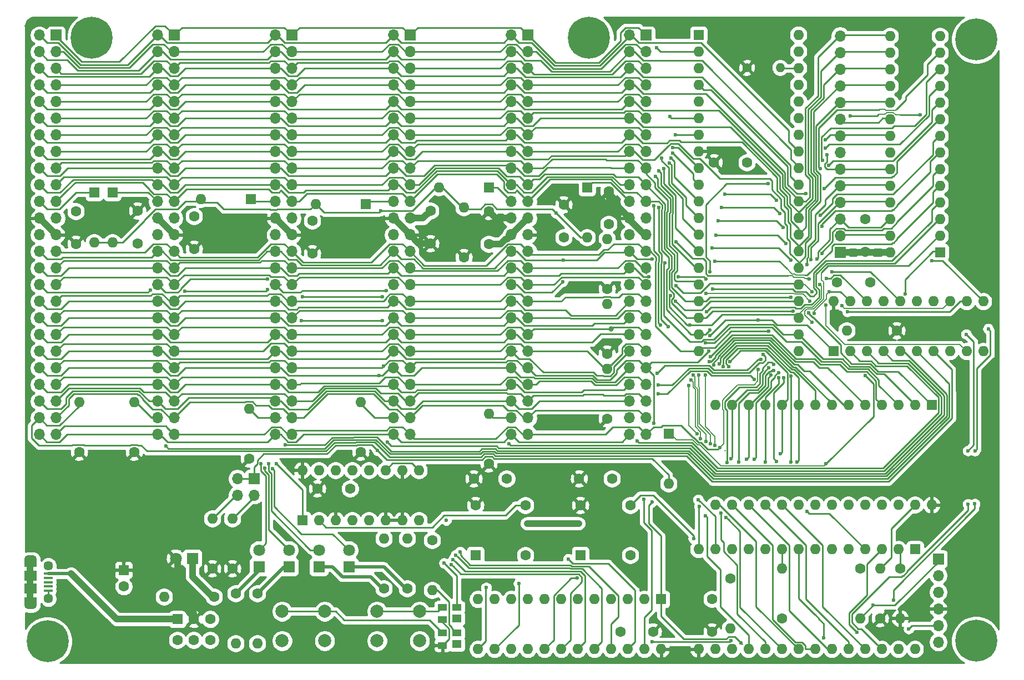
<source format=gbr>
G04 #@! TF.GenerationSoftware,KiCad,Pcbnew,(5.1.10-1-10_14)*
G04 #@! TF.CreationDate,2021-09-22T20:58:25+02:00*
G04 #@! TF.ProjectId,cpu_backplane,6370755f-6261-4636-9b70-6c616e652e6b,rev?*
G04 #@! TF.SameCoordinates,Original*
G04 #@! TF.FileFunction,Copper,L1,Top*
G04 #@! TF.FilePolarity,Positive*
%FSLAX46Y46*%
G04 Gerber Fmt 4.6, Leading zero omitted, Abs format (unit mm)*
G04 Created by KiCad (PCBNEW (5.1.10-1-10_14)) date 2021-09-22 20:58:25*
%MOMM*%
%LPD*%
G01*
G04 APERTURE LIST*
G04 #@! TA.AperFunction,ComponentPad*
%ADD10O,1.600000X1.600000*%
G04 #@! TD*
G04 #@! TA.AperFunction,ComponentPad*
%ADD11R,1.600000X1.600000*%
G04 #@! TD*
G04 #@! TA.AperFunction,ComponentPad*
%ADD12C,1.600000*%
G04 #@! TD*
G04 #@! TA.AperFunction,ComponentPad*
%ADD13O,1.700000X1.700000*%
G04 #@! TD*
G04 #@! TA.AperFunction,ComponentPad*
%ADD14R,1.700000X1.700000*%
G04 #@! TD*
G04 #@! TA.AperFunction,ComponentPad*
%ADD15O,1.400000X1.400000*%
G04 #@! TD*
G04 #@! TA.AperFunction,ComponentPad*
%ADD16C,1.400000*%
G04 #@! TD*
G04 #@! TA.AperFunction,ComponentPad*
%ADD17C,1.800000*%
G04 #@! TD*
G04 #@! TA.AperFunction,ComponentPad*
%ADD18R,1.800000X1.800000*%
G04 #@! TD*
G04 #@! TA.AperFunction,ComponentPad*
%ADD19C,6.400000*%
G04 #@! TD*
G04 #@! TA.AperFunction,SMDPad,CuDef*
%ADD20R,1.900000X1.200000*%
G04 #@! TD*
G04 #@! TA.AperFunction,ComponentPad*
%ADD21O,1.900000X1.200000*%
G04 #@! TD*
G04 #@! TA.AperFunction,SMDPad,CuDef*
%ADD22R,1.900000X1.500000*%
G04 #@! TD*
G04 #@! TA.AperFunction,ComponentPad*
%ADD23C,1.450000*%
G04 #@! TD*
G04 #@! TA.AperFunction,SMDPad,CuDef*
%ADD24R,1.350000X0.400000*%
G04 #@! TD*
G04 #@! TA.AperFunction,ComponentPad*
%ADD25C,2.000000*%
G04 #@! TD*
G04 #@! TA.AperFunction,SMDPad,CuDef*
%ADD26R,1.400000X1.000000*%
G04 #@! TD*
G04 #@! TA.AperFunction,SMDPad,CuDef*
%ADD27R,1.400000X1.200000*%
G04 #@! TD*
G04 #@! TA.AperFunction,ViaPad*
%ADD28C,0.600000*%
G04 #@! TD*
G04 #@! TA.AperFunction,ViaPad*
%ADD29C,0.800000*%
G04 #@! TD*
G04 #@! TA.AperFunction,Conductor*
%ADD30C,0.250000*%
G04 #@! TD*
G04 #@! TA.AperFunction,Conductor*
%ADD31C,0.154000*%
G04 #@! TD*
G04 #@! TA.AperFunction,Conductor*
%ADD32C,1.000000*%
G04 #@! TD*
G04 #@! TA.AperFunction,Conductor*
%ADD33C,0.500000*%
G04 #@! TD*
G04 #@! TA.AperFunction,Conductor*
%ADD34C,0.254000*%
G04 #@! TD*
G04 #@! TA.AperFunction,Conductor*
%ADD35C,0.100000*%
G04 #@! TD*
G04 APERTURE END LIST*
D10*
G04 #@! TO.P,U8,28*
G04 #@! TO.N,+5V*
X138938000Y-75120500D03*
G04 #@! TO.P,U8,14*
G04 #@! TO.N,GND*
X105918000Y-59880500D03*
G04 #@! TO.P,U8,27*
G04 #@! TO.N,Net-(R23-Pad2)*
X136398000Y-75120500D03*
G04 #@! TO.P,U8,13*
G04 #@! TO.N,D2*
X108458000Y-59880500D03*
G04 #@! TO.P,U8,26*
G04 #@! TO.N,A13*
X133858000Y-75120500D03*
G04 #@! TO.P,U8,12*
G04 #@! TO.N,D1*
X110998000Y-59880500D03*
G04 #@! TO.P,U8,25*
G04 #@! TO.N,A8*
X131318000Y-75120500D03*
G04 #@! TO.P,U8,11*
G04 #@! TO.N,D0*
X113538000Y-59880500D03*
G04 #@! TO.P,U8,24*
G04 #@! TO.N,A9*
X128778000Y-75120500D03*
G04 #@! TO.P,U8,10*
G04 #@! TO.N,A0*
X116078000Y-59880500D03*
G04 #@! TO.P,U8,23*
G04 #@! TO.N,A11*
X126238000Y-75120500D03*
G04 #@! TO.P,U8,9*
G04 #@! TO.N,A1*
X118618000Y-59880500D03*
G04 #@! TO.P,U8,22*
G04 #@! TO.N,~ROM_CS~*
X123698000Y-75120500D03*
G04 #@! TO.P,U8,8*
G04 #@! TO.N,A2*
X121158000Y-59880500D03*
G04 #@! TO.P,U8,21*
G04 #@! TO.N,A10*
X121158000Y-75120500D03*
G04 #@! TO.P,U8,7*
G04 #@! TO.N,A3*
X123698000Y-59880500D03*
G04 #@! TO.P,U8,20*
G04 #@! TO.N,GND*
X118618000Y-75120500D03*
G04 #@! TO.P,U8,6*
G04 #@! TO.N,A4*
X126238000Y-59880500D03*
G04 #@! TO.P,U8,19*
G04 #@! TO.N,D7*
X116078000Y-75120500D03*
G04 #@! TO.P,U8,5*
G04 #@! TO.N,A5*
X128778000Y-59880500D03*
G04 #@! TO.P,U8,18*
G04 #@! TO.N,D6*
X113538000Y-75120500D03*
G04 #@! TO.P,U8,4*
G04 #@! TO.N,A6*
X131318000Y-59880500D03*
G04 #@! TO.P,U8,17*
G04 #@! TO.N,D5*
X110998000Y-75120500D03*
G04 #@! TO.P,U8,3*
G04 #@! TO.N,A7*
X133858000Y-59880500D03*
G04 #@! TO.P,U8,16*
G04 #@! TO.N,D4*
X108458000Y-75120500D03*
G04 #@! TO.P,U8,2*
G04 #@! TO.N,A12*
X136398000Y-59880500D03*
G04 #@! TO.P,U8,15*
G04 #@! TO.N,D3*
X105918000Y-75120500D03*
D11*
G04 #@! TO.P,U8,1*
G04 #@! TO.N,A14*
X138938000Y-59880500D03*
G04 #@! TD*
D10*
G04 #@! TO.P,R26,2*
G04 #@! TO.N,/~DSR~*
X128016000Y-92456000D03*
D12*
G04 #@! TO.P,R26,1*
G04 #@! TO.N,GND*
X128016000Y-84836000D03*
G04 #@! TD*
D10*
G04 #@! TO.P,R25,2*
G04 #@! TO.N,Net-(R25-Pad2)*
X108204000Y-93980000D03*
D12*
G04 #@! TO.P,R25,1*
G04 #@! TO.N,GND*
X108204000Y-86360000D03*
G04 #@! TD*
D10*
G04 #@! TO.P,R24,2*
G04 #@! TO.N,/~CTS~*
X116078000Y-84836000D03*
D12*
G04 #@! TO.P,R24,1*
G04 #@! TO.N,GND*
X116078000Y-92456000D03*
G04 #@! TD*
D10*
G04 #@! TO.P,R23,2*
G04 #@! TO.N,Net-(R23-Pad2)*
X131064000Y-84836000D03*
D12*
G04 #@! TO.P,R23,1*
G04 #@! TO.N,+5V*
X131064000Y-92456000D03*
G04 #@! TD*
D10*
G04 #@! TO.P,R22,2*
G04 #@! TO.N,~IRQ5~*
X8890000Y-59436000D03*
D12*
G04 #@! TO.P,R22,1*
G04 #@! TO.N,+5V*
X8890000Y-67056000D03*
G04 #@! TD*
D10*
G04 #@! TO.P,R21,2*
G04 #@! TO.N,~IRQ0~*
X125984000Y-48514000D03*
D12*
G04 #@! TO.P,R21,1*
G04 #@! TO.N,+5V*
X133604000Y-48514000D03*
G04 #@! TD*
D10*
G04 #@! TO.P,R18,2*
G04 #@! TO.N,/DS2*
X29210000Y-77216000D03*
D12*
G04 #@! TO.P,R18,1*
G04 #@! TO.N,+5V*
X29210000Y-84836000D03*
G04 #@! TD*
D10*
G04 #@! TO.P,R17,2*
G04 #@! TO.N,/DS1*
X32258000Y-77216000D03*
D12*
G04 #@! TO.P,R17,1*
G04 #@! TO.N,+5V*
X32258000Y-84836000D03*
G04 #@! TD*
D10*
G04 #@! TO.P,R16,2*
G04 #@! TO.N,Net-(R16-Pad2)*
X62738000Y-88138000D03*
D12*
G04 #@! TO.P,R16,1*
G04 #@! TO.N,~NMI~*
X62738000Y-80518000D03*
G04 #@! TD*
D10*
G04 #@! TO.P,R15,2*
G04 #@! TO.N,+5V*
X134112000Y-92456000D03*
D12*
G04 #@! TO.P,R15,1*
G04 #@! TO.N,Net-(R15-Pad1)*
X134112000Y-84836000D03*
G04 #@! TD*
D10*
G04 #@! TO.P,R14,2*
G04 #@! TO.N,~INH~*
X89408000Y-34544000D03*
D12*
G04 #@! TO.P,R14,1*
G04 #@! TO.N,+5V*
X89408000Y-42164000D03*
G04 #@! TD*
D10*
G04 #@! TO.P,R13,2*
G04 #@! TO.N,GND*
X58928000Y-80264000D03*
D12*
G04 #@! TO.P,R13,1*
G04 #@! TO.N,Net-(LED4-Pad1)*
X58928000Y-87884000D03*
G04 #@! TD*
D10*
G04 #@! TO.P,R12,2*
G04 #@! TO.N,GND*
X55372000Y-80264000D03*
D12*
G04 #@! TO.P,R12,1*
G04 #@! TO.N,Net-(LED3-Pad1)*
X55372000Y-87884000D03*
G04 #@! TD*
D10*
G04 #@! TO.P,R11,2*
G04 #@! TO.N,GND*
X36068000Y-96266000D03*
D12*
G04 #@! TO.P,R11,1*
G04 #@! TO.N,Net-(LED2-Pad1)*
X36068000Y-88646000D03*
G04 #@! TD*
D10*
G04 #@! TO.P,R10,2*
G04 #@! TO.N,GND*
X32766000Y-96266000D03*
D12*
G04 #@! TO.P,R10,1*
G04 #@! TO.N,Net-(LED1-Pad1)*
X32766000Y-88646000D03*
G04 #@! TD*
D10*
G04 #@! TO.P,R9,2*
G04 #@! TO.N,GND*
X21844000Y-89154000D03*
D12*
G04 #@! TO.P,R9,1*
G04 #@! TO.N,Net-(D1-Pad1)*
X29464000Y-89154000D03*
G04 #@! TD*
D10*
G04 #@! TO.P,R8,2*
G04 #@! TO.N,BE*
X89408000Y-54356000D03*
D12*
G04 #@! TO.P,R8,1*
G04 #@! TO.N,+5V*
X89408000Y-61976000D03*
G04 #@! TD*
D10*
G04 #@! TO.P,R6,2*
G04 #@! TO.N,~IRQ1~*
X71374000Y-61214000D03*
D12*
G04 #@! TO.P,R6,1*
G04 #@! TO.N,+5V*
X71374000Y-68834000D03*
G04 #@! TD*
D10*
G04 #@! TO.P,R5,2*
G04 #@! TO.N,~IRQ2~*
X51816000Y-59436000D03*
D12*
G04 #@! TO.P,R5,1*
G04 #@! TO.N,+5V*
X51816000Y-67056000D03*
G04 #@! TD*
D10*
G04 #@! TO.P,R4,2*
G04 #@! TO.N,~IRQ3~*
X34798000Y-60452000D03*
D12*
G04 #@! TO.P,R4,1*
G04 #@! TO.N,+5V*
X34798000Y-68072000D03*
G04 #@! TD*
D10*
G04 #@! TO.P,R3,2*
G04 #@! TO.N,~IRQ4~*
X17272000Y-59436000D03*
D12*
G04 #@! TO.P,R3,1*
G04 #@! TO.N,+5V*
X17272000Y-67056000D03*
G04 #@! TD*
D10*
G04 #@! TO.P,R2,2*
G04 #@! TO.N,~SLOW~*
X67564000Y-29718000D03*
D12*
G04 #@! TO.P,R2,1*
G04 #@! TO.N,+5V*
X67564000Y-37338000D03*
G04 #@! TD*
D10*
G04 #@! TO.P,R1,2*
G04 #@! TO.N,RDY*
X89408000Y-44450000D03*
D12*
G04 #@! TO.P,R1,1*
G04 #@! TO.N,+5V*
X89408000Y-52070000D03*
G04 #@! TD*
D13*
G04 #@! TO.P,J4,14*
G04 #@! TO.N,D3*
X124968000Y-3556000D03*
G04 #@! TO.P,J4,13*
G04 #@! TO.N,D4*
X124968000Y-6096000D03*
G04 #@! TO.P,J4,12*
G04 #@! TO.N,D5*
X124968000Y-8636000D03*
G04 #@! TO.P,J4,11*
G04 #@! TO.N,D6*
X124968000Y-11176000D03*
G04 #@! TO.P,J4,10*
G04 #@! TO.N,D7*
X124968000Y-13716000D03*
G04 #@! TO.P,J4,9*
G04 #@! TO.N,~RAM_CS~*
X124968000Y-16256000D03*
G04 #@! TO.P,J4,8*
G04 #@! TO.N,A10*
X124968000Y-18796000D03*
G04 #@! TO.P,J4,7*
G04 #@! TO.N,GND*
X124968000Y-21336000D03*
G04 #@! TO.P,J4,6*
G04 #@! TO.N,A11*
X124968000Y-23876000D03*
G04 #@! TO.P,J4,5*
G04 #@! TO.N,A9*
X124968000Y-26416000D03*
G04 #@! TO.P,J4,4*
G04 #@! TO.N,A8*
X124968000Y-28956000D03*
G04 #@! TO.P,J4,3*
G04 #@! TO.N,A13*
X124968000Y-31496000D03*
G04 #@! TO.P,J4,2*
G04 #@! TO.N,~RAMW~*
X124968000Y-34036000D03*
D14*
G04 #@! TO.P,J4,1*
G04 #@! TO.N,+5V*
X124968000Y-36576000D03*
G04 #@! TD*
D15*
G04 #@! TO.P,R27,2*
G04 #@! TO.N,Net-(R27-Pad2)*
X115824000Y-8382000D03*
D16*
G04 #@! TO.P,R27,1*
G04 #@! TO.N,+5V*
X110744000Y-8382000D03*
G04 #@! TD*
D12*
G04 #@! TO.P,C5,2*
G04 #@! TO.N,+5V*
X82804000Y-29290000D03*
G04 #@! TO.P,C5,1*
G04 #@! TO.N,GND*
X82804000Y-34290000D03*
G04 #@! TD*
D10*
G04 #@! TO.P,U7,28*
G04 #@! TO.N,+5V*
X132588000Y-36576000D03*
G04 #@! TO.P,U7,14*
G04 #@! TO.N,GND*
X140208000Y-3556000D03*
G04 #@! TO.P,U7,27*
G04 #@! TO.N,~RAMW~*
X132588000Y-34036000D03*
G04 #@! TO.P,U7,13*
G04 #@! TO.N,D2*
X140208000Y-6096000D03*
G04 #@! TO.P,U7,26*
G04 #@! TO.N,A13*
X132588000Y-31496000D03*
G04 #@! TO.P,U7,12*
G04 #@! TO.N,D1*
X140208000Y-8636000D03*
G04 #@! TO.P,U7,25*
G04 #@! TO.N,A8*
X132588000Y-28956000D03*
G04 #@! TO.P,U7,11*
G04 #@! TO.N,D0*
X140208000Y-11176000D03*
G04 #@! TO.P,U7,24*
G04 #@! TO.N,A9*
X132588000Y-26416000D03*
G04 #@! TO.P,U7,10*
G04 #@! TO.N,A0*
X140208000Y-13716000D03*
G04 #@! TO.P,U7,23*
G04 #@! TO.N,A11*
X132588000Y-23876000D03*
G04 #@! TO.P,U7,9*
G04 #@! TO.N,A1*
X140208000Y-16256000D03*
G04 #@! TO.P,U7,22*
G04 #@! TO.N,GND*
X132588000Y-21336000D03*
G04 #@! TO.P,U7,8*
G04 #@! TO.N,A2*
X140208000Y-18796000D03*
G04 #@! TO.P,U7,21*
G04 #@! TO.N,A10*
X132588000Y-18796000D03*
G04 #@! TO.P,U7,7*
G04 #@! TO.N,A3*
X140208000Y-21336000D03*
G04 #@! TO.P,U7,20*
G04 #@! TO.N,~RAM_CS~*
X132588000Y-16256000D03*
G04 #@! TO.P,U7,6*
G04 #@! TO.N,A4*
X140208000Y-23876000D03*
G04 #@! TO.P,U7,19*
G04 #@! TO.N,D7*
X132588000Y-13716000D03*
G04 #@! TO.P,U7,5*
G04 #@! TO.N,A5*
X140208000Y-26416000D03*
G04 #@! TO.P,U7,18*
G04 #@! TO.N,D6*
X132588000Y-11176000D03*
G04 #@! TO.P,U7,4*
G04 #@! TO.N,A6*
X140208000Y-28956000D03*
G04 #@! TO.P,U7,17*
G04 #@! TO.N,D5*
X132588000Y-8636000D03*
G04 #@! TO.P,U7,3*
G04 #@! TO.N,A7*
X140208000Y-31496000D03*
G04 #@! TO.P,U7,16*
G04 #@! TO.N,D4*
X132588000Y-6096000D03*
G04 #@! TO.P,U7,2*
G04 #@! TO.N,A12*
X140208000Y-34036000D03*
G04 #@! TO.P,U7,15*
G04 #@! TO.N,D3*
X132588000Y-3556000D03*
D11*
G04 #@! TO.P,U7,1*
G04 #@! TO.N,A14*
X140208000Y-36576000D03*
G04 #@! TD*
D17*
G04 #@! TO.P,LED4,2*
G04 #@! TO.N,LED4*
X50038000Y-82042000D03*
D18*
G04 #@! TO.P,LED4,1*
G04 #@! TO.N,Net-(LED4-Pad1)*
X50038000Y-84582000D03*
G04 #@! TD*
D17*
G04 #@! TO.P,LED3,2*
G04 #@! TO.N,LED3*
X45466000Y-82042000D03*
D18*
G04 #@! TO.P,LED3,1*
G04 #@! TO.N,Net-(LED3-Pad1)*
X45466000Y-84582000D03*
G04 #@! TD*
D17*
G04 #@! TO.P,LED2,2*
G04 #@! TO.N,LED2*
X40894000Y-82042000D03*
D18*
G04 #@! TO.P,LED2,1*
G04 #@! TO.N,Net-(LED2-Pad1)*
X40894000Y-84582000D03*
G04 #@! TD*
D17*
G04 #@! TO.P,LED1,2*
G04 #@! TO.N,LED1*
X36322000Y-82042000D03*
D18*
G04 #@! TO.P,LED1,1*
G04 #@! TO.N,Net-(LED1-Pad1)*
X36322000Y-84582000D03*
G04 #@! TD*
D17*
G04 #@! TO.P,D1,2*
G04 #@! TO.N,+5V*
X23622000Y-83312000D03*
D18*
G04 #@! TO.P,D1,1*
G04 #@! TO.N,Net-(D1-Pad1)*
X26162000Y-83312000D03*
G04 #@! TD*
D12*
G04 #@! TO.P,C17,2*
G04 #@! TO.N,+5V*
X85170000Y-71120000D03*
G04 #@! TO.P,C17,1*
G04 #@! TO.N,GND*
X90170000Y-71120000D03*
G04 #@! TD*
G04 #@! TO.P,X3,4*
G04 #@! TO.N,GND*
X92964000Y-82804000D03*
G04 #@! TO.P,X3,5*
G04 #@! TO.N,Net-(U9-Pad6)*
X92964000Y-75184000D03*
G04 #@! TO.P,X3,8*
G04 #@! TO.N,+5V*
X85344000Y-75184000D03*
D11*
G04 #@! TO.P,X3,1*
G04 #@! TO.N,Net-(X3-Pad1)*
X85344000Y-82804000D03*
G04 #@! TD*
D10*
G04 #@! TO.P,U5,20*
G04 #@! TO.N,+5V*
X123952000Y-44069000D03*
G04 #@! TO.P,U5,10*
G04 #@! TO.N,GND*
X146812000Y-51689000D03*
G04 #@! TO.P,U5,19*
G04 #@! TO.N,~IRQ~*
X126492000Y-44069000D03*
G04 #@! TO.P,U5,9*
G04 #@! TO.N,A15*
X144272000Y-51689000D03*
G04 #@! TO.P,U5,18*
G04 #@! TO.N,~RAM_CS~*
X129032000Y-44069000D03*
G04 #@! TO.P,U5,8*
G04 #@! TO.N,~SER_IRQ~*
X141732000Y-51689000D03*
G04 #@! TO.P,U5,17*
G04 #@! TO.N,~ROM_CS~*
X131572000Y-44069000D03*
G04 #@! TO.P,U5,7*
G04 #@! TO.N,~IRQ5~*
X139192000Y-51689000D03*
G04 #@! TO.P,U5,16*
G04 #@! TO.N,~RAMW~*
X134112000Y-44069000D03*
G04 #@! TO.P,U5,6*
G04 #@! TO.N,~IRQ4~*
X136652000Y-51689000D03*
G04 #@! TO.P,U5,15*
G04 #@! TO.N,Net-(U5-Pad15)*
X136652000Y-44069000D03*
G04 #@! TO.P,U5,5*
G04 #@! TO.N,~IRQ3~*
X134112000Y-51689000D03*
G04 #@! TO.P,U5,14*
G04 #@! TO.N,~SIRQ~*
X139192000Y-44069000D03*
G04 #@! TO.P,U5,4*
G04 #@! TO.N,~IRQ2~*
X131572000Y-51689000D03*
G04 #@! TO.P,U5,13*
G04 #@! TO.N,~INH~*
X141732000Y-44069000D03*
G04 #@! TO.P,U5,3*
G04 #@! TO.N,~IRQ1~*
X129032000Y-51689000D03*
G04 #@! TO.P,U5,12*
G04 #@! TO.N,~SSEL~*
X144272000Y-44069000D03*
G04 #@! TO.P,U5,2*
G04 #@! TO.N,~IRQ0~*
X126492000Y-51689000D03*
G04 #@! TO.P,U5,11*
G04 #@! TO.N,R~W~*
X146812000Y-44069000D03*
D11*
G04 #@! TO.P,U5,1*
G04 #@! TO.N,CLK*
X123952000Y-51689000D03*
G04 #@! TD*
D10*
G04 #@! TO.P,U1,16*
G04 #@! TO.N,+5V*
X42926000Y-69850000D03*
G04 #@! TO.P,U1,8*
G04 #@! TO.N,GND*
X60706000Y-77470000D03*
G04 #@! TO.P,U1,15*
G04 #@! TO.N,Net-(U1-Pad15)*
X45466000Y-69850000D03*
G04 #@! TO.P,U1,7*
G04 #@! TO.N,+5V*
X58166000Y-77470000D03*
G04 #@! TO.P,U1,14*
G04 #@! TO.N,CLK_12M*
X48006000Y-69850000D03*
G04 #@! TO.P,U1,6*
G04 #@! TO.N,+5V*
X55626000Y-77470000D03*
G04 #@! TO.P,U1,13*
G04 #@! TO.N,Net-(U1-Pad13)*
X50546000Y-69850000D03*
G04 #@! TO.P,U1,5*
G04 #@! TO.N,/DS2*
X53086000Y-77470000D03*
G04 #@! TO.P,U1,12*
G04 #@! TO.N,CLK*
X53086000Y-69850000D03*
G04 #@! TO.P,U1,4*
G04 #@! TO.N,/DS1*
X50546000Y-77470000D03*
G04 #@! TO.P,U1,11*
G04 #@! TO.N,Net-(U1-Pad11)*
X55626000Y-69850000D03*
G04 #@! TO.P,U1,3*
G04 #@! TO.N,+5V*
X48006000Y-77470000D03*
G04 #@! TO.P,U1,10*
X58166000Y-69850000D03*
G04 #@! TO.P,U1,2*
G04 #@! TO.N,/CLK_24M*
X45466000Y-77470000D03*
G04 #@! TO.P,U1,9*
G04 #@! TO.N,Net-(U1-Pad11)*
X60706000Y-69850000D03*
D11*
G04 #@! TO.P,U1,1*
G04 #@! TO.N,~RESET~*
X42926000Y-77470000D03*
G04 #@! TD*
D10*
G04 #@! TO.P,D8,2*
G04 #@! TO.N,~SLOW~*
X98806000Y-71882000D03*
D11*
G04 #@! TO.P,D8,1*
G04 #@! TO.N,~ROM_CS~*
X98806000Y-64262000D03*
G04 #@! TD*
D10*
G04 #@! TO.P,D7,2*
G04 #@! TO.N,~SLOW~*
X27432000Y-28448000D03*
D11*
G04 #@! TO.P,D7,1*
G04 #@! TO.N,Net-(D7-Pad1)*
X35052000Y-28448000D03*
G04 #@! TD*
D10*
G04 #@! TO.P,D6,2*
G04 #@! TO.N,~SLOW~*
X44958000Y-29210000D03*
D11*
G04 #@! TO.P,D6,1*
G04 #@! TO.N,Net-(D6-Pad1)*
X52578000Y-29210000D03*
G04 #@! TD*
D10*
G04 #@! TO.P,D5,2*
G04 #@! TO.N,~SLOW~*
X11176000Y-35052000D03*
D11*
G04 #@! TO.P,D5,1*
G04 #@! TO.N,Net-(D5-Pad1)*
X11176000Y-27432000D03*
G04 #@! TD*
D10*
G04 #@! TO.P,D4,2*
G04 #@! TO.N,~SLOW~*
X63754000Y-26670000D03*
D11*
G04 #@! TO.P,D4,1*
G04 #@! TO.N,Net-(D4-Pad1)*
X71374000Y-26670000D03*
G04 #@! TD*
D10*
G04 #@! TO.P,D3,2*
G04 #@! TO.N,~SLOW~*
X86360000Y-34290000D03*
D11*
G04 #@! TO.P,D3,1*
G04 #@! TO.N,Net-(D3-Pad1)*
X86360000Y-26670000D03*
G04 #@! TD*
D10*
G04 #@! TO.P,D2,2*
G04 #@! TO.N,~SLOW~*
X13970000Y-35052000D03*
D11*
G04 #@! TO.P,D2,1*
G04 #@! TO.N,Net-(D2-Pad1)*
X13970000Y-27432000D03*
G04 #@! TD*
D12*
G04 #@! TO.P,C16,2*
G04 #@! TO.N,+5V*
X96440000Y-94488000D03*
G04 #@! TO.P,C16,1*
G04 #@! TO.N,GND*
X91440000Y-94488000D03*
G04 #@! TD*
G04 #@! TO.P,C15,2*
G04 #@! TO.N,+5V*
X124540000Y-41148000D03*
G04 #@! TO.P,C15,1*
G04 #@! TO.N,GND*
X129540000Y-41148000D03*
G04 #@! TD*
G04 #@! TO.P,C14,2*
G04 #@! TO.N,GND*
X105410000Y-89488000D03*
G04 #@! TO.P,C14,1*
G04 #@! TO.N,+5V*
X105410000Y-94488000D03*
G04 #@! TD*
G04 #@! TO.P,C12,2*
G04 #@! TO.N,+5V*
X105744000Y-22860000D03*
G04 #@! TO.P,C12,1*
G04 #@! TO.N,GND*
X110744000Y-22860000D03*
G04 #@! TD*
G04 #@! TO.P,C11,2*
G04 #@! TO.N,+5V*
X71374000Y-30306000D03*
G04 #@! TO.P,C11,1*
G04 #@! TO.N,GND*
X71374000Y-35306000D03*
G04 #@! TD*
G04 #@! TO.P,C10,2*
G04 #@! TO.N,GND*
X26416000Y-31068000D03*
G04 #@! TO.P,C10,1*
G04 #@! TO.N,+5V*
X26416000Y-36068000D03*
G04 #@! TD*
G04 #@! TO.P,C9,2*
G04 #@! TO.N,+5V*
X128778000Y-36496000D03*
G04 #@! TO.P,C9,1*
G04 #@! TO.N,GND*
X128778000Y-31496000D03*
G04 #@! TD*
G04 #@! TO.P,C8,2*
G04 #@! TO.N,GND*
X17780000Y-35226000D03*
G04 #@! TO.P,C8,1*
G04 #@! TO.N,+5V*
X17780000Y-30226000D03*
G04 #@! TD*
G04 #@! TO.P,C7,2*
G04 #@! TO.N,GND*
X8382000Y-30306000D03*
G04 #@! TO.P,C7,1*
G04 #@! TO.N,+5V*
X8382000Y-35306000D03*
G04 #@! TD*
G04 #@! TO.P,C6,2*
G04 #@! TO.N,+5V*
X44450000Y-36750000D03*
G04 #@! TO.P,C6,1*
G04 #@! TO.N,GND*
X44450000Y-31750000D03*
G04 #@! TD*
G04 #@! TO.P,C4,2*
G04 #@! TO.N,GND*
X74088000Y-71120000D03*
G04 #@! TO.P,C4,1*
G04 #@! TO.N,+5V*
X69088000Y-71120000D03*
G04 #@! TD*
G04 #@! TO.P,C3,2*
G04 #@! TO.N,+5V*
X62484000Y-35226000D03*
G04 #@! TO.P,C3,1*
G04 #@! TO.N,GND*
X62484000Y-30226000D03*
G04 #@! TD*
G04 #@! TO.P,C2,2*
G04 #@! TO.N,GND*
X50212000Y-72644000D03*
G04 #@! TO.P,C2,1*
G04 #@! TO.N,+5V*
X45212000Y-72644000D03*
G04 #@! TD*
G04 #@! TO.P,C1,2*
G04 #@! TO.N,+5V*
X89662000Y-27258000D03*
G04 #@! TO.P,C1,1*
G04 #@! TO.N,GND*
X89662000Y-32258000D03*
G04 #@! TD*
D13*
G04 #@! TO.P,SLOT0,50*
G04 #@! TO.N,~NMI~*
X92837000Y-64389000D03*
G04 #@! TO.P,SLOT0,49*
G04 #@! TO.N,~RESET~*
X95377000Y-64389000D03*
G04 #@! TO.P,SLOT0,48*
G04 #@! TO.N,~IRQ0~*
X92837000Y-61849000D03*
G04 #@! TO.P,SLOT0,47*
G04 #@! TO.N,SYNC*
X95377000Y-61849000D03*
G04 #@! TO.P,SLOT0,46*
G04 #@! TO.N,EX3*
X92837000Y-59309000D03*
G04 #@! TO.P,SLOT0,45*
G04 #@! TO.N,~IRQ~*
X95377000Y-59309000D03*
G04 #@! TO.P,SLOT0,44*
G04 #@! TO.N,EX2*
X92837000Y-56769000D03*
G04 #@! TO.P,SLOT0,43*
G04 #@! TO.N,R~W~*
X95377000Y-56769000D03*
G04 #@! TO.P,SLOT0,42*
G04 #@! TO.N,CLK_12M*
X92837000Y-54229000D03*
G04 #@! TO.P,SLOT0,41*
G04 #@! TO.N,CLK*
X95377000Y-54229000D03*
G04 #@! TO.P,SLOT0,40*
G04 #@! TO.N,LED4*
X92837000Y-51689000D03*
G04 #@! TO.P,SLOT0,39*
G04 #@! TO.N,BE*
X95377000Y-51689000D03*
G04 #@! TO.P,SLOT0,38*
G04 #@! TO.N,LED3*
X92837000Y-49149000D03*
G04 #@! TO.P,SLOT0,37*
G04 #@! TO.N,RDY*
X95377000Y-49149000D03*
G04 #@! TO.P,SLOT0,36*
G04 #@! TO.N,LED2*
X92837000Y-46609000D03*
G04 #@! TO.P,SLOT0,35*
G04 #@! TO.N,A15*
X95377000Y-46609000D03*
G04 #@! TO.P,SLOT0,34*
G04 #@! TO.N,LED1*
X92837000Y-44069000D03*
G04 #@! TO.P,SLOT0,33*
G04 #@! TO.N,A14*
X95377000Y-44069000D03*
G04 #@! TO.P,SLOT0,32*
G04 #@! TO.N,~SLOT0~*
X92837000Y-41529000D03*
G04 #@! TO.P,SLOT0,31*
G04 #@! TO.N,A13*
X95377000Y-41529000D03*
G04 #@! TO.P,SLOT0,30*
G04 #@! TO.N,~INH~*
X92837000Y-38989000D03*
G04 #@! TO.P,SLOT0,29*
G04 #@! TO.N,A12*
X95377000Y-38989000D03*
G04 #@! TO.P,SLOT0,28*
G04 #@! TO.N,~SSEL~*
X92837000Y-36449000D03*
G04 #@! TO.P,SLOT0,27*
G04 #@! TO.N,A11*
X95377000Y-36449000D03*
G04 #@! TO.P,SLOT0,26*
G04 #@! TO.N,GND*
X92837000Y-33909000D03*
G04 #@! TO.P,SLOT0,25*
G04 #@! TO.N,+5V*
X95377000Y-33909000D03*
G04 #@! TO.P,SLOT0,24*
X92837000Y-31369000D03*
G04 #@! TO.P,SLOT0,23*
G04 #@! TO.N,GND*
X95377000Y-31369000D03*
G04 #@! TO.P,SLOT0,22*
G04 #@! TO.N,Net-(D3-Pad1)*
X92837000Y-28829000D03*
G04 #@! TO.P,SLOT0,21*
G04 #@! TO.N,A10*
X95377000Y-28829000D03*
G04 #@! TO.P,SLOT0,20*
G04 #@! TO.N,EX1*
X92837000Y-26289000D03*
G04 #@! TO.P,SLOT0,19*
G04 #@! TO.N,A9*
X95377000Y-26289000D03*
G04 #@! TO.P,SLOT0,18*
G04 #@! TO.N,EX0*
X92837000Y-23749000D03*
G04 #@! TO.P,SLOT0,17*
G04 #@! TO.N,A8*
X95377000Y-23749000D03*
G04 #@! TO.P,SLOT0,16*
G04 #@! TO.N,D7*
X92837000Y-21209000D03*
G04 #@! TO.P,SLOT0,15*
G04 #@! TO.N,A7*
X95377000Y-21209000D03*
G04 #@! TO.P,SLOT0,14*
G04 #@! TO.N,D6*
X92837000Y-18669000D03*
G04 #@! TO.P,SLOT0,13*
G04 #@! TO.N,A6*
X95377000Y-18669000D03*
G04 #@! TO.P,SLOT0,12*
G04 #@! TO.N,D5*
X92837000Y-16129000D03*
G04 #@! TO.P,SLOT0,11*
G04 #@! TO.N,A5*
X95377000Y-16129000D03*
G04 #@! TO.P,SLOT0,10*
G04 #@! TO.N,D4*
X92837000Y-13589000D03*
G04 #@! TO.P,SLOT0,9*
G04 #@! TO.N,A4*
X95377000Y-13589000D03*
G04 #@! TO.P,SLOT0,8*
G04 #@! TO.N,D3*
X92837000Y-11049000D03*
G04 #@! TO.P,SLOT0,7*
G04 #@! TO.N,A3*
X95377000Y-11049000D03*
G04 #@! TO.P,SLOT0,6*
G04 #@! TO.N,D2*
X92837000Y-8509000D03*
G04 #@! TO.P,SLOT0,5*
G04 #@! TO.N,A2*
X95377000Y-8509000D03*
G04 #@! TO.P,SLOT0,4*
G04 #@! TO.N,D1*
X92837000Y-5969000D03*
G04 #@! TO.P,SLOT0,3*
G04 #@! TO.N,A1*
X95377000Y-5969000D03*
G04 #@! TO.P,SLOT0,2*
G04 #@! TO.N,D0*
X92837000Y-3429000D03*
D14*
G04 #@! TO.P,SLOT0,1*
G04 #@! TO.N,A0*
X95377000Y-3429000D03*
G04 #@! TD*
D13*
G04 #@! TO.P,J3,6*
G04 #@! TO.N,GND*
X139954000Y-96075500D03*
G04 #@! TO.P,J3,5*
G04 #@! TO.N,/~RTS~*
X139954000Y-93535500D03*
G04 #@! TO.P,J3,4*
G04 #@! TO.N,+5V*
X139954000Y-90995500D03*
G04 #@! TO.P,J3,3*
G04 #@! TO.N,/RX*
X139954000Y-88455500D03*
G04 #@! TO.P,J3,2*
G04 #@! TO.N,/TX*
X139954000Y-85915500D03*
D14*
G04 #@! TO.P,J3,1*
G04 #@! TO.N,/~DSR~*
X139954000Y-83375500D03*
G04 #@! TD*
D19*
G04 #@! TO.P,H6,1*
G04 #@! TO.N,GND*
X145732500Y-4064000D03*
G04 #@! TD*
G04 #@! TO.P,H5,1*
G04 #@! TO.N,GND*
X145732500Y-95885000D03*
G04 #@! TD*
D10*
G04 #@! TO.P,U9,28*
G04 #@! TO.N,R~W~*
X136398000Y-97155000D03*
G04 #@! TO.P,U9,14*
G04 #@! TO.N,A1*
X103378000Y-81915000D03*
G04 #@! TO.P,U9,27*
G04 #@! TO.N,CLK*
X133858000Y-97155000D03*
G04 #@! TO.P,U9,13*
G04 #@! TO.N,A0*
X105918000Y-81915000D03*
G04 #@! TO.P,U9,26*
G04 #@! TO.N,~SIRQ~*
X131318000Y-97155000D03*
G04 #@! TO.P,U9,12*
G04 #@! TO.N,/RX*
X108458000Y-81915000D03*
G04 #@! TO.P,U9,25*
G04 #@! TO.N,D7*
X128778000Y-97155000D03*
G04 #@! TO.P,U9,11*
G04 #@! TO.N,Net-(U9-Pad11)*
X110998000Y-81915000D03*
G04 #@! TO.P,U9,24*
G04 #@! TO.N,D6*
X126238000Y-97155000D03*
G04 #@! TO.P,U9,10*
G04 #@! TO.N,/TX*
X113538000Y-81915000D03*
G04 #@! TO.P,U9,23*
G04 #@! TO.N,D5*
X123698000Y-97155000D03*
G04 #@! TO.P,U9,9*
G04 #@! TO.N,/~CTS~*
X116078000Y-81915000D03*
G04 #@! TO.P,U9,22*
G04 #@! TO.N,D4*
X121158000Y-97155000D03*
G04 #@! TO.P,U9,8*
G04 #@! TO.N,/~RTS~*
X118618000Y-81915000D03*
G04 #@! TO.P,U9,21*
G04 #@! TO.N,D3*
X118618000Y-97155000D03*
G04 #@! TO.P,U9,7*
G04 #@! TO.N,Net-(U9-Pad7)*
X121158000Y-81915000D03*
G04 #@! TO.P,U9,20*
G04 #@! TO.N,D2*
X116078000Y-97155000D03*
G04 #@! TO.P,U9,6*
G04 #@! TO.N,Net-(U9-Pad6)*
X123698000Y-81915000D03*
G04 #@! TO.P,U9,19*
G04 #@! TO.N,D1*
X113538000Y-97155000D03*
G04 #@! TO.P,U9,5*
G04 #@! TO.N,Net-(U9-Pad5)*
X126238000Y-81915000D03*
G04 #@! TO.P,U9,18*
G04 #@! TO.N,D0*
X110998000Y-97155000D03*
G04 #@! TO.P,U9,4*
G04 #@! TO.N,~RESET~*
X128778000Y-81915000D03*
G04 #@! TO.P,U9,17*
G04 #@! TO.N,/~DSR~*
X108458000Y-97155000D03*
G04 #@! TO.P,U9,3*
G04 #@! TO.N,~SER~*
X131318000Y-81915000D03*
G04 #@! TO.P,U9,16*
G04 #@! TO.N,Net-(R25-Pad2)*
X105918000Y-97155000D03*
G04 #@! TO.P,U9,2*
G04 #@! TO.N,Net-(R15-Pad1)*
X133858000Y-81915000D03*
G04 #@! TO.P,U9,15*
G04 #@! TO.N,+5V*
X103378000Y-97155000D03*
D11*
G04 #@! TO.P,U9,1*
G04 #@! TO.N,GND*
X136398000Y-81915000D03*
G04 #@! TD*
D10*
G04 #@! TO.P,U6,40*
G04 #@! TO.N,~RESET~*
X118618000Y-3365500D03*
G04 #@! TO.P,U6,20*
G04 #@! TO.N,A11*
X103378000Y-51625500D03*
G04 #@! TO.P,U6,39*
G04 #@! TO.N,Net-(U6-Pad39)*
X118618000Y-5905500D03*
G04 #@! TO.P,U6,19*
G04 #@! TO.N,A10*
X103378000Y-49085500D03*
G04 #@! TO.P,U6,38*
G04 #@! TO.N,Net-(R27-Pad2)*
X118618000Y-8445500D03*
G04 #@! TO.P,U6,18*
G04 #@! TO.N,A9*
X103378000Y-46545500D03*
G04 #@! TO.P,U6,37*
G04 #@! TO.N,CLK*
X118618000Y-10985500D03*
G04 #@! TO.P,U6,17*
G04 #@! TO.N,A8*
X103378000Y-44005500D03*
G04 #@! TO.P,U6,36*
G04 #@! TO.N,BE*
X118618000Y-13525500D03*
G04 #@! TO.P,U6,16*
G04 #@! TO.N,A7*
X103378000Y-41465500D03*
G04 #@! TO.P,U6,35*
G04 #@! TO.N,Net-(U6-Pad35)*
X118618000Y-16065500D03*
G04 #@! TO.P,U6,15*
G04 #@! TO.N,A6*
X103378000Y-38925500D03*
G04 #@! TO.P,U6,34*
G04 #@! TO.N,R~W~*
X118618000Y-18605500D03*
G04 #@! TO.P,U6,14*
G04 #@! TO.N,A5*
X103378000Y-36385500D03*
G04 #@! TO.P,U6,33*
G04 #@! TO.N,D0*
X118618000Y-21145500D03*
G04 #@! TO.P,U6,13*
G04 #@! TO.N,A4*
X103378000Y-33845500D03*
G04 #@! TO.P,U6,32*
G04 #@! TO.N,D1*
X118618000Y-23685500D03*
G04 #@! TO.P,U6,12*
G04 #@! TO.N,A3*
X103378000Y-31305500D03*
G04 #@! TO.P,U6,31*
G04 #@! TO.N,D2*
X118618000Y-26225500D03*
G04 #@! TO.P,U6,11*
G04 #@! TO.N,A2*
X103378000Y-28765500D03*
G04 #@! TO.P,U6,30*
G04 #@! TO.N,D3*
X118618000Y-28765500D03*
G04 #@! TO.P,U6,10*
G04 #@! TO.N,A1*
X103378000Y-26225500D03*
G04 #@! TO.P,U6,29*
G04 #@! TO.N,D4*
X118618000Y-31305500D03*
G04 #@! TO.P,U6,9*
G04 #@! TO.N,A0*
X103378000Y-23685500D03*
G04 #@! TO.P,U6,28*
G04 #@! TO.N,D5*
X118618000Y-33845500D03*
G04 #@! TO.P,U6,8*
G04 #@! TO.N,+5V*
X103378000Y-21145500D03*
G04 #@! TO.P,U6,27*
G04 #@! TO.N,D6*
X118618000Y-36385500D03*
G04 #@! TO.P,U6,7*
G04 #@! TO.N,SYNC*
X103378000Y-18605500D03*
G04 #@! TO.P,U6,26*
G04 #@! TO.N,D7*
X118618000Y-38925500D03*
G04 #@! TO.P,U6,6*
G04 #@! TO.N,~NMI~*
X103378000Y-16065500D03*
G04 #@! TO.P,U6,25*
G04 #@! TO.N,A15*
X118618000Y-41465500D03*
G04 #@! TO.P,U6,5*
G04 #@! TO.N,Net-(U6-Pad5)*
X103378000Y-13525500D03*
G04 #@! TO.P,U6,24*
G04 #@! TO.N,A14*
X118618000Y-44005500D03*
G04 #@! TO.P,U6,4*
G04 #@! TO.N,~IRQ~*
X103378000Y-10985500D03*
G04 #@! TO.P,U6,23*
G04 #@! TO.N,A13*
X118618000Y-46545500D03*
G04 #@! TO.P,U6,3*
G04 #@! TO.N,Net-(U6-Pad3)*
X103378000Y-8445500D03*
G04 #@! TO.P,U6,22*
G04 #@! TO.N,A12*
X118618000Y-49085500D03*
G04 #@! TO.P,U6,2*
G04 #@! TO.N,RDY*
X103378000Y-5905500D03*
G04 #@! TO.P,U6,21*
G04 #@! TO.N,GND*
X118618000Y-51625500D03*
D11*
G04 #@! TO.P,U6,1*
G04 #@! TO.N,Net-(U6-Pad1)*
X103378000Y-3365500D03*
G04 #@! TD*
D19*
G04 #@! TO.P,H3,1*
G04 #@! TO.N,GND*
X10795000Y-3810000D03*
G04 #@! TD*
G04 #@! TO.P,H2,1*
G04 #@! TO.N,GND*
X4064000Y-95948500D03*
G04 #@! TD*
G04 #@! TO.P,H1,1*
G04 #@! TO.N,GND*
X86677500Y-3810000D03*
G04 #@! TD*
D13*
G04 #@! TO.P,J2,4*
G04 #@! TO.N,/DS2*
X33020000Y-73660000D03*
G04 #@! TO.P,J2,3*
G04 #@! TO.N,~SLOW~*
X33020000Y-71120000D03*
G04 #@! TO.P,J2,2*
G04 #@! TO.N,/DS1*
X35560000Y-73660000D03*
D14*
G04 #@! TO.P,J2,1*
G04 #@! TO.N,~SLOW~*
X35560000Y-71120000D03*
G04 #@! TD*
D12*
G04 #@! TO.P,X1,4*
G04 #@! TO.N,GND*
X76962000Y-82804000D03*
G04 #@! TO.P,X1,5*
G04 #@! TO.N,/CLK_24M*
X76962000Y-75184000D03*
G04 #@! TO.P,X1,8*
G04 #@! TO.N,+5V*
X69342000Y-75184000D03*
D11*
G04 #@! TO.P,X1,1*
G04 #@! TO.N,Net-(X1-Pad1)*
X69342000Y-82804000D03*
G04 #@! TD*
D20*
G04 #@! TO.P,J1,6*
G04 #@! TO.N,GND*
X1493000Y-84031500D03*
X1493000Y-89831500D03*
D21*
X1493000Y-90431500D03*
X1493000Y-83431500D03*
D22*
X1493000Y-85931500D03*
D23*
X4193000Y-89431500D03*
D24*
G04 #@! TO.P,J1,3*
G04 #@! TO.N,Net-(J1-Pad3)*
X4193000Y-86931500D03*
G04 #@! TO.P,J1,4*
G04 #@! TO.N,Net-(J1-Pad4)*
X4193000Y-87581500D03*
G04 #@! TO.P,J1,5*
G04 #@! TO.N,GND*
X4193000Y-88231500D03*
G04 #@! TO.P,J1,1*
G04 #@! TO.N,Net-(J1-Pad1)*
X4193000Y-85631500D03*
G04 #@! TO.P,J1,2*
G04 #@! TO.N,Net-(J1-Pad2)*
X4193000Y-86281500D03*
D23*
G04 #@! TO.P,J1,6*
G04 #@! TO.N,GND*
X4193000Y-84431500D03*
D22*
X1493000Y-87931500D03*
G04 #@! TD*
D10*
G04 #@! TO.P,U4,24*
G04 #@! TO.N,+5V*
X97663000Y-97155000D03*
G04 #@! TO.P,U4,12*
G04 #@! TO.N,GND*
X69723000Y-89535000D03*
G04 #@! TO.P,U4,23*
G04 #@! TO.N,~SLOT0~*
X95123000Y-97155000D03*
G04 #@! TO.P,U4,11*
G04 #@! TO.N,A13*
X72263000Y-89535000D03*
G04 #@! TO.P,U4,22*
G04 #@! TO.N,~SLOT1~*
X92583000Y-97155000D03*
G04 #@! TO.P,U4,10*
G04 #@! TO.N,A12*
X74803000Y-89535000D03*
G04 #@! TO.P,U4,21*
G04 #@! TO.N,~SLOT2~*
X90043000Y-97155000D03*
G04 #@! TO.P,U4,9*
G04 #@! TO.N,A11*
X77343000Y-89535000D03*
G04 #@! TO.P,U4,20*
G04 #@! TO.N,~SLOT3~*
X87503000Y-97155000D03*
G04 #@! TO.P,U4,8*
G04 #@! TO.N,A10*
X79883000Y-89535000D03*
G04 #@! TO.P,U4,19*
G04 #@! TO.N,~SLOT4~*
X84963000Y-97155000D03*
G04 #@! TO.P,U4,7*
G04 #@! TO.N,A9*
X82423000Y-89535000D03*
G04 #@! TO.P,U4,18*
G04 #@! TO.N,~SLOT5~*
X82423000Y-97155000D03*
G04 #@! TO.P,U4,6*
G04 #@! TO.N,A8*
X84963000Y-89535000D03*
G04 #@! TO.P,U4,17*
G04 #@! TO.N,~SSEL~*
X79883000Y-97155000D03*
G04 #@! TO.P,U4,5*
G04 #@! TO.N,A7*
X87503000Y-89535000D03*
G04 #@! TO.P,U4,16*
G04 #@! TO.N,Net-(U4-Pad16)*
X77343000Y-97155000D03*
G04 #@! TO.P,U4,4*
G04 #@! TO.N,A6*
X90043000Y-89535000D03*
G04 #@! TO.P,U4,15*
G04 #@! TO.N,~SER~*
X74803000Y-97155000D03*
G04 #@! TO.P,U4,3*
G04 #@! TO.N,A5*
X92583000Y-89535000D03*
G04 #@! TO.P,U4,14*
G04 #@! TO.N,A15*
X72263000Y-97155000D03*
G04 #@! TO.P,U4,2*
G04 #@! TO.N,A4*
X95123000Y-89535000D03*
G04 #@! TO.P,U4,13*
G04 #@! TO.N,A14*
X69723000Y-97155000D03*
D11*
G04 #@! TO.P,U4,1*
G04 #@! TO.N,CLK*
X97663000Y-89535000D03*
G04 #@! TD*
D25*
G04 #@! TO.P,RESET1,1*
G04 #@! TO.N,GND*
X54333000Y-95885000D03*
G04 #@! TO.P,RESET1,2*
G04 #@! TO.N,Net-(RESET1-Pad2)*
X54333000Y-91385000D03*
G04 #@! TO.P,RESET1,1*
G04 #@! TO.N,GND*
X60833000Y-95885000D03*
G04 #@! TO.P,RESET1,2*
G04 #@! TO.N,Net-(RESET1-Pad2)*
X60833000Y-91385000D03*
G04 #@! TD*
G04 #@! TO.P,NMI1,1*
G04 #@! TO.N,GND*
X39855000Y-95885000D03*
G04 #@! TO.P,NMI1,2*
G04 #@! TO.N,Net-(NMI1-Pad2)*
X39855000Y-91385000D03*
G04 #@! TO.P,NMI1,1*
G04 #@! TO.N,GND*
X46355000Y-95885000D03*
G04 #@! TO.P,NMI1,2*
G04 #@! TO.N,Net-(NMI1-Pad2)*
X46355000Y-91385000D03*
G04 #@! TD*
D26*
G04 #@! TO.P,U3,4*
G04 #@! TO.N,+5V*
X64305000Y-96581000D03*
G04 #@! TO.P,U3,3*
G04 #@! TO.N,Net-(NMI1-Pad2)*
X64305000Y-94681000D03*
G04 #@! TO.P,U3,2*
G04 #@! TO.N,Net-(R16-Pad2)*
X66505000Y-94681000D03*
D27*
G04 #@! TO.P,U3,1*
G04 #@! TO.N,GND*
X66505000Y-96401000D03*
G04 #@! TD*
D26*
G04 #@! TO.P,U2,4*
G04 #@! TO.N,+5V*
X64305000Y-92644000D03*
G04 #@! TO.P,U2,3*
G04 #@! TO.N,Net-(RESET1-Pad2)*
X64305000Y-90744000D03*
G04 #@! TO.P,U2,2*
G04 #@! TO.N,~RESET~*
X66505000Y-90744000D03*
D27*
G04 #@! TO.P,U2,1*
G04 #@! TO.N,GND*
X66505000Y-92464000D03*
G04 #@! TD*
D12*
G04 #@! TO.P,C13,2*
G04 #@! TO.N,GND*
X15684500Y-87590000D03*
D11*
G04 #@! TO.P,C13,1*
G04 #@! TO.N,+5V*
X15684500Y-85090000D03*
G04 #@! TD*
D12*
G04 #@! TO.P,SW1,6*
G04 #@! TO.N,N/C*
X28876000Y-95783000D03*
G04 #@! TO.P,SW1,5*
X26376000Y-95783000D03*
G04 #@! TO.P,SW1,4*
X23876000Y-95783000D03*
G04 #@! TO.P,SW1,3*
X28876000Y-92583000D03*
G04 #@! TO.P,SW1,2*
G04 #@! TO.N,+5V*
X26376000Y-92583000D03*
D11*
G04 #@! TO.P,SW1,1*
G04 #@! TO.N,Net-(J1-Pad1)*
X23876000Y-92583000D03*
G04 #@! TD*
D13*
G04 #@! TO.P,SLOT5,50*
G04 #@! TO.N,~NMI~*
X2837000Y-64389000D03*
G04 #@! TO.P,SLOT5,49*
G04 #@! TO.N,~RESET~*
X5377000Y-64389000D03*
G04 #@! TO.P,SLOT5,48*
G04 #@! TO.N,~IRQ5~*
X2837000Y-61849000D03*
G04 #@! TO.P,SLOT5,47*
G04 #@! TO.N,SYNC*
X5377000Y-61849000D03*
G04 #@! TO.P,SLOT5,46*
G04 #@! TO.N,EX3*
X2837000Y-59309000D03*
G04 #@! TO.P,SLOT5,45*
G04 #@! TO.N,~IRQ~*
X5377000Y-59309000D03*
G04 #@! TO.P,SLOT5,44*
G04 #@! TO.N,EX2*
X2837000Y-56769000D03*
G04 #@! TO.P,SLOT5,43*
G04 #@! TO.N,R~W~*
X5377000Y-56769000D03*
G04 #@! TO.P,SLOT5,42*
G04 #@! TO.N,CLK_12M*
X2837000Y-54229000D03*
G04 #@! TO.P,SLOT5,41*
G04 #@! TO.N,CLK*
X5377000Y-54229000D03*
G04 #@! TO.P,SLOT5,40*
G04 #@! TO.N,LED4*
X2837000Y-51689000D03*
G04 #@! TO.P,SLOT5,39*
G04 #@! TO.N,BE*
X5377000Y-51689000D03*
G04 #@! TO.P,SLOT5,38*
G04 #@! TO.N,LED3*
X2837000Y-49149000D03*
G04 #@! TO.P,SLOT5,37*
G04 #@! TO.N,RDY*
X5377000Y-49149000D03*
G04 #@! TO.P,SLOT5,36*
G04 #@! TO.N,LED2*
X2837000Y-46609000D03*
G04 #@! TO.P,SLOT5,35*
G04 #@! TO.N,A15*
X5377000Y-46609000D03*
G04 #@! TO.P,SLOT5,34*
G04 #@! TO.N,LED1*
X2837000Y-44069000D03*
G04 #@! TO.P,SLOT5,33*
G04 #@! TO.N,A14*
X5377000Y-44069000D03*
G04 #@! TO.P,SLOT5,32*
G04 #@! TO.N,~SLOT5~*
X2837000Y-41529000D03*
G04 #@! TO.P,SLOT5,31*
G04 #@! TO.N,A13*
X5377000Y-41529000D03*
G04 #@! TO.P,SLOT5,30*
G04 #@! TO.N,~INH~*
X2837000Y-38989000D03*
G04 #@! TO.P,SLOT5,29*
G04 #@! TO.N,A12*
X5377000Y-38989000D03*
G04 #@! TO.P,SLOT5,28*
G04 #@! TO.N,~SSEL~*
X2837000Y-36449000D03*
G04 #@! TO.P,SLOT5,27*
G04 #@! TO.N,A11*
X5377000Y-36449000D03*
G04 #@! TO.P,SLOT5,26*
G04 #@! TO.N,GND*
X2837000Y-33909000D03*
G04 #@! TO.P,SLOT5,25*
G04 #@! TO.N,+5V*
X5377000Y-33909000D03*
G04 #@! TO.P,SLOT5,24*
X2837000Y-31369000D03*
G04 #@! TO.P,SLOT5,23*
G04 #@! TO.N,GND*
X5377000Y-31369000D03*
G04 #@! TO.P,SLOT5,22*
G04 #@! TO.N,Net-(D5-Pad1)*
X2837000Y-28829000D03*
G04 #@! TO.P,SLOT5,21*
G04 #@! TO.N,A10*
X5377000Y-28829000D03*
G04 #@! TO.P,SLOT5,20*
G04 #@! TO.N,EX1*
X2837000Y-26289000D03*
G04 #@! TO.P,SLOT5,19*
G04 #@! TO.N,A9*
X5377000Y-26289000D03*
G04 #@! TO.P,SLOT5,18*
G04 #@! TO.N,EX0*
X2837000Y-23749000D03*
G04 #@! TO.P,SLOT5,17*
G04 #@! TO.N,A8*
X5377000Y-23749000D03*
G04 #@! TO.P,SLOT5,16*
G04 #@! TO.N,D7*
X2837000Y-21209000D03*
G04 #@! TO.P,SLOT5,15*
G04 #@! TO.N,A7*
X5377000Y-21209000D03*
G04 #@! TO.P,SLOT5,14*
G04 #@! TO.N,D6*
X2837000Y-18669000D03*
G04 #@! TO.P,SLOT5,13*
G04 #@! TO.N,A6*
X5377000Y-18669000D03*
G04 #@! TO.P,SLOT5,12*
G04 #@! TO.N,D5*
X2837000Y-16129000D03*
G04 #@! TO.P,SLOT5,11*
G04 #@! TO.N,A5*
X5377000Y-16129000D03*
G04 #@! TO.P,SLOT5,10*
G04 #@! TO.N,D4*
X2837000Y-13589000D03*
G04 #@! TO.P,SLOT5,9*
G04 #@! TO.N,A4*
X5377000Y-13589000D03*
G04 #@! TO.P,SLOT5,8*
G04 #@! TO.N,D3*
X2837000Y-11049000D03*
G04 #@! TO.P,SLOT5,7*
G04 #@! TO.N,A3*
X5377000Y-11049000D03*
G04 #@! TO.P,SLOT5,6*
G04 #@! TO.N,D2*
X2837000Y-8509000D03*
G04 #@! TO.P,SLOT5,5*
G04 #@! TO.N,A2*
X5377000Y-8509000D03*
G04 #@! TO.P,SLOT5,4*
G04 #@! TO.N,D1*
X2837000Y-5969000D03*
G04 #@! TO.P,SLOT5,3*
G04 #@! TO.N,A1*
X5377000Y-5969000D03*
G04 #@! TO.P,SLOT5,2*
G04 #@! TO.N,D0*
X2837000Y-3429000D03*
D14*
G04 #@! TO.P,SLOT5,1*
G04 #@! TO.N,A0*
X5377000Y-3429000D03*
G04 #@! TD*
D13*
G04 #@! TO.P,SLOT4,50*
G04 #@! TO.N,~NMI~*
X20837000Y-64389000D03*
G04 #@! TO.P,SLOT4,49*
G04 #@! TO.N,~RESET~*
X23377000Y-64389000D03*
G04 #@! TO.P,SLOT4,48*
G04 #@! TO.N,~IRQ4~*
X20837000Y-61849000D03*
G04 #@! TO.P,SLOT4,47*
G04 #@! TO.N,SYNC*
X23377000Y-61849000D03*
G04 #@! TO.P,SLOT4,46*
G04 #@! TO.N,EX3*
X20837000Y-59309000D03*
G04 #@! TO.P,SLOT4,45*
G04 #@! TO.N,~IRQ~*
X23377000Y-59309000D03*
G04 #@! TO.P,SLOT4,44*
G04 #@! TO.N,EX2*
X20837000Y-56769000D03*
G04 #@! TO.P,SLOT4,43*
G04 #@! TO.N,R~W~*
X23377000Y-56769000D03*
G04 #@! TO.P,SLOT4,42*
G04 #@! TO.N,CLK_12M*
X20837000Y-54229000D03*
G04 #@! TO.P,SLOT4,41*
G04 #@! TO.N,CLK*
X23377000Y-54229000D03*
G04 #@! TO.P,SLOT4,40*
G04 #@! TO.N,LED4*
X20837000Y-51689000D03*
G04 #@! TO.P,SLOT4,39*
G04 #@! TO.N,BE*
X23377000Y-51689000D03*
G04 #@! TO.P,SLOT4,38*
G04 #@! TO.N,LED3*
X20837000Y-49149000D03*
G04 #@! TO.P,SLOT4,37*
G04 #@! TO.N,RDY*
X23377000Y-49149000D03*
G04 #@! TO.P,SLOT4,36*
G04 #@! TO.N,LED2*
X20837000Y-46609000D03*
G04 #@! TO.P,SLOT4,35*
G04 #@! TO.N,A15*
X23377000Y-46609000D03*
G04 #@! TO.P,SLOT4,34*
G04 #@! TO.N,LED1*
X20837000Y-44069000D03*
G04 #@! TO.P,SLOT4,33*
G04 #@! TO.N,A14*
X23377000Y-44069000D03*
G04 #@! TO.P,SLOT4,32*
G04 #@! TO.N,~SLOT4~*
X20837000Y-41529000D03*
G04 #@! TO.P,SLOT4,31*
G04 #@! TO.N,A13*
X23377000Y-41529000D03*
G04 #@! TO.P,SLOT4,30*
G04 #@! TO.N,~INH~*
X20837000Y-38989000D03*
G04 #@! TO.P,SLOT4,29*
G04 #@! TO.N,A12*
X23377000Y-38989000D03*
G04 #@! TO.P,SLOT4,28*
G04 #@! TO.N,~SSEL~*
X20837000Y-36449000D03*
G04 #@! TO.P,SLOT4,27*
G04 #@! TO.N,A11*
X23377000Y-36449000D03*
G04 #@! TO.P,SLOT4,26*
G04 #@! TO.N,GND*
X20837000Y-33909000D03*
G04 #@! TO.P,SLOT4,25*
G04 #@! TO.N,+5V*
X23377000Y-33909000D03*
G04 #@! TO.P,SLOT4,24*
X20837000Y-31369000D03*
G04 #@! TO.P,SLOT4,23*
G04 #@! TO.N,GND*
X23377000Y-31369000D03*
G04 #@! TO.P,SLOT4,22*
G04 #@! TO.N,Net-(D2-Pad1)*
X20837000Y-28829000D03*
G04 #@! TO.P,SLOT4,21*
G04 #@! TO.N,A10*
X23377000Y-28829000D03*
G04 #@! TO.P,SLOT4,20*
G04 #@! TO.N,EX1*
X20837000Y-26289000D03*
G04 #@! TO.P,SLOT4,19*
G04 #@! TO.N,A9*
X23377000Y-26289000D03*
G04 #@! TO.P,SLOT4,18*
G04 #@! TO.N,EX0*
X20837000Y-23749000D03*
G04 #@! TO.P,SLOT4,17*
G04 #@! TO.N,A8*
X23377000Y-23749000D03*
G04 #@! TO.P,SLOT4,16*
G04 #@! TO.N,D7*
X20837000Y-21209000D03*
G04 #@! TO.P,SLOT4,15*
G04 #@! TO.N,A7*
X23377000Y-21209000D03*
G04 #@! TO.P,SLOT4,14*
G04 #@! TO.N,D6*
X20837000Y-18669000D03*
G04 #@! TO.P,SLOT4,13*
G04 #@! TO.N,A6*
X23377000Y-18669000D03*
G04 #@! TO.P,SLOT4,12*
G04 #@! TO.N,D5*
X20837000Y-16129000D03*
G04 #@! TO.P,SLOT4,11*
G04 #@! TO.N,A5*
X23377000Y-16129000D03*
G04 #@! TO.P,SLOT4,10*
G04 #@! TO.N,D4*
X20837000Y-13589000D03*
G04 #@! TO.P,SLOT4,9*
G04 #@! TO.N,A4*
X23377000Y-13589000D03*
G04 #@! TO.P,SLOT4,8*
G04 #@! TO.N,D3*
X20837000Y-11049000D03*
G04 #@! TO.P,SLOT4,7*
G04 #@! TO.N,A3*
X23377000Y-11049000D03*
G04 #@! TO.P,SLOT4,6*
G04 #@! TO.N,D2*
X20837000Y-8509000D03*
G04 #@! TO.P,SLOT4,5*
G04 #@! TO.N,A2*
X23377000Y-8509000D03*
G04 #@! TO.P,SLOT4,4*
G04 #@! TO.N,D1*
X20837000Y-5969000D03*
G04 #@! TO.P,SLOT4,3*
G04 #@! TO.N,A1*
X23377000Y-5969000D03*
G04 #@! TO.P,SLOT4,2*
G04 #@! TO.N,D0*
X20837000Y-3429000D03*
D14*
G04 #@! TO.P,SLOT4,1*
G04 #@! TO.N,A0*
X23377000Y-3429000D03*
G04 #@! TD*
D13*
G04 #@! TO.P,SLOT3,50*
G04 #@! TO.N,~NMI~*
X38837000Y-64389000D03*
G04 #@! TO.P,SLOT3,49*
G04 #@! TO.N,~RESET~*
X41377000Y-64389000D03*
G04 #@! TO.P,SLOT3,48*
G04 #@! TO.N,~IRQ3~*
X38837000Y-61849000D03*
G04 #@! TO.P,SLOT3,47*
G04 #@! TO.N,SYNC*
X41377000Y-61849000D03*
G04 #@! TO.P,SLOT3,46*
G04 #@! TO.N,EX3*
X38837000Y-59309000D03*
G04 #@! TO.P,SLOT3,45*
G04 #@! TO.N,~IRQ~*
X41377000Y-59309000D03*
G04 #@! TO.P,SLOT3,44*
G04 #@! TO.N,EX2*
X38837000Y-56769000D03*
G04 #@! TO.P,SLOT3,43*
G04 #@! TO.N,R~W~*
X41377000Y-56769000D03*
G04 #@! TO.P,SLOT3,42*
G04 #@! TO.N,CLK_12M*
X38837000Y-54229000D03*
G04 #@! TO.P,SLOT3,41*
G04 #@! TO.N,CLK*
X41377000Y-54229000D03*
G04 #@! TO.P,SLOT3,40*
G04 #@! TO.N,LED4*
X38837000Y-51689000D03*
G04 #@! TO.P,SLOT3,39*
G04 #@! TO.N,BE*
X41377000Y-51689000D03*
G04 #@! TO.P,SLOT3,38*
G04 #@! TO.N,LED3*
X38837000Y-49149000D03*
G04 #@! TO.P,SLOT3,37*
G04 #@! TO.N,RDY*
X41377000Y-49149000D03*
G04 #@! TO.P,SLOT3,36*
G04 #@! TO.N,LED2*
X38837000Y-46609000D03*
G04 #@! TO.P,SLOT3,35*
G04 #@! TO.N,A15*
X41377000Y-46609000D03*
G04 #@! TO.P,SLOT3,34*
G04 #@! TO.N,LED1*
X38837000Y-44069000D03*
G04 #@! TO.P,SLOT3,33*
G04 #@! TO.N,A14*
X41377000Y-44069000D03*
G04 #@! TO.P,SLOT3,32*
G04 #@! TO.N,~SLOT3~*
X38837000Y-41529000D03*
G04 #@! TO.P,SLOT3,31*
G04 #@! TO.N,A13*
X41377000Y-41529000D03*
G04 #@! TO.P,SLOT3,30*
G04 #@! TO.N,~INH~*
X38837000Y-38989000D03*
G04 #@! TO.P,SLOT3,29*
G04 #@! TO.N,A12*
X41377000Y-38989000D03*
G04 #@! TO.P,SLOT3,28*
G04 #@! TO.N,~SSEL~*
X38837000Y-36449000D03*
G04 #@! TO.P,SLOT3,27*
G04 #@! TO.N,A11*
X41377000Y-36449000D03*
G04 #@! TO.P,SLOT3,26*
G04 #@! TO.N,GND*
X38837000Y-33909000D03*
G04 #@! TO.P,SLOT3,25*
G04 #@! TO.N,+5V*
X41377000Y-33909000D03*
G04 #@! TO.P,SLOT3,24*
X38837000Y-31369000D03*
G04 #@! TO.P,SLOT3,23*
G04 #@! TO.N,GND*
X41377000Y-31369000D03*
G04 #@! TO.P,SLOT3,22*
G04 #@! TO.N,Net-(D7-Pad1)*
X38837000Y-28829000D03*
G04 #@! TO.P,SLOT3,21*
G04 #@! TO.N,A10*
X41377000Y-28829000D03*
G04 #@! TO.P,SLOT3,20*
G04 #@! TO.N,EX1*
X38837000Y-26289000D03*
G04 #@! TO.P,SLOT3,19*
G04 #@! TO.N,A9*
X41377000Y-26289000D03*
G04 #@! TO.P,SLOT3,18*
G04 #@! TO.N,EX0*
X38837000Y-23749000D03*
G04 #@! TO.P,SLOT3,17*
G04 #@! TO.N,A8*
X41377000Y-23749000D03*
G04 #@! TO.P,SLOT3,16*
G04 #@! TO.N,D7*
X38837000Y-21209000D03*
G04 #@! TO.P,SLOT3,15*
G04 #@! TO.N,A7*
X41377000Y-21209000D03*
G04 #@! TO.P,SLOT3,14*
G04 #@! TO.N,D6*
X38837000Y-18669000D03*
G04 #@! TO.P,SLOT3,13*
G04 #@! TO.N,A6*
X41377000Y-18669000D03*
G04 #@! TO.P,SLOT3,12*
G04 #@! TO.N,D5*
X38837000Y-16129000D03*
G04 #@! TO.P,SLOT3,11*
G04 #@! TO.N,A5*
X41377000Y-16129000D03*
G04 #@! TO.P,SLOT3,10*
G04 #@! TO.N,D4*
X38837000Y-13589000D03*
G04 #@! TO.P,SLOT3,9*
G04 #@! TO.N,A4*
X41377000Y-13589000D03*
G04 #@! TO.P,SLOT3,8*
G04 #@! TO.N,D3*
X38837000Y-11049000D03*
G04 #@! TO.P,SLOT3,7*
G04 #@! TO.N,A3*
X41377000Y-11049000D03*
G04 #@! TO.P,SLOT3,6*
G04 #@! TO.N,D2*
X38837000Y-8509000D03*
G04 #@! TO.P,SLOT3,5*
G04 #@! TO.N,A2*
X41377000Y-8509000D03*
G04 #@! TO.P,SLOT3,4*
G04 #@! TO.N,D1*
X38837000Y-5969000D03*
G04 #@! TO.P,SLOT3,3*
G04 #@! TO.N,A1*
X41377000Y-5969000D03*
G04 #@! TO.P,SLOT3,2*
G04 #@! TO.N,D0*
X38837000Y-3429000D03*
D14*
G04 #@! TO.P,SLOT3,1*
G04 #@! TO.N,A0*
X41377000Y-3429000D03*
G04 #@! TD*
D13*
G04 #@! TO.P,SLOT2,50*
G04 #@! TO.N,~NMI~*
X56837000Y-64389000D03*
G04 #@! TO.P,SLOT2,49*
G04 #@! TO.N,~RESET~*
X59377000Y-64389000D03*
G04 #@! TO.P,SLOT2,48*
G04 #@! TO.N,~IRQ2~*
X56837000Y-61849000D03*
G04 #@! TO.P,SLOT2,47*
G04 #@! TO.N,SYNC*
X59377000Y-61849000D03*
G04 #@! TO.P,SLOT2,46*
G04 #@! TO.N,EX3*
X56837000Y-59309000D03*
G04 #@! TO.P,SLOT2,45*
G04 #@! TO.N,~IRQ~*
X59377000Y-59309000D03*
G04 #@! TO.P,SLOT2,44*
G04 #@! TO.N,EX2*
X56837000Y-56769000D03*
G04 #@! TO.P,SLOT2,43*
G04 #@! TO.N,R~W~*
X59377000Y-56769000D03*
G04 #@! TO.P,SLOT2,42*
G04 #@! TO.N,CLK_12M*
X56837000Y-54229000D03*
G04 #@! TO.P,SLOT2,41*
G04 #@! TO.N,CLK*
X59377000Y-54229000D03*
G04 #@! TO.P,SLOT2,40*
G04 #@! TO.N,LED4*
X56837000Y-51689000D03*
G04 #@! TO.P,SLOT2,39*
G04 #@! TO.N,BE*
X59377000Y-51689000D03*
G04 #@! TO.P,SLOT2,38*
G04 #@! TO.N,LED3*
X56837000Y-49149000D03*
G04 #@! TO.P,SLOT2,37*
G04 #@! TO.N,RDY*
X59377000Y-49149000D03*
G04 #@! TO.P,SLOT2,36*
G04 #@! TO.N,LED2*
X56837000Y-46609000D03*
G04 #@! TO.P,SLOT2,35*
G04 #@! TO.N,A15*
X59377000Y-46609000D03*
G04 #@! TO.P,SLOT2,34*
G04 #@! TO.N,LED1*
X56837000Y-44069000D03*
G04 #@! TO.P,SLOT2,33*
G04 #@! TO.N,A14*
X59377000Y-44069000D03*
G04 #@! TO.P,SLOT2,32*
G04 #@! TO.N,~SLOT2~*
X56837000Y-41529000D03*
G04 #@! TO.P,SLOT2,31*
G04 #@! TO.N,A13*
X59377000Y-41529000D03*
G04 #@! TO.P,SLOT2,30*
G04 #@! TO.N,~INH~*
X56837000Y-38989000D03*
G04 #@! TO.P,SLOT2,29*
G04 #@! TO.N,A12*
X59377000Y-38989000D03*
G04 #@! TO.P,SLOT2,28*
G04 #@! TO.N,~SSEL~*
X56837000Y-36449000D03*
G04 #@! TO.P,SLOT2,27*
G04 #@! TO.N,A11*
X59377000Y-36449000D03*
G04 #@! TO.P,SLOT2,26*
G04 #@! TO.N,GND*
X56837000Y-33909000D03*
G04 #@! TO.P,SLOT2,25*
G04 #@! TO.N,+5V*
X59377000Y-33909000D03*
G04 #@! TO.P,SLOT2,24*
X56837000Y-31369000D03*
G04 #@! TO.P,SLOT2,23*
G04 #@! TO.N,GND*
X59377000Y-31369000D03*
G04 #@! TO.P,SLOT2,22*
G04 #@! TO.N,Net-(D6-Pad1)*
X56837000Y-28829000D03*
G04 #@! TO.P,SLOT2,21*
G04 #@! TO.N,A10*
X59377000Y-28829000D03*
G04 #@! TO.P,SLOT2,20*
G04 #@! TO.N,EX1*
X56837000Y-26289000D03*
G04 #@! TO.P,SLOT2,19*
G04 #@! TO.N,A9*
X59377000Y-26289000D03*
G04 #@! TO.P,SLOT2,18*
G04 #@! TO.N,EX0*
X56837000Y-23749000D03*
G04 #@! TO.P,SLOT2,17*
G04 #@! TO.N,A8*
X59377000Y-23749000D03*
G04 #@! TO.P,SLOT2,16*
G04 #@! TO.N,D7*
X56837000Y-21209000D03*
G04 #@! TO.P,SLOT2,15*
G04 #@! TO.N,A7*
X59377000Y-21209000D03*
G04 #@! TO.P,SLOT2,14*
G04 #@! TO.N,D6*
X56837000Y-18669000D03*
G04 #@! TO.P,SLOT2,13*
G04 #@! TO.N,A6*
X59377000Y-18669000D03*
G04 #@! TO.P,SLOT2,12*
G04 #@! TO.N,D5*
X56837000Y-16129000D03*
G04 #@! TO.P,SLOT2,11*
G04 #@! TO.N,A5*
X59377000Y-16129000D03*
G04 #@! TO.P,SLOT2,10*
G04 #@! TO.N,D4*
X56837000Y-13589000D03*
G04 #@! TO.P,SLOT2,9*
G04 #@! TO.N,A4*
X59377000Y-13589000D03*
G04 #@! TO.P,SLOT2,8*
G04 #@! TO.N,D3*
X56837000Y-11049000D03*
G04 #@! TO.P,SLOT2,7*
G04 #@! TO.N,A3*
X59377000Y-11049000D03*
G04 #@! TO.P,SLOT2,6*
G04 #@! TO.N,D2*
X56837000Y-8509000D03*
G04 #@! TO.P,SLOT2,5*
G04 #@! TO.N,A2*
X59377000Y-8509000D03*
G04 #@! TO.P,SLOT2,4*
G04 #@! TO.N,D1*
X56837000Y-5969000D03*
G04 #@! TO.P,SLOT2,3*
G04 #@! TO.N,A1*
X59377000Y-5969000D03*
G04 #@! TO.P,SLOT2,2*
G04 #@! TO.N,D0*
X56837000Y-3429000D03*
D14*
G04 #@! TO.P,SLOT2,1*
G04 #@! TO.N,A0*
X59377000Y-3429000D03*
G04 #@! TD*
D13*
G04 #@! TO.P,SLOT1,50*
G04 #@! TO.N,~NMI~*
X74837000Y-64389000D03*
G04 #@! TO.P,SLOT1,49*
G04 #@! TO.N,~RESET~*
X77377000Y-64389000D03*
G04 #@! TO.P,SLOT1,48*
G04 #@! TO.N,~IRQ1~*
X74837000Y-61849000D03*
G04 #@! TO.P,SLOT1,47*
G04 #@! TO.N,SYNC*
X77377000Y-61849000D03*
G04 #@! TO.P,SLOT1,46*
G04 #@! TO.N,EX3*
X74837000Y-59309000D03*
G04 #@! TO.P,SLOT1,45*
G04 #@! TO.N,~IRQ~*
X77377000Y-59309000D03*
G04 #@! TO.P,SLOT1,44*
G04 #@! TO.N,EX2*
X74837000Y-56769000D03*
G04 #@! TO.P,SLOT1,43*
G04 #@! TO.N,R~W~*
X77377000Y-56769000D03*
G04 #@! TO.P,SLOT1,42*
G04 #@! TO.N,CLK_12M*
X74837000Y-54229000D03*
G04 #@! TO.P,SLOT1,41*
G04 #@! TO.N,CLK*
X77377000Y-54229000D03*
G04 #@! TO.P,SLOT1,40*
G04 #@! TO.N,LED4*
X74837000Y-51689000D03*
G04 #@! TO.P,SLOT1,39*
G04 #@! TO.N,BE*
X77377000Y-51689000D03*
G04 #@! TO.P,SLOT1,38*
G04 #@! TO.N,LED3*
X74837000Y-49149000D03*
G04 #@! TO.P,SLOT1,37*
G04 #@! TO.N,RDY*
X77377000Y-49149000D03*
G04 #@! TO.P,SLOT1,36*
G04 #@! TO.N,LED2*
X74837000Y-46609000D03*
G04 #@! TO.P,SLOT1,35*
G04 #@! TO.N,A15*
X77377000Y-46609000D03*
G04 #@! TO.P,SLOT1,34*
G04 #@! TO.N,LED1*
X74837000Y-44069000D03*
G04 #@! TO.P,SLOT1,33*
G04 #@! TO.N,A14*
X77377000Y-44069000D03*
G04 #@! TO.P,SLOT1,32*
G04 #@! TO.N,~SLOT1~*
X74837000Y-41529000D03*
G04 #@! TO.P,SLOT1,31*
G04 #@! TO.N,A13*
X77377000Y-41529000D03*
G04 #@! TO.P,SLOT1,30*
G04 #@! TO.N,~INH~*
X74837000Y-38989000D03*
G04 #@! TO.P,SLOT1,29*
G04 #@! TO.N,A12*
X77377000Y-38989000D03*
G04 #@! TO.P,SLOT1,28*
G04 #@! TO.N,~SSEL~*
X74837000Y-36449000D03*
G04 #@! TO.P,SLOT1,27*
G04 #@! TO.N,A11*
X77377000Y-36449000D03*
G04 #@! TO.P,SLOT1,26*
G04 #@! TO.N,GND*
X74837000Y-33909000D03*
G04 #@! TO.P,SLOT1,25*
G04 #@! TO.N,+5V*
X77377000Y-33909000D03*
G04 #@! TO.P,SLOT1,24*
X74837000Y-31369000D03*
G04 #@! TO.P,SLOT1,23*
G04 #@! TO.N,GND*
X77377000Y-31369000D03*
G04 #@! TO.P,SLOT1,22*
G04 #@! TO.N,Net-(D4-Pad1)*
X74837000Y-28829000D03*
G04 #@! TO.P,SLOT1,21*
G04 #@! TO.N,A10*
X77377000Y-28829000D03*
G04 #@! TO.P,SLOT1,20*
G04 #@! TO.N,EX1*
X74837000Y-26289000D03*
G04 #@! TO.P,SLOT1,19*
G04 #@! TO.N,A9*
X77377000Y-26289000D03*
G04 #@! TO.P,SLOT1,18*
G04 #@! TO.N,EX0*
X74837000Y-23749000D03*
G04 #@! TO.P,SLOT1,17*
G04 #@! TO.N,A8*
X77377000Y-23749000D03*
G04 #@! TO.P,SLOT1,16*
G04 #@! TO.N,D7*
X74837000Y-21209000D03*
G04 #@! TO.P,SLOT1,15*
G04 #@! TO.N,A7*
X77377000Y-21209000D03*
G04 #@! TO.P,SLOT1,14*
G04 #@! TO.N,D6*
X74837000Y-18669000D03*
G04 #@! TO.P,SLOT1,13*
G04 #@! TO.N,A6*
X77377000Y-18669000D03*
G04 #@! TO.P,SLOT1,12*
G04 #@! TO.N,D5*
X74837000Y-16129000D03*
G04 #@! TO.P,SLOT1,11*
G04 #@! TO.N,A5*
X77377000Y-16129000D03*
G04 #@! TO.P,SLOT1,10*
G04 #@! TO.N,D4*
X74837000Y-13589000D03*
G04 #@! TO.P,SLOT1,9*
G04 #@! TO.N,A4*
X77377000Y-13589000D03*
G04 #@! TO.P,SLOT1,8*
G04 #@! TO.N,D3*
X74837000Y-11049000D03*
G04 #@! TO.P,SLOT1,7*
G04 #@! TO.N,A3*
X77377000Y-11049000D03*
G04 #@! TO.P,SLOT1,6*
G04 #@! TO.N,D2*
X74837000Y-8509000D03*
G04 #@! TO.P,SLOT1,5*
G04 #@! TO.N,A2*
X77377000Y-8509000D03*
G04 #@! TO.P,SLOT1,4*
G04 #@! TO.N,D1*
X74837000Y-5969000D03*
G04 #@! TO.P,SLOT1,3*
G04 #@! TO.N,A1*
X77377000Y-5969000D03*
G04 #@! TO.P,SLOT1,2*
G04 #@! TO.N,D0*
X74837000Y-3429000D03*
D14*
G04 #@! TO.P,SLOT1,1*
G04 #@! TO.N,A0*
X77377000Y-3429000D03*
G04 #@! TD*
D28*
G04 #@! TO.N,RDY*
X96964503Y-5334003D03*
D29*
X90043000Y-48260000D03*
D28*
G04 #@! TO.N,A15*
X75946000Y-87122000D03*
X99949000Y-41656000D03*
X120722600Y-42606056D03*
X122809000Y-44617490D03*
G04 #@! TO.N,A14*
X70993000Y-87757000D03*
X120142006Y-45783500D03*
X99877990Y-44036899D03*
X134874002Y-42926000D03*
G04 #@! TO.N,A13*
X121475500Y-37592000D03*
X121896990Y-41529690D03*
X99063986Y-43175134D03*
X102090001Y-47670501D03*
X101854000Y-56896000D03*
X103124000Y-64262000D03*
G04 #@! TO.N,A12*
X120713500Y-47244000D03*
X98294926Y-38231153D03*
G04 #@! TO.N,A11*
X122936000Y-21717000D03*
X114059043Y-48608021D03*
X105199860Y-65756162D03*
X103378000Y-55308500D03*
D29*
G04 #@! TO.N,GND*
X66548000Y-96393000D03*
X66548000Y-92583000D03*
X77216000Y-77978000D03*
X85090000Y-77978000D03*
G04 #@! TO.N,+5V*
X105537000Y-3175000D03*
X88138000Y-35475955D03*
X88138000Y-69850000D03*
D28*
G04 #@! TO.N,A10*
X122745500Y-19367500D03*
X105073924Y-39537217D03*
X105073924Y-48441513D03*
X105876201Y-66089475D03*
X104394000Y-55308502D03*
X113974990Y-26118464D03*
G04 #@! TO.N,A9*
X119961490Y-38417500D03*
X117792500Y-45521990D03*
X104521000Y-65428010D03*
X102566021Y-55286677D03*
G04 #@! TO.N,A8*
X117515514Y-43407950D03*
X120563490Y-37726280D03*
X102258010Y-56093510D03*
X103695500Y-65047010D03*
G04 #@! TO.N,D7*
X117506102Y-55474553D03*
X117475000Y-68556990D03*
G04 #@! TO.N,A7*
X96799284Y-24949616D03*
X104594490Y-45602990D03*
X104456291Y-50426946D03*
G04 #@! TO.N,D6*
X115313497Y-68523497D03*
X116346927Y-55727263D03*
G04 #@! TO.N,A6*
X97360781Y-24165238D03*
X105500605Y-42176683D03*
X105194451Y-52485562D03*
G04 #@! TO.N,D5*
X111869442Y-68136532D03*
X115648812Y-54935575D03*
G04 #@! TO.N,A5*
X98068809Y-23792793D03*
X105881946Y-37909709D03*
X105061165Y-53281541D03*
G04 #@! TO.N,D4*
X109537500Y-68556990D03*
X114808000Y-54610000D03*
G04 #@! TO.N,A4*
X105473500Y-35941000D03*
X97761508Y-22198790D03*
X117442677Y-37808167D03*
X122197010Y-36769764D03*
X105732812Y-53729972D03*
G04 #@! TO.N,D3*
X114845503Y-53671504D03*
X107703908Y-68647003D03*
G04 #@! TO.N,A3*
X106013250Y-33940750D03*
X116688497Y-35198401D03*
X98965459Y-22921532D03*
X122188777Y-32563524D03*
X106538724Y-53565605D03*
G04 #@! TO.N,D2*
X107569000Y-77025500D03*
X108319864Y-68069390D03*
X121920000Y-23812500D03*
X114068657Y-54195039D03*
G04 #@! TO.N,A2*
X106362500Y-31750000D03*
X116297698Y-32795200D03*
X99185792Y-22152460D03*
X121998319Y-30878474D03*
X107165357Y-53984968D03*
G04 #@! TO.N,D1*
X106779590Y-76400490D03*
X110658616Y-68136532D03*
X114441185Y-55337288D03*
X122296066Y-22541401D03*
G04 #@! TO.N,A1*
X106870500Y-29718000D03*
X115821449Y-30667949D03*
X103499565Y-75379934D03*
X99450990Y-21397683D03*
X122561655Y-26860500D03*
X118427500Y-68556990D03*
X107994018Y-53984968D03*
G04 #@! TO.N,D0*
X104457500Y-76771500D03*
X122745500Y-20637500D03*
X115593576Y-55695692D03*
X113538000Y-68556990D03*
G04 #@! TO.N,A0*
X107410250Y-27717750D03*
X103318979Y-74315450D03*
X115824000Y-67310000D03*
X115273722Y-28612176D03*
X99450990Y-20597670D03*
X108146687Y-53246573D03*
X123237803Y-23275430D03*
G04 #@! TO.N,CLK*
X55361999Y-53964999D03*
X112515868Y-46876365D03*
X104940011Y-51696510D03*
X105073924Y-49276000D03*
X109855000Y-96202500D03*
X96266000Y-74676000D03*
X96570954Y-62666990D03*
G04 #@! TO.N,BE*
X112903000Y-52895500D03*
X97103146Y-55027272D03*
G04 #@! TO.N,SYNC*
X99885500Y-18669000D03*
X98742500Y-47942500D03*
X97282000Y-29718000D03*
G04 #@! TO.N,LED1*
X36646683Y-68853464D03*
G04 #@! TO.N,LED2*
X37225693Y-69508470D03*
G04 #@! TO.N,LED3*
X37804694Y-68866805D03*
G04 #@! TO.N,LED4*
X38383705Y-69596000D03*
G04 #@! TO.N,~INH~*
X104494914Y-40624582D03*
X120337879Y-43999697D03*
X125222000Y-44688989D03*
X100283098Y-40311480D03*
X95804277Y-40273684D03*
X104490708Y-42841363D03*
G04 #@! TO.N,~RESET~*
X64576947Y-84013049D03*
X64887010Y-77470000D03*
X112506634Y-54457969D03*
X119951500Y-76136500D03*
X106607595Y-66371021D03*
X38962705Y-68837740D03*
G04 #@! TO.N,R~W~*
X145523124Y-74974624D03*
X113251021Y-52190099D03*
X145555001Y-66878501D03*
X97276468Y-56832500D03*
X137160000Y-15621000D03*
X147574000Y-48260000D03*
X126492000Y-15748000D03*
X138937976Y-37846000D03*
X133096000Y-89662000D03*
G04 #@! TO.N,~SSEL~*
X84870302Y-86325700D03*
X99949000Y-34988500D03*
X120263470Y-40652752D03*
X96329500Y-37592000D03*
X126077890Y-45630045D03*
X82721103Y-37789509D03*
G04 #@! TO.N,~IRQ4~*
X22098000Y-66103502D03*
G04 #@! TO.N,~IRQ3~*
X40322500Y-65945979D03*
G04 #@! TO.N,~IRQ2~*
X55902561Y-65509439D03*
G04 #@! TO.N,~IRQ1~*
X74485500Y-65786000D03*
G04 #@! TO.N,~NMI~*
X98996500Y-15875000D03*
X97594431Y-47678329D03*
X96529820Y-29438470D03*
G04 #@! TO.N,~IRQ~*
X119745256Y-27638234D03*
X111887000Y-55943500D03*
X97218500Y-58166000D03*
X123328543Y-42608500D03*
X121059422Y-45938922D03*
G04 #@! TO.N,CLK_12M*
X54677979Y-55404001D03*
G04 #@! TO.N,~SLOT1~*
X82641496Y-41056504D03*
X83494990Y-83393042D03*
G04 #@! TO.N,~SLOT2~*
X67030401Y-82270401D03*
G04 #@! TO.N,~SLOT3~*
X55753000Y-42418000D03*
X66345711Y-82778802D03*
G04 #@! TO.N,~SLOT4~*
X37592000Y-40640000D03*
X65947996Y-83472950D03*
X42989500Y-43316990D03*
X55189010Y-43316990D03*
G04 #@! TO.N,~SLOT5~*
X42799000Y-46990000D03*
X19753572Y-42334436D03*
X25019000Y-42545000D03*
X37592000Y-42291000D03*
X65671433Y-84223637D03*
X55189010Y-46990000D03*
G04 #@! TO.N,~ROM_CS~*
X122846269Y-68860231D03*
X128778000Y-55372000D03*
G04 #@! TO.N,~RAM_CS~*
X122880011Y-40542482D03*
G04 #@! TO.N,~RAMW~*
X123743182Y-39561584D03*
G04 #@! TO.N,Net-(U9-Pad6)*
X102616000Y-80264000D03*
G04 #@! TO.N,~SLOW~*
X81661000Y-30607000D03*
X54864000Y-30226000D03*
X54427010Y-66852370D03*
G04 #@! TO.N,~SER~*
X96347499Y-96029999D03*
X108327672Y-95829010D03*
X127558315Y-94588628D03*
G04 #@! TO.N,~IRQ0~*
X94011078Y-65373922D03*
G04 #@! TO.N,/~RTS~*
X135445500Y-94043500D03*
X122444272Y-95454149D03*
G04 #@! TO.N,/~DSR~*
X130044105Y-90471380D03*
G04 #@! TO.N,~SLOT0~*
X94996544Y-74287717D03*
G04 #@! TO.N,~SIRQ~*
X144462500Y-66865500D03*
X144462500Y-74993500D03*
X144208500Y-49085500D03*
G04 #@! TD*
D30*
G04 #@! TO.N,RDY*
X6552001Y-47973999D02*
X5377000Y-49149000D01*
X22201999Y-47973999D02*
X6552001Y-47973999D01*
X23377000Y-49149000D02*
X22201999Y-47973999D01*
X40201999Y-47973999D02*
X24552001Y-47973999D01*
X24552001Y-47973999D02*
X23377000Y-49149000D01*
X41377000Y-49149000D02*
X40201999Y-47973999D01*
X56272999Y-47973999D02*
X55097998Y-49149000D01*
X59377000Y-49149000D02*
X58740589Y-49149000D01*
X55097998Y-49149000D02*
X41377000Y-49149000D01*
X58740589Y-49149000D02*
X57565588Y-47973999D01*
X57565588Y-47973999D02*
X56272999Y-47973999D01*
X76201999Y-47973999D02*
X77377000Y-49149000D01*
X74272999Y-47973999D02*
X76201999Y-47973999D01*
X73097998Y-49149000D02*
X74272999Y-47973999D01*
X59377000Y-49149000D02*
X73097998Y-49149000D01*
X100584000Y-5905500D02*
X100584000Y-5905500D01*
X103378000Y-5905500D02*
X97536000Y-5905500D01*
X97536000Y-5905500D02*
X96964503Y-5334003D01*
X90329001Y-47973999D02*
X90043000Y-48260000D01*
X94201999Y-47973999D02*
X90329001Y-47973999D01*
X95377000Y-49149000D02*
X94201999Y-47973999D01*
X78266000Y-48260000D02*
X90043000Y-48260000D01*
X77377000Y-49149000D02*
X78266000Y-48260000D01*
G04 #@! TO.N,A15*
X22201999Y-45433999D02*
X6552001Y-45433999D01*
X6552001Y-45433999D02*
X5377000Y-46609000D01*
X23377000Y-46609000D02*
X22201999Y-45433999D01*
X24552001Y-45433999D02*
X23377000Y-46609000D01*
X40201999Y-45433999D02*
X24552001Y-45433999D01*
X41377000Y-46609000D02*
X40201999Y-45433999D01*
X76201999Y-45433999D02*
X77377000Y-46609000D01*
X74272999Y-45433999D02*
X76201999Y-45433999D01*
X73097998Y-46609000D02*
X74272999Y-45433999D01*
X59377000Y-46609000D02*
X73097998Y-46609000D01*
X42552001Y-45433999D02*
X41377000Y-46609000D01*
X58201999Y-45433999D02*
X42552001Y-45433999D01*
X59377000Y-46609000D02*
X58201999Y-45433999D01*
X75946000Y-93472000D02*
X75946000Y-87122000D01*
X72263000Y-97155000D02*
X75946000Y-93472000D01*
X118483499Y-41330999D02*
X105100001Y-41330999D01*
X105100001Y-41330999D02*
X103641999Y-42789001D01*
X118618000Y-41465500D02*
X118483499Y-41330999D01*
X103641999Y-42789001D02*
X101082001Y-42789001D01*
X101082001Y-42789001D02*
X99949000Y-41656000D01*
D31*
X119582044Y-41465500D02*
X120722600Y-42606056D01*
X118618000Y-41465500D02*
X119582044Y-41465500D01*
X120840500Y-42672000D02*
X120774556Y-42606056D01*
X120774556Y-42606056D02*
X120722600Y-42606056D01*
X125714999Y-50657999D02*
X122809000Y-47752000D01*
X122809000Y-47752000D02*
X122809000Y-44617490D01*
X143240999Y-50657999D02*
X125714999Y-50657999D01*
X144272000Y-51689000D02*
X143240999Y-50657999D01*
D30*
X83781893Y-46632011D02*
X91074987Y-46632011D01*
X77377000Y-46609000D02*
X83758882Y-46609000D01*
X83758882Y-46609000D02*
X83781893Y-46632011D01*
X94201999Y-45433999D02*
X95377000Y-46609000D01*
X92272999Y-45433999D02*
X94201999Y-45433999D01*
X91074987Y-46632011D02*
X92272999Y-45433999D01*
G04 #@! TO.N,A14*
X74272999Y-42893999D02*
X76201999Y-42893999D01*
X73097998Y-44069000D02*
X74272999Y-42893999D01*
X76201999Y-42893999D02*
X77377000Y-44069000D01*
X59377000Y-44069000D02*
X73097998Y-44069000D01*
X21565588Y-42893999D02*
X20119012Y-42893999D01*
X23377000Y-44069000D02*
X22740589Y-44069000D01*
X20119012Y-42893999D02*
X19794010Y-43219001D01*
X22740589Y-44069000D02*
X21565588Y-42893999D01*
X6226999Y-43219001D02*
X5377000Y-44069000D01*
X19794010Y-43219001D02*
X6226999Y-43219001D01*
X24226999Y-43219001D02*
X23377000Y-44069000D01*
X40740589Y-44069000D02*
X39565588Y-42893999D01*
X39565588Y-42893999D02*
X37914003Y-42893999D01*
X37914003Y-42893999D02*
X37589001Y-43219001D01*
X41377000Y-44069000D02*
X40740589Y-44069000D01*
X37589001Y-43219001D02*
X24226999Y-43219001D01*
X70947001Y-95930999D02*
X69723000Y-97155000D01*
X70947001Y-87802999D02*
X70947001Y-95930999D01*
X70993000Y-87757000D02*
X70947001Y-87802999D01*
X120753079Y-46489501D02*
X120142006Y-45878428D01*
X120142006Y-45878428D02*
X120142006Y-45783500D01*
X120781500Y-46517924D02*
X120753079Y-46489501D01*
X101261590Y-45420499D02*
X99877990Y-44036899D01*
X103803091Y-45420499D02*
X101261590Y-45420499D01*
X118618000Y-44005500D02*
X105218090Y-44005500D01*
X105218090Y-44005500D02*
X103803091Y-45420499D01*
X58201999Y-42893999D02*
X56329003Y-42893999D01*
X55768011Y-43594911D02*
X55293922Y-44069000D01*
X59377000Y-44069000D02*
X58201999Y-42893999D01*
X56329003Y-42893999D02*
X55768011Y-43454991D01*
X55768011Y-43454991D02*
X55768011Y-43594911D01*
X55293922Y-44069000D02*
X41377000Y-44069000D01*
X129557960Y-53580965D02*
X126718963Y-53580965D01*
X138938000Y-59880500D02*
X133817511Y-54760011D01*
X125077001Y-51939003D02*
X125077001Y-50718495D01*
X120848007Y-46489501D02*
X120753079Y-46489501D01*
X130737006Y-54760011D02*
X129557960Y-53580965D01*
X126718963Y-53580965D02*
X125077001Y-51939003D01*
X125077001Y-50718495D02*
X120848007Y-46489501D01*
X133817511Y-54760011D02*
X130737006Y-54760011D01*
X140208000Y-36449000D02*
X139158000Y-36449000D01*
X139158000Y-36449000D02*
X134874002Y-40732998D01*
X134874002Y-40732998D02*
X134874002Y-42926000D01*
X88827078Y-43434000D02*
X83061649Y-43434000D01*
X88890079Y-43370999D02*
X88827078Y-43434000D01*
X82426649Y-44069000D02*
X77377000Y-44069000D01*
X89925921Y-43370999D02*
X88890079Y-43370999D01*
X89988922Y-43434000D02*
X89925921Y-43370999D01*
X91186000Y-43434000D02*
X89988922Y-43434000D01*
X91726001Y-42893999D02*
X91186000Y-43434000D01*
X83061649Y-43434000D02*
X82426649Y-44069000D01*
X94201999Y-42893999D02*
X91726001Y-42893999D01*
X95377000Y-44069000D02*
X94201999Y-42893999D01*
G04 #@! TO.N,A13*
X6552001Y-40353999D02*
X5377000Y-41529000D01*
X22201999Y-40353999D02*
X6552001Y-40353999D01*
X23377000Y-41529000D02*
X22201999Y-40353999D01*
X58740589Y-41529000D02*
X57565588Y-40353999D01*
X42552001Y-40353999D02*
X41377000Y-41529000D01*
X57565588Y-40353999D02*
X42552001Y-40353999D01*
X59377000Y-41529000D02*
X58740589Y-41529000D01*
X76201999Y-40353999D02*
X77377000Y-41529000D01*
X74272999Y-40353999D02*
X76201999Y-40353999D01*
X73097998Y-41529000D02*
X74272999Y-40353999D01*
X59377000Y-41529000D02*
X73097998Y-41529000D01*
X38146002Y-40268998D02*
X37892002Y-40014998D01*
X40116998Y-40268998D02*
X38146002Y-40268998D01*
X37892002Y-40014998D02*
X24891002Y-40014998D01*
X41377000Y-41529000D02*
X40116998Y-40268998D01*
X24891002Y-40014998D02*
X23377000Y-41529000D01*
D31*
X121475500Y-37592000D02*
X121475500Y-37592000D01*
X120791096Y-44934710D02*
X122119989Y-43605817D01*
X118618000Y-46037502D02*
X119720792Y-44934710D01*
X119720792Y-44934710D02*
X120791096Y-44934710D01*
X118618000Y-46545500D02*
X118618000Y-46037502D01*
X122119989Y-43605817D02*
X122119989Y-41752689D01*
X122119989Y-41752689D02*
X121896990Y-41529690D01*
D30*
X118618000Y-46545500D02*
X118173500Y-46101000D01*
X105371762Y-47670501D02*
X102090001Y-47670501D01*
X118173500Y-46101000D02*
X106941263Y-46101000D01*
X106941263Y-46101000D02*
X105371762Y-47670501D01*
X98894977Y-43344143D02*
X98894977Y-44899741D01*
X98894977Y-44899741D02*
X101665737Y-47670501D01*
X101665737Y-47670501D02*
X102090001Y-47670501D01*
X99063986Y-43175134D02*
X98894977Y-43344143D01*
X121618009Y-37449491D02*
X121475500Y-37592000D01*
X123434988Y-34674864D02*
X121618009Y-36491843D01*
X123434988Y-33029012D02*
X123434988Y-34674864D01*
X124968000Y-31496000D02*
X123434988Y-33029012D01*
X121618009Y-36491843D02*
X121618009Y-37449491D01*
X126238000Y-32766000D02*
X124968000Y-31496000D01*
X131191000Y-32766000D02*
X126238000Y-32766000D01*
X132588000Y-31369000D02*
X131191000Y-32766000D01*
D31*
X101854000Y-62992000D02*
X103124000Y-64262000D01*
X101854000Y-56896000D02*
X101854000Y-62992000D01*
D30*
X81312076Y-41529000D02*
X77377000Y-41529000D01*
X82487077Y-40353999D02*
X81312076Y-41529000D01*
X94201999Y-40353999D02*
X82487077Y-40353999D01*
X95377000Y-41529000D02*
X94201999Y-40353999D01*
G04 #@! TO.N,A12*
X6552001Y-37813999D02*
X5377000Y-38989000D01*
X23377000Y-38989000D02*
X22201999Y-37813999D01*
X22201999Y-37813999D02*
X6552001Y-37813999D01*
X57565588Y-37813999D02*
X56272999Y-37813999D01*
X59377000Y-38989000D02*
X58740589Y-38989000D01*
X58740589Y-38989000D02*
X57565588Y-37813999D01*
X56272999Y-37813999D02*
X55097998Y-38989000D01*
X55097998Y-38989000D02*
X41377000Y-38989000D01*
X95377000Y-38989000D02*
X95377000Y-39789998D01*
D31*
X120713500Y-47244000D02*
X120713500Y-47244000D01*
D30*
X95377000Y-38989000D02*
X94746526Y-38989000D01*
X98080973Y-46201330D02*
X98080973Y-38445106D01*
X116249322Y-49085500D02*
X114788822Y-47625000D01*
X118618000Y-49085500D02*
X116249322Y-49085500D01*
X104734213Y-49847944D02*
X104212427Y-49847944D01*
X114788822Y-47625000D02*
X107986004Y-47625000D01*
X104212427Y-49847944D02*
X103849870Y-50210501D01*
X103849870Y-50210501D02*
X102090144Y-50210501D01*
X105741640Y-49869364D02*
X104755633Y-49869364D01*
X104755633Y-49869364D02*
X104734213Y-49847944D01*
X102090144Y-50210501D02*
X98080973Y-46201330D01*
X107986004Y-47625000D02*
X105741640Y-49869364D01*
X98080973Y-38445106D02*
X98294926Y-38231153D01*
D31*
X119610993Y-45528619D02*
X119610993Y-46141493D01*
X119887113Y-45252499D02*
X119610993Y-45528619D01*
X120908900Y-45252499D02*
X119887113Y-45252499D01*
X119610993Y-46141493D02*
X120713500Y-47244000D01*
X122428000Y-43733399D02*
X120908900Y-45252499D01*
X122163677Y-40829964D02*
X122428000Y-41094287D01*
X122428000Y-41094287D02*
X122428000Y-43733399D01*
X122163677Y-39634323D02*
X122163677Y-40829964D01*
D30*
X36445787Y-38146022D02*
X24219978Y-38146022D01*
X36777810Y-37813999D02*
X36445787Y-38146022D01*
X24219978Y-38146022D02*
X23377000Y-38989000D01*
X40201999Y-37813999D02*
X36777810Y-37813999D01*
X41377000Y-38989000D02*
X40201999Y-37813999D01*
X122346501Y-52814001D02*
X118618000Y-49085500D01*
X130569660Y-55164022D02*
X129390614Y-53984976D01*
X131681522Y-55164022D02*
X130569660Y-55164022D01*
X136398000Y-59880500D02*
X131681522Y-55164022D01*
X129390614Y-53984976D02*
X126486564Y-53984976D01*
X125315589Y-52814001D02*
X122346501Y-52814001D01*
X126486564Y-53984976D02*
X125315589Y-52814001D01*
X140208000Y-33909000D02*
X135462978Y-38654022D01*
X135462978Y-38654022D02*
X123143978Y-38654022D01*
X123143978Y-38654022D02*
X122163677Y-39634323D01*
X59804022Y-39416022D02*
X72670976Y-39416022D01*
X72670976Y-39416022D02*
X74272999Y-37813999D01*
X59377000Y-38989000D02*
X59804022Y-39416022D01*
X74272999Y-37813999D02*
X76201999Y-37813999D01*
X76201999Y-37813999D02*
X77377000Y-38989000D01*
X77377000Y-38989000D02*
X91097998Y-38989000D01*
X94805643Y-38989000D02*
X95377000Y-38989000D01*
X91097998Y-38989000D02*
X92226999Y-37859999D01*
X92226999Y-37859999D02*
X93676642Y-37859999D01*
X93676642Y-37859999D02*
X94805643Y-38989000D01*
G04 #@! TO.N,A11*
X122936000Y-21717000D02*
X122936000Y-21717000D01*
X103378000Y-51625500D02*
X103886000Y-51117500D01*
X105854500Y-51117500D02*
X108363979Y-48608021D01*
X108363979Y-48608021D02*
X114059043Y-48608021D01*
X103886000Y-51117500D02*
X105854500Y-51117500D01*
X95377000Y-36449000D02*
X96043424Y-36449000D01*
X96908502Y-37869922D02*
X96814012Y-37964412D01*
X96043424Y-36449000D02*
X96908502Y-37314078D01*
X96908502Y-37314078D02*
X96908502Y-37869922D01*
X100616598Y-51625500D02*
X103378000Y-51625500D01*
X96814012Y-37964412D02*
X96814012Y-47822914D01*
X96814012Y-47822914D02*
X100616598Y-51625500D01*
X58201999Y-35273999D02*
X56293001Y-35273999D01*
X43028000Y-38100000D02*
X41377000Y-36449000D01*
X59377000Y-36449000D02*
X58201999Y-35273999D01*
X56293001Y-35273999D02*
X53467000Y-38100000D01*
X53467000Y-38100000D02*
X43028000Y-38100000D01*
X24266000Y-37338000D02*
X23377000Y-36449000D01*
X36111095Y-37338000D02*
X24266000Y-37338000D01*
X38175096Y-35273999D02*
X36111095Y-37338000D01*
X40201999Y-35273999D02*
X38175096Y-35273999D01*
X41377000Y-36449000D02*
X40201999Y-35273999D01*
X77821001Y-36893001D02*
X77377000Y-36449000D01*
X88162285Y-36893001D02*
X77821001Y-36893001D01*
X88900309Y-36154977D02*
X88162285Y-36893001D01*
X89563957Y-36154977D02*
X88900309Y-36154977D01*
X90444935Y-35273999D02*
X89563957Y-36154977D01*
X94201999Y-35273999D02*
X90444935Y-35273999D01*
X95377000Y-36449000D02*
X94201999Y-35273999D01*
X132461000Y-23876000D02*
X122981442Y-23876000D01*
X122656720Y-23037669D02*
X122936000Y-22758389D01*
X132588000Y-23749000D02*
X132461000Y-23876000D01*
X122981442Y-23876000D02*
X122656720Y-23551278D01*
X122936000Y-22758389D02*
X122936000Y-21717000D01*
X122656720Y-23551278D02*
X122656720Y-23037669D01*
X5504000Y-36576000D02*
X5377000Y-36449000D01*
X18923000Y-36576000D02*
X5504000Y-36576000D01*
X22201999Y-35273999D02*
X20225001Y-35273999D01*
X20225001Y-35273999D02*
X18923000Y-36576000D01*
X23377000Y-36449000D02*
X22201999Y-35273999D01*
D31*
X103378000Y-55308500D02*
X103378000Y-57113220D01*
X103540031Y-57275250D02*
X103540031Y-62758054D01*
X105199860Y-64417883D02*
X105199860Y-65756162D01*
X103378000Y-57113220D02*
X103540031Y-57275250D01*
X103540031Y-62758054D02*
X105199860Y-64417883D01*
D30*
X74295079Y-35319999D02*
X76247999Y-35319999D01*
X71007078Y-38608000D02*
X74295079Y-35319999D01*
X61536000Y-38608000D02*
X71007078Y-38608000D01*
X76247999Y-35319999D02*
X77377000Y-36449000D01*
X59377000Y-36449000D02*
X61536000Y-38608000D01*
D32*
G04 #@! TO.N,GND*
X95467500Y-31278500D02*
X95377000Y-31369000D01*
X92619500Y-34126500D02*
X92837000Y-33909000D01*
X5594500Y-31151500D02*
X5377000Y-31369000D01*
X41594500Y-31151500D02*
X41377000Y-31369000D01*
X77467500Y-31278500D02*
X77377000Y-31369000D01*
X1429500Y-90170000D02*
X1429500Y-83770000D01*
X77377000Y-31369000D02*
X74837000Y-33909000D01*
D30*
X4193000Y-89431500D02*
X4193000Y-88231500D01*
D32*
X74205012Y-34540988D02*
X74837000Y-33909000D01*
X73972403Y-34540988D02*
X74205012Y-34540988D01*
X73207391Y-35306000D02*
X73972403Y-34540988D01*
X71374000Y-35306000D02*
X73207391Y-35306000D01*
X61341000Y-31369000D02*
X59377000Y-31369000D01*
X62484000Y-30226000D02*
X61341000Y-31369000D01*
X23594500Y-31151500D02*
X23377000Y-31369000D01*
X77216000Y-77978000D02*
X85090000Y-77978000D01*
G04 #@! TO.N,+5V*
X5594500Y-34126500D02*
X5377000Y-33909000D01*
X41594500Y-34126500D02*
X41377000Y-33909000D01*
X41377000Y-33909000D02*
X38837000Y-31369000D01*
X59377000Y-33909000D02*
X56837000Y-31369000D01*
X23377000Y-33909000D02*
X20837000Y-31369000D01*
X5377000Y-33909000D02*
X2837000Y-31369000D01*
D30*
X64305000Y-92644000D02*
X64305000Y-93008410D01*
X65330001Y-94033411D02*
X65330001Y-95555999D01*
X64305000Y-93008410D02*
X65330001Y-94033411D01*
X65330001Y-95555999D02*
X64305000Y-96581000D01*
D32*
X92837000Y-31601609D02*
X92837000Y-31369000D01*
X95144391Y-33909000D02*
X92837000Y-31601609D01*
X95377000Y-33909000D02*
X95144391Y-33909000D01*
X72437000Y-31369000D02*
X71374000Y-30306000D01*
X74837000Y-31369000D02*
X72437000Y-31369000D01*
X60694000Y-35226000D02*
X59377000Y-33909000D01*
X62484000Y-35226000D02*
X60694000Y-35226000D01*
X124968000Y-36576000D02*
X132588000Y-36576000D01*
X89662000Y-28194000D02*
X89662000Y-27258000D01*
X92837000Y-31369000D02*
X89662000Y-28194000D01*
X26376000Y-91670798D02*
X26376000Y-92583000D01*
X23876000Y-89170798D02*
X26376000Y-91670798D01*
X23876000Y-83566000D02*
X23876000Y-89170798D01*
X23622000Y-83312000D02*
X23876000Y-83566000D01*
D30*
G04 #@! TO.N,A10*
X42416589Y-28829000D02*
X41377000Y-28829000D01*
X59377000Y-28829000D02*
X58164989Y-27616989D01*
X58164989Y-27616989D02*
X43628600Y-27616989D01*
X43628600Y-27616989D02*
X42416589Y-28829000D01*
X19606500Y-26987500D02*
X20272999Y-27653999D01*
X20272999Y-27653999D02*
X22201999Y-27653999D01*
X22201999Y-27653999D02*
X23377000Y-28829000D01*
X124968000Y-18669000D02*
X123444000Y-18669000D01*
X123444000Y-18669000D02*
X122745500Y-19367500D01*
X103378000Y-49085500D02*
X104429937Y-49085500D01*
X104429937Y-49085500D02*
X105073924Y-48441513D01*
D31*
X104394000Y-55308502D02*
X104394000Y-63176430D01*
X104394000Y-63176430D02*
X105876201Y-64658631D01*
X105876201Y-64658631D02*
X105876201Y-66089475D01*
D30*
X132588000Y-18669000D02*
X124968000Y-18669000D01*
X97861002Y-29976648D02*
X97737523Y-30100127D01*
X97861002Y-29376578D02*
X97861002Y-29976648D01*
X97737523Y-36247669D02*
X98873927Y-37384073D01*
X98873927Y-37384073D02*
X98873927Y-38890080D01*
X95377000Y-28829000D02*
X97313424Y-28829000D01*
X97737523Y-30100127D02*
X97737523Y-36247669D01*
X98484984Y-39279023D02*
X98484984Y-45323854D01*
X98484984Y-45323854D02*
X102246630Y-49085500D01*
X97313424Y-28829000D02*
X97861002Y-29376578D01*
X98873927Y-38890080D02*
X98484984Y-39279023D01*
X102246630Y-49085500D02*
X103378000Y-49085500D01*
X63568000Y-24638000D02*
X59377000Y-28829000D01*
X72614644Y-24638000D02*
X63568000Y-24638000D01*
X73715861Y-25739217D02*
X72614644Y-24638000D01*
X73707999Y-25747079D02*
X73715861Y-25739217D01*
X73707999Y-26830921D02*
X73707999Y-25747079D01*
X74295079Y-27418001D02*
X73707999Y-26830921D01*
X75378921Y-27418001D02*
X74295079Y-27418001D01*
X75672461Y-27124461D02*
X75378921Y-27418001D01*
X77377000Y-28829000D02*
X75672461Y-27124461D01*
X19606500Y-26987500D02*
X19606500Y-26972500D01*
X19606500Y-26972500D02*
X18542000Y-25908000D01*
X8298000Y-25908000D02*
X7070000Y-27136000D01*
X18542000Y-25908000D02*
X8298000Y-25908000D01*
X7070000Y-27136000D02*
X7218500Y-26987500D01*
X5377000Y-28829000D02*
X7070000Y-27136000D01*
X37801078Y-26924000D02*
X25282000Y-26924000D01*
X25282000Y-26924000D02*
X23377000Y-28829000D01*
X38295079Y-27418001D02*
X37801078Y-26924000D01*
X39378921Y-27418001D02*
X38295079Y-27418001D01*
X39672461Y-27124461D02*
X39378921Y-27418001D01*
X41377000Y-28829000D02*
X39672461Y-27124461D01*
X104503001Y-37318590D02*
X104503001Y-29291499D01*
X105073924Y-39537217D02*
X105073924Y-37889513D01*
X104503001Y-29291499D02*
X107676036Y-26118464D01*
X105073924Y-37889513D02*
X104503001Y-37318590D01*
X107676036Y-26118464D02*
X113974990Y-26118464D01*
X80759978Y-25446022D02*
X77377000Y-28829000D01*
X95377000Y-28829000D02*
X93966001Y-27418001D01*
X93966001Y-27418001D02*
X91997357Y-27418001D01*
X90025378Y-25446022D02*
X80759978Y-25446022D01*
X91997357Y-27418001D02*
X90025378Y-25446022D01*
G04 #@! TO.N,A9*
X24552001Y-25113999D02*
X23377000Y-26289000D01*
X40201999Y-25113999D02*
X24552001Y-25113999D01*
X41377000Y-26289000D02*
X40201999Y-25113999D01*
X55097998Y-26289000D02*
X41377000Y-26289000D01*
X56272999Y-25113999D02*
X55097998Y-26289000D01*
X58201999Y-25113999D02*
X56272999Y-25113999D01*
X59377000Y-26289000D02*
X58201999Y-25113999D01*
X103378000Y-46545500D02*
X104509370Y-46545500D01*
X105532880Y-45521990D02*
X117792500Y-45521990D01*
X104509370Y-46545500D02*
X105532880Y-45521990D01*
X99298988Y-43758977D02*
X99298988Y-44312384D01*
X101532104Y-46545500D02*
X103378000Y-46545500D01*
X98265013Y-30143994D02*
X98141534Y-30267473D01*
X99298988Y-44312384D02*
X101532104Y-46545500D01*
X98141534Y-30267473D02*
X98141534Y-36015269D01*
X99650067Y-43407898D02*
X99298988Y-43758977D01*
X98896066Y-42150282D02*
X99650067Y-42904283D01*
X99277938Y-39057427D02*
X98896066Y-39439299D01*
X98141534Y-36015269D02*
X99277938Y-37151673D01*
X99650067Y-42904283D02*
X99650067Y-43407898D01*
X95377000Y-26289000D02*
X98265013Y-29177013D01*
X98896066Y-39439299D02*
X98896066Y-42150282D01*
X99277938Y-37151673D02*
X99277938Y-39057427D01*
X98265013Y-29177013D02*
X98265013Y-30143994D01*
X63272243Y-23725989D02*
X60709232Y-26289000D01*
X77377000Y-26289000D02*
X76083989Y-24995989D01*
X76083989Y-24995989D02*
X74115345Y-24995989D01*
X60709232Y-26289000D02*
X59377000Y-26289000D01*
X74115345Y-24995989D02*
X72845346Y-23725989D01*
X72845346Y-23725989D02*
X63272243Y-23725989D01*
X120111488Y-37321358D02*
X119961490Y-37471356D01*
X122720511Y-29293964D02*
X121196512Y-30817963D01*
X120111488Y-35717799D02*
X120111488Y-37321358D01*
X124968000Y-26289000D02*
X122720511Y-28536489D01*
X121196512Y-34632775D02*
X120111488Y-35717799D01*
X132588000Y-26289000D02*
X124968000Y-26289000D01*
X119961490Y-37471356D02*
X119961490Y-38417500D01*
X122720511Y-28536489D02*
X122720511Y-29293964D01*
X121196512Y-30817963D02*
X121196512Y-34632775D01*
X22187980Y-25099980D02*
X22527001Y-25439001D01*
X6566020Y-25099980D02*
X22187980Y-25099980D01*
X22527001Y-25439001D02*
X23377000Y-26289000D01*
X5377000Y-26289000D02*
X6566020Y-25099980D01*
D31*
X103232022Y-63082634D02*
X103232021Y-57402834D01*
X104521000Y-64371612D02*
X103232022Y-63082634D01*
X102866020Y-57036834D02*
X102866020Y-55586676D01*
X104521000Y-65428010D02*
X104521000Y-64371612D01*
X103232021Y-57402834D02*
X102866020Y-57036834D01*
X102866020Y-55586676D02*
X102566021Y-55286677D01*
D30*
X79082285Y-25439001D02*
X78226999Y-25439001D01*
X79883286Y-24638000D02*
X79082285Y-25439001D01*
X90360069Y-24638000D02*
X79883286Y-24638000D01*
X78226999Y-25439001D02*
X77377000Y-26289000D01*
X90822047Y-25099978D02*
X90360069Y-24638000D01*
X95377000Y-26289000D02*
X94187978Y-25099978D01*
X94187978Y-25099978D02*
X90822047Y-25099978D01*
G04 #@! TO.N,A8*
X20272999Y-22573999D02*
X22201999Y-22573999D01*
X22201999Y-22573999D02*
X23377000Y-23749000D01*
X19947997Y-22899001D02*
X20272999Y-22573999D01*
X5377000Y-23749000D02*
X6226999Y-22899001D01*
X6226999Y-22899001D02*
X19947997Y-22899001D01*
X24552001Y-22573999D02*
X23377000Y-23749000D01*
X40201999Y-22573999D02*
X24552001Y-22573999D01*
X41377000Y-23749000D02*
X40201999Y-22573999D01*
X55097998Y-23749000D02*
X41377000Y-23749000D01*
X56272999Y-22573999D02*
X55097998Y-23749000D01*
X58201999Y-22573999D02*
X56272999Y-22573999D01*
X59377000Y-23749000D02*
X58201999Y-22573999D01*
X60552001Y-22573999D02*
X59377000Y-23749000D01*
X76201999Y-22573999D02*
X60552001Y-22573999D01*
X77377000Y-23749000D02*
X76201999Y-22573999D01*
X105106920Y-43407950D02*
X117515514Y-43407950D01*
X103378000Y-44005500D02*
X104509370Y-44005500D01*
X104509370Y-44005500D02*
X105106920Y-43407950D01*
X96740934Y-25960831D02*
X96740934Y-26661610D01*
X99300077Y-41932081D02*
X101373496Y-44005500D01*
X98545545Y-35782869D02*
X99681949Y-36919273D01*
X98669024Y-30311340D02*
X98545545Y-30434819D01*
X99681949Y-36919273D02*
X99681949Y-39224773D01*
X96740934Y-26661610D02*
X98669024Y-28589700D01*
X95377000Y-24596897D02*
X96740934Y-25960831D01*
X98669024Y-28589700D02*
X98669024Y-30311340D01*
X95377000Y-23749000D02*
X95377000Y-24596897D01*
X99300077Y-39606645D02*
X99300077Y-41932081D01*
X98545545Y-30434819D02*
X98545545Y-35782869D01*
X99681949Y-39224773D02*
X99300077Y-39606645D01*
X101373496Y-44005500D02*
X103378000Y-44005500D01*
X120563490Y-35837154D02*
X120563490Y-37726280D01*
X121600523Y-34800121D02*
X120563490Y-35837154D01*
X124968000Y-28829000D02*
X121600523Y-32196477D01*
X132588000Y-28829000D02*
X124968000Y-28829000D01*
X121600523Y-32196477D02*
X121600523Y-34800121D01*
D31*
X102558009Y-56393509D02*
X102558009Y-57164417D01*
X102558009Y-57164417D02*
X102924011Y-57530418D01*
X102924011Y-57530418D02*
X102924011Y-63210216D01*
X103695500Y-63981705D02*
X103695500Y-65047010D01*
X102924011Y-63210216D02*
X103695500Y-63981705D01*
X102258010Y-56093510D02*
X102558009Y-56393509D01*
D30*
X79629572Y-23749000D02*
X77377000Y-23749000D01*
X81026572Y-22352000D02*
X79629572Y-23749000D01*
X89378738Y-22513956D02*
X89216782Y-22352000D01*
X94141956Y-22513956D02*
X89378738Y-22513956D01*
X95377000Y-23749000D02*
X94141956Y-22513956D01*
X89216782Y-22352000D02*
X81026572Y-22352000D01*
G04 #@! TO.N,D7*
X4012001Y-22384001D02*
X2837000Y-21209000D01*
X19661999Y-22384001D02*
X4012001Y-22384001D01*
X20837000Y-21209000D02*
X19661999Y-22384001D01*
X25116002Y-21209000D02*
X38837000Y-21209000D01*
X23941001Y-22384001D02*
X25116002Y-21209000D01*
X22812999Y-22384001D02*
X23941001Y-22384001D01*
X21637998Y-21209000D02*
X22812999Y-22384001D01*
X20837000Y-21209000D02*
X21637998Y-21209000D01*
X55661999Y-22384001D02*
X56837000Y-21209000D01*
X40812999Y-22384001D02*
X55661999Y-22384001D01*
X39637998Y-21209000D02*
X40812999Y-22384001D01*
X38837000Y-21209000D02*
X39637998Y-21209000D01*
X56837000Y-21209000D02*
X57637998Y-21209000D01*
X60105588Y-22384001D02*
X61280589Y-21209000D01*
X58812999Y-22384001D02*
X60105588Y-22384001D01*
X57637998Y-21209000D02*
X58812999Y-22384001D01*
X61280589Y-21209000D02*
X74837000Y-21209000D01*
X122283001Y-81325501D02*
X122283001Y-90660001D01*
X122283001Y-90660001D02*
X128778000Y-97155000D01*
X116078000Y-75120500D02*
X122283001Y-81325501D01*
X117506102Y-68525888D02*
X117475000Y-68556990D01*
X117506102Y-55474553D02*
X117506102Y-68525888D01*
X121982653Y-28834374D02*
X121982653Y-24732074D01*
X118618000Y-38243489D02*
X119707477Y-37154012D01*
X120547989Y-30269037D02*
X121982653Y-28834374D01*
X121317988Y-17239012D02*
X124968000Y-13589000D01*
X119707477Y-37154012D02*
X119707477Y-35110049D01*
X118618000Y-38925500D02*
X118618000Y-38243489D01*
X120547989Y-34269537D02*
X120547989Y-30269037D01*
X121982653Y-24732074D02*
X121313045Y-24062466D01*
X121317988Y-22086511D02*
X121317988Y-17239012D01*
X121313045Y-24062466D02*
X121313045Y-22091454D01*
X119707477Y-35110049D02*
X120547989Y-34269537D01*
X124968000Y-13589000D02*
X132588000Y-13589000D01*
X121313045Y-22091454D02*
X121317988Y-22086511D01*
X117313498Y-36753985D02*
X118618000Y-38058487D01*
X117313498Y-34898400D02*
X117313498Y-36753985D01*
X116922699Y-34507601D02*
X117313498Y-34898400D01*
X116576001Y-30468591D02*
X116576001Y-32148501D01*
X115973995Y-29866585D02*
X116576001Y-30468591D01*
X115973995Y-28428551D02*
X115973995Y-29866585D01*
X114554000Y-25654000D02*
X114554000Y-27008556D01*
X106595981Y-25315981D02*
X114215981Y-25315981D01*
X103564155Y-22284155D02*
X106595981Y-25315981D01*
X118618000Y-38058487D02*
X118618000Y-38925500D01*
X114215981Y-25315981D02*
X114554000Y-25654000D01*
X98719933Y-20329998D02*
X98793660Y-20329998D01*
X94864555Y-22435557D02*
X96614374Y-22435557D01*
X93637998Y-21209000D02*
X94864555Y-22435557D01*
X96614374Y-22435557D02*
X98719933Y-20329998D01*
X92837000Y-21209000D02*
X93637998Y-21209000D01*
X98793660Y-20329998D02*
X99150989Y-19972669D01*
X116576001Y-32148501D02*
X116922699Y-32495199D01*
X100301579Y-19972668D02*
X102613066Y-22284155D01*
X116922699Y-32495199D02*
X116922699Y-34507601D01*
X114554000Y-27008556D02*
X115973995Y-28428551D01*
X102613066Y-22284155D02*
X103564155Y-22284155D01*
X99150989Y-19972669D02*
X100301579Y-19972668D01*
X75637998Y-21209000D02*
X76812999Y-22384001D01*
X92190055Y-21855945D02*
X92837000Y-21209000D01*
X74837000Y-21209000D02*
X75637998Y-21209000D01*
X76812999Y-22384001D02*
X80423214Y-22384001D01*
X80423214Y-22384001D02*
X80951270Y-21855945D01*
X80951270Y-21855945D02*
X92190055Y-21855945D01*
G04 #@! TO.N,A7*
X22201999Y-20033999D02*
X23377000Y-21209000D01*
X19097998Y-21209000D02*
X20272999Y-20033999D01*
X20272999Y-20033999D02*
X22201999Y-20033999D01*
X5377000Y-21209000D02*
X19097998Y-21209000D01*
X24552001Y-20033999D02*
X23377000Y-21209000D01*
X40201999Y-20033999D02*
X24552001Y-20033999D01*
X41377000Y-21209000D02*
X40201999Y-20033999D01*
X59377000Y-21209000D02*
X58740589Y-21209000D01*
X56272999Y-20033999D02*
X55097998Y-21209000D01*
X58740589Y-21209000D02*
X57565588Y-20033999D01*
X57565588Y-20033999D02*
X56272999Y-20033999D01*
X55097998Y-21209000D02*
X41377000Y-21209000D01*
X60552001Y-20033999D02*
X59377000Y-21209000D01*
X76201999Y-20033999D02*
X60552001Y-20033999D01*
X77377000Y-21209000D02*
X76201999Y-20033999D01*
X91097998Y-21209000D02*
X77377000Y-21209000D01*
X92272999Y-20033999D02*
X91097998Y-21209000D01*
X94201999Y-20033999D02*
X92272999Y-20033999D01*
X95377000Y-21209000D02*
X94201999Y-20033999D01*
X98949556Y-35550469D02*
X98949556Y-30602165D01*
X98949556Y-30602165D02*
X99073035Y-30478686D01*
X99073035Y-28357300D02*
X97190945Y-26475210D01*
X103378000Y-41465500D02*
X102877501Y-40965001D01*
X100085960Y-36686873D02*
X98949556Y-35550469D01*
X100085960Y-39392119D02*
X100085960Y-36686873D01*
X99704088Y-40718104D02*
X99704088Y-39773991D01*
X99950985Y-40965001D02*
X99704088Y-40718104D01*
X102877501Y-40965001D02*
X99950985Y-40965001D01*
X97190945Y-26475210D02*
X97190945Y-25341277D01*
X99704088Y-39773991D02*
X100085960Y-39392119D01*
X97190945Y-25341277D02*
X96799284Y-24949616D01*
X99073035Y-30478686D02*
X99073035Y-28357300D01*
X118070421Y-44942989D02*
X118268431Y-45140999D01*
X105254491Y-44942989D02*
X118070421Y-44942989D01*
X118268431Y-45140999D02*
X119011026Y-45140999D01*
X120643632Y-44578699D02*
X121763978Y-43458353D01*
X121763978Y-42253602D02*
X121317988Y-41807612D01*
X119011026Y-45140999D02*
X119573326Y-44578699D01*
X121763978Y-43458353D02*
X121763978Y-42253602D01*
X122976632Y-38250011D02*
X133326989Y-38250011D01*
X104594490Y-45602990D02*
X105254491Y-44942989D01*
X121317988Y-41807612D02*
X121317988Y-39908655D01*
X121317988Y-39908655D02*
X122976632Y-38250011D01*
X133326989Y-38250011D02*
X140208000Y-31369000D01*
X119573326Y-44578699D02*
X120643632Y-44578699D01*
X130856022Y-56021741D02*
X129223268Y-54388987D01*
X126254164Y-54388987D02*
X125129189Y-53264012D01*
X130856022Y-56878522D02*
X130856022Y-56021741D01*
X116803463Y-50210998D02*
X114621476Y-48029011D01*
X125129189Y-53264012D02*
X122160101Y-53264012D01*
X105820469Y-50426946D02*
X104456291Y-50426946D01*
X119107087Y-50210998D02*
X116803463Y-50210998D01*
X122160101Y-53264012D02*
X119107087Y-50210998D01*
X129223268Y-54388987D02*
X126254164Y-54388987D01*
X114621476Y-48029011D02*
X108218404Y-48029011D01*
X133858000Y-59880500D02*
X130856022Y-56878522D01*
X108218404Y-48029011D02*
X105820469Y-50426946D01*
G04 #@! TO.N,D6*
X19661999Y-19844001D02*
X4012001Y-19844001D01*
X4012001Y-19844001D02*
X2837000Y-18669000D01*
X20837000Y-18669000D02*
X19661999Y-19844001D01*
X25116002Y-18669000D02*
X38837000Y-18669000D01*
X23941001Y-19844001D02*
X25116002Y-18669000D01*
X22812999Y-19844001D02*
X23941001Y-19844001D01*
X21637998Y-18669000D02*
X22812999Y-19844001D01*
X20837000Y-18669000D02*
X21637998Y-18669000D01*
X55661999Y-19844001D02*
X56837000Y-18669000D01*
X40812999Y-19844001D02*
X55661999Y-19844001D01*
X39637998Y-18669000D02*
X40812999Y-19844001D01*
X38837000Y-18669000D02*
X39637998Y-18669000D01*
X74837000Y-18669000D02*
X73987001Y-19518999D01*
X60430590Y-19518999D02*
X60105588Y-19844001D01*
X73987001Y-19518999D02*
X60430590Y-19518999D01*
X60105588Y-19844001D02*
X58012001Y-19844001D01*
X58012001Y-19844001D02*
X56837000Y-18669000D01*
X91661999Y-19844001D02*
X92837000Y-18669000D01*
X76812999Y-19844001D02*
X91661999Y-19844001D01*
X75637998Y-18669000D02*
X76812999Y-19844001D01*
X74837000Y-18669000D02*
X75637998Y-18669000D01*
X120913977Y-15111872D02*
X124968000Y-11057849D01*
X120143979Y-30101690D02*
X121578642Y-28667028D01*
X121578642Y-24899420D02*
X120909034Y-24229812D01*
X120909034Y-24229812D02*
X120909034Y-21924108D01*
X120909034Y-21924108D02*
X120913977Y-21919165D01*
X118618000Y-36385500D02*
X118618000Y-35628169D01*
X120913977Y-21919165D02*
X120913977Y-15111872D01*
X118618000Y-35628169D02*
X120143978Y-34102191D01*
X121578642Y-28667028D02*
X121578642Y-24899420D01*
X124968000Y-11057849D02*
X124968000Y-11049000D01*
X120143978Y-34102191D02*
X120143979Y-30101690D01*
X124968000Y-11049000D02*
X132588000Y-11049000D01*
X117026012Y-31962101D02*
X117372710Y-32308799D01*
X92837000Y-18669000D02*
X93637998Y-18669000D01*
X118618000Y-35566491D02*
X118618000Y-36385500D01*
X98964590Y-19522657D02*
X100487979Y-19522657D01*
X115357442Y-25123512D02*
X115357442Y-27175588D01*
X109986917Y-19752986D02*
X115357442Y-25123512D01*
X94848985Y-19879987D02*
X98607260Y-19879987D01*
X117372710Y-34321201D02*
X118618000Y-35566491D01*
X117372710Y-32308799D02*
X117372710Y-34321201D01*
X117026012Y-30091691D02*
X117026012Y-31962101D01*
X116424006Y-28242151D02*
X116424006Y-29489685D01*
X115357442Y-27175588D02*
X116424006Y-28242151D01*
X98607260Y-19879987D02*
X98964590Y-19522657D01*
X116424006Y-29489685D02*
X117026012Y-30091691D01*
X93637998Y-18669000D02*
X94848985Y-19879987D01*
X100718308Y-19752986D02*
X109986917Y-19752986D01*
X100487979Y-19522657D02*
X100718308Y-19752986D01*
X119743001Y-81325501D02*
X119743001Y-89528631D01*
X126238000Y-96023630D02*
X126238000Y-97155000D01*
X119743001Y-89528631D02*
X126238000Y-96023630D01*
X113538000Y-75120500D02*
X119743001Y-81325501D01*
X114808000Y-57993999D02*
X116346927Y-56455072D01*
X116346927Y-56455072D02*
X116346927Y-55727263D01*
X114808000Y-68018000D02*
X114808000Y-57993999D01*
X115313497Y-68523497D02*
X114808000Y-68018000D01*
G04 #@! TO.N,A6*
X20272999Y-17493999D02*
X22201999Y-17493999D01*
X19097998Y-18669000D02*
X20272999Y-17493999D01*
X22201999Y-17493999D02*
X23377000Y-18669000D01*
X5377000Y-18669000D02*
X19097998Y-18669000D01*
X24552001Y-17493999D02*
X23377000Y-18669000D01*
X40201999Y-17493999D02*
X24552001Y-17493999D01*
X41377000Y-18669000D02*
X40201999Y-17493999D01*
X59377000Y-18669000D02*
X58740589Y-18669000D01*
X58740589Y-18669000D02*
X57565588Y-17493999D01*
X55097998Y-18669000D02*
X41377000Y-18669000D01*
X56272999Y-17493999D02*
X55097998Y-18669000D01*
X57565588Y-17493999D02*
X56272999Y-17493999D01*
X76201999Y-17493999D02*
X77377000Y-18669000D01*
X74272999Y-17493999D02*
X76201999Y-17493999D01*
X73097998Y-18669000D02*
X74272999Y-17493999D01*
X59377000Y-18669000D02*
X73097998Y-18669000D01*
X95377000Y-18669000D02*
X94201999Y-17493999D01*
X78552001Y-17493999D02*
X77377000Y-18669000D01*
X94201999Y-17493999D02*
X78552001Y-17493999D01*
X97660780Y-24465237D02*
X97360781Y-24165238D01*
X97660780Y-26308634D02*
X97660780Y-24465237D01*
X99477046Y-28124900D02*
X97660780Y-26308634D01*
X99353567Y-30769511D02*
X99477046Y-30646032D01*
X99477046Y-30646032D02*
X99477046Y-28124900D01*
X103378000Y-38925500D02*
X102960998Y-38925500D01*
X99353567Y-35318069D02*
X99353567Y-30769511D01*
X102960998Y-38925500D02*
X99353567Y-35318069D01*
X117761039Y-42176683D02*
X105500605Y-42176683D01*
X119747527Y-42590501D02*
X118174857Y-42590501D01*
X120904000Y-43243500D02*
X120400526Y-43243500D01*
X121359967Y-42420948D02*
X121359967Y-42787533D01*
X120913977Y-39741309D02*
X120913977Y-41974958D01*
X138938000Y-31822922D02*
X132914922Y-37846000D01*
X120913977Y-41974958D02*
X121359967Y-42420948D01*
X122809286Y-37846000D02*
X120913977Y-39741309D01*
X138938000Y-30099000D02*
X138938000Y-31822922D01*
X140208000Y-28829000D02*
X138938000Y-30099000D01*
X118174857Y-42590501D02*
X117761039Y-42176683D01*
X132914922Y-37846000D02*
X122809286Y-37846000D01*
X120400526Y-43243500D02*
X119747527Y-42590501D01*
X121359967Y-42787533D02*
X120904000Y-43243500D01*
X126021764Y-54792998D02*
X124942789Y-53714023D01*
X130452011Y-56189087D02*
X129055922Y-54792998D01*
X130452011Y-59014511D02*
X130452011Y-56189087D01*
X124942789Y-53714023D02*
X121973701Y-53714023D01*
X121973701Y-53714023D02*
X121074121Y-52814443D01*
X131318000Y-59880500D02*
X130452011Y-59014511D01*
X118256560Y-52814443D02*
X114629140Y-49187023D01*
X114629140Y-49187023D02*
X108492990Y-49187023D01*
X121074121Y-52814443D02*
X118256560Y-52814443D01*
X129055922Y-54792998D02*
X126021764Y-54792998D01*
X108492990Y-49187023D02*
X105194451Y-52485562D01*
G04 #@! TO.N,D5*
X4012001Y-17304001D02*
X2837000Y-16129000D01*
X19661999Y-17304001D02*
X4012001Y-17304001D01*
X20837000Y-16129000D02*
X19661999Y-17304001D01*
X25116002Y-16129000D02*
X38837000Y-16129000D01*
X23941001Y-17304001D02*
X25116002Y-16129000D01*
X22812999Y-17304001D02*
X23941001Y-17304001D01*
X21637998Y-16129000D02*
X22812999Y-17304001D01*
X20837000Y-16129000D02*
X21637998Y-16129000D01*
X55661999Y-17304001D02*
X56837000Y-16129000D01*
X40812999Y-17304001D02*
X55661999Y-17304001D01*
X39637998Y-16129000D02*
X40812999Y-17304001D01*
X38837000Y-16129000D02*
X39637998Y-16129000D01*
X74837000Y-16129000D02*
X73661999Y-17304001D01*
X58012001Y-17304001D02*
X56837000Y-16129000D01*
X73661999Y-17304001D02*
X58012001Y-17304001D01*
X78105588Y-17304001D02*
X79280589Y-16129000D01*
X74837000Y-16129000D02*
X75637998Y-16129000D01*
X76812999Y-17304001D02*
X78105588Y-17304001D01*
X75637998Y-16129000D02*
X76812999Y-17304001D01*
X79280589Y-16129000D02*
X92837000Y-16129000D01*
X120505023Y-21756762D02*
X120509966Y-21751819D01*
X122433533Y-11043467D02*
X124968000Y-8509000D01*
X120505023Y-24397158D02*
X120505023Y-21756762D01*
X120509966Y-21751819D02*
X120509966Y-14944526D01*
X122433533Y-13020960D02*
X122433533Y-11043467D01*
X121174631Y-28499682D02*
X121174631Y-25066766D01*
X124968000Y-8509000D02*
X132588000Y-8509000D01*
X119739967Y-29934345D02*
X121174631Y-28499682D01*
X118618000Y-33845500D02*
X119739967Y-32723533D01*
X121174631Y-25066766D02*
X120505023Y-24397158D01*
X120509966Y-14944526D02*
X122433533Y-13020960D01*
X119739967Y-32723533D02*
X119739967Y-29934345D01*
X115020186Y-55615209D02*
X115020186Y-55415449D01*
X115500060Y-54935575D02*
X115648812Y-54935575D01*
X111869442Y-68136532D02*
X112169441Y-67836533D01*
X112169441Y-59489844D02*
X114390056Y-57269229D01*
X112169441Y-67836533D02*
X112169441Y-59489844D01*
X114390056Y-56245338D02*
X115020186Y-55615209D01*
X114390056Y-57269229D02*
X114390056Y-56245338D01*
X115020186Y-55415449D02*
X115500060Y-54935575D01*
X117476023Y-31775701D02*
X118618000Y-32917678D01*
X116874017Y-29303285D02*
X117476023Y-29905291D01*
X93637998Y-16129000D02*
X94989497Y-17480499D01*
X92837000Y-16129000D02*
X93637998Y-16129000D01*
X115761453Y-24956166D02*
X115761453Y-26943187D01*
X115761453Y-26943187D02*
X116874017Y-28055751D01*
X116874017Y-28055751D02*
X116874017Y-29303285D01*
X117476023Y-29905291D02*
X117476023Y-31775701D01*
X108285786Y-17480499D02*
X115761453Y-24956166D01*
X94989497Y-17480499D02*
X108285786Y-17480499D01*
X118618000Y-32917678D02*
X118618000Y-33845500D01*
X123063000Y-97155000D02*
X123698000Y-97155000D01*
X117203001Y-81325501D02*
X117203001Y-91295001D01*
X117203001Y-91295001D02*
X123063000Y-97155000D01*
X110998000Y-75120500D02*
X117203001Y-81325501D01*
G04 #@! TO.N,A5*
X22201999Y-14953999D02*
X23377000Y-16129000D01*
X20272999Y-14953999D02*
X22201999Y-14953999D01*
X19097998Y-16129000D02*
X20272999Y-14953999D01*
X5377000Y-16129000D02*
X19097998Y-16129000D01*
X24552001Y-14953999D02*
X23377000Y-16129000D01*
X40201999Y-14953999D02*
X24552001Y-14953999D01*
X41377000Y-16129000D02*
X40201999Y-14953999D01*
X58740589Y-16129000D02*
X57565588Y-14953999D01*
X55097998Y-16129000D02*
X41377000Y-16129000D01*
X57565588Y-14953999D02*
X56272999Y-14953999D01*
X59377000Y-16129000D02*
X58740589Y-16129000D01*
X56272999Y-14953999D02*
X55097998Y-16129000D01*
X76201999Y-14953999D02*
X77377000Y-16129000D01*
X74272999Y-14953999D02*
X76201999Y-14953999D01*
X73097998Y-16129000D02*
X74272999Y-14953999D01*
X59377000Y-16129000D02*
X73097998Y-16129000D01*
X78226999Y-15279001D02*
X77377000Y-16129000D01*
X94201999Y-14953999D02*
X92272999Y-14953999D01*
X95377000Y-16129000D02*
X94201999Y-14953999D01*
X92272999Y-14953999D02*
X91947997Y-15279001D01*
X91947997Y-15279001D02*
X78226999Y-15279001D01*
D31*
X118098240Y-39854207D02*
X117675143Y-39854207D01*
X117675143Y-39854207D02*
X116840000Y-39019064D01*
X119716909Y-40050501D02*
X119680897Y-40014489D01*
X119680897Y-40014489D02*
X118258522Y-40014489D01*
X118258522Y-40014489D02*
X118098240Y-39854207D01*
D30*
X115730645Y-37909709D02*
X105881946Y-37909709D01*
X116840000Y-39019064D02*
X115730645Y-37909709D01*
X108683614Y-49591034D02*
X105945454Y-52329194D01*
X105945454Y-52583194D02*
X105247107Y-53281541D01*
X105945454Y-52329194D02*
X105945454Y-52583194D01*
X120887721Y-53264454D02*
X118128654Y-53264454D01*
X114455234Y-49591034D02*
X108683614Y-49591034D01*
X128778000Y-59880500D02*
X123061534Y-54164034D01*
X105247107Y-53281541D02*
X105061165Y-53281541D01*
X121787301Y-54164034D02*
X120887721Y-53264454D01*
X123061534Y-54164034D02*
X121787301Y-54164034D01*
X118128654Y-53264454D02*
X114455234Y-49591034D01*
X99881057Y-32888557D02*
X99881057Y-27892500D01*
X103378000Y-36385500D02*
X99881057Y-32888557D01*
X98068809Y-26080252D02*
X98068809Y-23792793D01*
X99881057Y-27892500D02*
X98068809Y-26080252D01*
X132978921Y-35115001D02*
X133105921Y-35115001D01*
X133667001Y-34426921D02*
X139128999Y-28964923D01*
X132787922Y-35306000D02*
X132978921Y-35115001D01*
X133667001Y-34553921D02*
X133667001Y-34426921D01*
X139128999Y-28964923D02*
X139128999Y-27368001D01*
X139128999Y-27368001D02*
X140208000Y-26289000D01*
X133105921Y-35115001D02*
X133667001Y-34553921D01*
X119604512Y-40034488D02*
X119954519Y-40034488D01*
X124035798Y-35306000D02*
X132787922Y-35306000D01*
X123698000Y-36291007D02*
X123698000Y-35643798D01*
X123698000Y-35643798D02*
X124035798Y-35306000D01*
X119954519Y-40034488D02*
X123698000Y-36291007D01*
G04 #@! TO.N,D4*
X19661999Y-14764001D02*
X20837000Y-13589000D01*
X4012001Y-14764001D02*
X19661999Y-14764001D01*
X2837000Y-13589000D02*
X4012001Y-14764001D01*
X25116002Y-13589000D02*
X38837000Y-13589000D01*
X23941001Y-14764001D02*
X25116002Y-13589000D01*
X21637998Y-13589000D02*
X22812999Y-14764001D01*
X22812999Y-14764001D02*
X23941001Y-14764001D01*
X20837000Y-13589000D02*
X21637998Y-13589000D01*
X55661999Y-14764001D02*
X56837000Y-13589000D01*
X40812999Y-14764001D02*
X55661999Y-14764001D01*
X39637998Y-13589000D02*
X40812999Y-14764001D01*
X38837000Y-13589000D02*
X39637998Y-13589000D01*
X58012001Y-14764001D02*
X56837000Y-13589000D01*
X73661999Y-14764001D02*
X58012001Y-14764001D01*
X74837000Y-13589000D02*
X73661999Y-14764001D01*
X91661999Y-14764001D02*
X92837000Y-13589000D01*
X76812999Y-14764001D02*
X91661999Y-14764001D01*
X75637998Y-13589000D02*
X76812999Y-14764001D01*
X74837000Y-13589000D02*
X75637998Y-13589000D01*
X120105955Y-21584473D02*
X120105955Y-14777180D01*
X124968000Y-5969000D02*
X132588000Y-5969000D01*
X120101012Y-24564504D02*
X120101012Y-21589416D01*
X118618000Y-31305500D02*
X118618000Y-30484956D01*
X118618000Y-30484956D02*
X120770620Y-28332336D01*
X120770620Y-25234112D02*
X120101012Y-24564504D01*
X122029522Y-8907478D02*
X124968000Y-5969000D01*
X120105955Y-14777180D02*
X122029522Y-12853614D01*
X120101012Y-21589416D02*
X120105955Y-21584473D01*
X120770620Y-28332336D02*
X120770620Y-25234112D01*
X122029522Y-12853614D02*
X122029522Y-8907478D01*
X111163537Y-58019534D02*
X112497037Y-58019534D01*
X114316676Y-54765865D02*
X114472541Y-54610000D01*
X109537500Y-68556990D02*
X109537500Y-59645571D01*
X114168475Y-54765865D02*
X114316676Y-54765865D01*
X113582034Y-55415806D02*
X113927257Y-55070583D01*
X113927257Y-55070583D02*
X113927257Y-55007083D01*
X114472541Y-54610000D02*
X114808000Y-54610000D01*
X113927257Y-55007083D02*
X114168475Y-54765865D01*
X113582034Y-56934537D02*
X113582034Y-55415806D01*
X109537500Y-59645571D02*
X111163537Y-58019534D01*
X112497037Y-58019534D02*
X113582034Y-56934537D01*
X117324028Y-29116885D02*
X118618000Y-30410857D01*
X117324028Y-27869351D02*
X117324028Y-29116885D01*
X116165464Y-26710787D02*
X117324028Y-27869351D01*
X106441179Y-14940499D02*
X116165464Y-24664784D01*
X94989497Y-14940499D02*
X106441179Y-14940499D01*
X93637998Y-13589000D02*
X94989497Y-14940499D01*
X118618000Y-30410857D02*
X118618000Y-31305500D01*
X116165464Y-24664784D02*
X116165464Y-26710787D01*
X92837000Y-13589000D02*
X93637998Y-13589000D01*
X119697001Y-96637079D02*
X119697001Y-97155000D01*
X119135921Y-96075999D02*
X119697001Y-96637079D01*
X114663001Y-92628645D02*
X118110355Y-96075999D01*
X119697001Y-97155000D02*
X121158000Y-97155000D01*
X114663001Y-81325501D02*
X114663001Y-92628645D01*
X118110355Y-96075999D02*
X119135921Y-96075999D01*
X108458000Y-75120500D02*
X114663001Y-81325501D01*
G04 #@! TO.N,A4*
X20272999Y-12413999D02*
X22201999Y-12413999D01*
X22201999Y-12413999D02*
X23377000Y-13589000D01*
X19097998Y-13589000D02*
X20272999Y-12413999D01*
X5377000Y-13589000D02*
X19097998Y-13589000D01*
X24552001Y-12413999D02*
X23377000Y-13589000D01*
X40201999Y-12413999D02*
X24552001Y-12413999D01*
X41377000Y-13589000D02*
X40201999Y-12413999D01*
X59377000Y-13589000D02*
X58740589Y-13589000D01*
X58740589Y-13589000D02*
X57565588Y-12413999D01*
X57565588Y-12413999D02*
X42552001Y-12413999D01*
X42552001Y-12413999D02*
X41377000Y-13589000D01*
X74272999Y-12413999D02*
X76201999Y-12413999D01*
X76201999Y-12413999D02*
X77377000Y-13589000D01*
X73097998Y-13589000D02*
X74272999Y-12413999D01*
X59377000Y-13589000D02*
X73097998Y-13589000D01*
X91097998Y-13589000D02*
X77377000Y-13589000D01*
X92272999Y-12413999D02*
X91097998Y-13589000D01*
X94201999Y-12413999D02*
X92272999Y-12413999D01*
X95377000Y-13589000D02*
X94201999Y-12413999D01*
X100988067Y-31455567D02*
X100988067Y-28363099D01*
X98816289Y-23656375D02*
X97761508Y-22601594D01*
X103378000Y-33845500D02*
X100988067Y-31455567D01*
X100988067Y-28363099D02*
X98816289Y-26191321D01*
X98816289Y-26191321D02*
X98816289Y-23656375D01*
X97761508Y-22601594D02*
X97761508Y-22198790D01*
X105473500Y-35941000D02*
X115575510Y-35941000D01*
X115575510Y-35941000D02*
X117442677Y-37808167D01*
X122113768Y-36769764D02*
X122197010Y-36769764D01*
X122047002Y-36702998D02*
X122113768Y-36769764D01*
X108850960Y-49995045D02*
X106349465Y-52496540D01*
X126238000Y-59880500D02*
X125476000Y-59880500D01*
X119507000Y-54737000D02*
X118453518Y-53683518D01*
X117976361Y-53683518D02*
X114287888Y-49995045D01*
X118453518Y-53683518D02*
X117976361Y-53683518D01*
X114287888Y-49995045D02*
X108850960Y-49995045D01*
X125476000Y-59880500D02*
X120332500Y-54737000D01*
X106349465Y-52750540D02*
X105732812Y-53367193D01*
X106349465Y-52496540D02*
X106349465Y-52750540D01*
X120332500Y-54737000D02*
X119507000Y-54737000D01*
X105732812Y-53367193D02*
X105732812Y-53729972D01*
X133667001Y-31886921D02*
X133667001Y-32013921D01*
X125509921Y-32906999D02*
X124426079Y-32906999D01*
X124426079Y-32906999D02*
X123838999Y-33494079D01*
X139128999Y-26424923D02*
X133667001Y-31886921D01*
X140208000Y-23749000D02*
X139128999Y-24828001D01*
X139128999Y-24828001D02*
X139128999Y-26424923D01*
X133667001Y-32013921D02*
X132764911Y-32916011D01*
X131612345Y-32916011D02*
X131358346Y-33170011D01*
X131358346Y-33170011D02*
X125772933Y-33170011D01*
X122197010Y-36573431D02*
X122197010Y-36769764D01*
X125772933Y-33170011D02*
X125509921Y-32906999D01*
X132764911Y-32916011D02*
X131612345Y-32916011D01*
X123838999Y-33494079D02*
X123838999Y-34931442D01*
X123838999Y-34931442D02*
X122197010Y-36573431D01*
G04 #@! TO.N,D3*
X19661999Y-12224001D02*
X20837000Y-11049000D01*
X4012001Y-12224001D02*
X19661999Y-12224001D01*
X2837000Y-11049000D02*
X4012001Y-12224001D01*
X23941001Y-12224001D02*
X25116002Y-11049000D01*
X22812999Y-12224001D02*
X23941001Y-12224001D01*
X21637998Y-11049000D02*
X22812999Y-12224001D01*
X25116002Y-11049000D02*
X38837000Y-11049000D01*
X20837000Y-11049000D02*
X21637998Y-11049000D01*
X38837000Y-11049000D02*
X39637998Y-11049000D01*
X39637998Y-11049000D02*
X40812999Y-12224001D01*
X42105588Y-12224001D02*
X43280589Y-11049000D01*
X40812999Y-12224001D02*
X42105588Y-12224001D01*
X43280589Y-11049000D02*
X56837000Y-11049000D01*
X73661999Y-12224001D02*
X58012001Y-12224001D01*
X58012001Y-12224001D02*
X56837000Y-11049000D01*
X74837000Y-11049000D02*
X73661999Y-12224001D01*
X76812999Y-12224001D02*
X91661999Y-12224001D01*
X91661999Y-12224001D02*
X92837000Y-11049000D01*
X75637998Y-11049000D02*
X76812999Y-12224001D01*
X74837000Y-11049000D02*
X75637998Y-11049000D01*
X107378500Y-66802000D02*
X107378500Y-66802000D01*
X112123001Y-80654497D02*
X112123001Y-90660001D01*
X106589004Y-75120500D02*
X112123001Y-80654497D01*
X112123001Y-90660001D02*
X118618000Y-97155000D01*
X105918000Y-75120500D02*
X106589004Y-75120500D01*
X119701944Y-17054008D02*
X119701944Y-16704944D01*
X119701944Y-14609834D02*
X121625511Y-12686268D01*
X119701944Y-16704944D02*
X119701944Y-14609834D01*
X121625511Y-12686268D02*
X121625511Y-6771489D01*
X121625511Y-6771489D02*
X124968000Y-3429000D01*
X132588000Y-3429000D02*
X124968000Y-3429000D01*
X120366609Y-28148261D02*
X120366609Y-25401459D01*
X119697001Y-24731851D02*
X119697001Y-21422070D01*
X120366609Y-25401459D02*
X119697001Y-24731851D01*
X118618000Y-28765500D02*
X119749370Y-28765500D01*
X119697001Y-21422070D02*
X119698601Y-21420470D01*
X119698601Y-16708287D02*
X119701944Y-16704944D01*
X119749370Y-28765500D02*
X120366609Y-28148261D01*
X119698601Y-21420470D02*
X119698601Y-16708287D01*
X116569475Y-26478388D02*
X118618000Y-28526913D01*
X92837000Y-11049000D02*
X93637998Y-11049000D01*
X94989497Y-12400499D02*
X104537589Y-12400499D01*
X116569475Y-24432385D02*
X116569475Y-26478388D01*
X104537589Y-12400499D02*
X116569475Y-24432385D01*
X118618000Y-28526913D02*
X118618000Y-28765500D01*
X93637998Y-11049000D02*
X94989497Y-12400499D01*
X114035269Y-53371505D02*
X113119235Y-54287539D01*
X114845503Y-53671504D02*
X114545504Y-53371505D01*
X114545504Y-53371505D02*
X114035269Y-53371505D01*
X113119235Y-54735891D02*
X112774012Y-55081114D01*
X113119235Y-54287539D02*
X113119235Y-54735891D01*
X112774012Y-55081114D02*
X112774012Y-56599845D01*
X112225845Y-57148012D02*
X109593566Y-57148012D01*
X112774012Y-56599845D02*
X112225845Y-57148012D01*
X109593566Y-57148012D02*
X107378999Y-59362579D01*
X107378999Y-59362579D02*
X107378999Y-60398421D01*
X107378999Y-60398421D02*
X107703908Y-60723330D01*
X107703908Y-60723330D02*
X107703908Y-68647003D01*
G04 #@! TO.N,A3*
X22201999Y-9873999D02*
X23377000Y-11049000D01*
X19097998Y-11049000D02*
X20272999Y-9873999D01*
X20272999Y-9873999D02*
X22201999Y-9873999D01*
X5377000Y-11049000D02*
X19097998Y-11049000D01*
X24552001Y-9873999D02*
X23377000Y-11049000D01*
X40201999Y-9873999D02*
X24552001Y-9873999D01*
X41377000Y-11049000D02*
X40201999Y-9873999D01*
X58740589Y-11049000D02*
X57565588Y-9873999D01*
X42552001Y-9873999D02*
X41377000Y-11049000D01*
X59377000Y-11049000D02*
X58740589Y-11049000D01*
X57565588Y-9873999D02*
X42552001Y-9873999D01*
X76201999Y-9873999D02*
X77377000Y-11049000D01*
X73097998Y-11049000D02*
X74272999Y-9873999D01*
X74272999Y-9873999D02*
X76201999Y-9873999D01*
X59377000Y-11049000D02*
X73097998Y-11049000D01*
X92272999Y-9873999D02*
X91097998Y-11049000D01*
X94201999Y-9873999D02*
X92272999Y-9873999D01*
X91097998Y-11049000D02*
X77377000Y-11049000D01*
X95377000Y-11049000D02*
X94201999Y-9873999D01*
X106013250Y-33940750D02*
X115430846Y-33940750D01*
X115430846Y-33940750D02*
X116688497Y-35198401D01*
X101438078Y-28176699D02*
X99266300Y-26004921D01*
X99266300Y-23222373D02*
X98965459Y-22921532D01*
X101438078Y-29365578D02*
X101438078Y-28176699D01*
X99266300Y-26004921D02*
X99266300Y-23222373D01*
X103378000Y-31305500D02*
X101438078Y-29365578D01*
X114120542Y-50399056D02*
X109018306Y-50399056D01*
X118185029Y-54087529D02*
X117809015Y-54087529D01*
X106753476Y-52663886D02*
X106753476Y-53350853D01*
X123698000Y-59600500D02*
X118185029Y-54087529D01*
X106753476Y-53350853D02*
X106538724Y-53565605D01*
X117809015Y-54087529D02*
X114120542Y-50399056D01*
X123698000Y-59880500D02*
X123698000Y-59600500D01*
X109018306Y-50399056D02*
X106753476Y-52663886D01*
X138747500Y-24266422D02*
X138747500Y-22669500D01*
X132978921Y-30035001D02*
X133105921Y-30035001D01*
X124239150Y-30226000D02*
X126020461Y-30226000D01*
X132782413Y-30231509D02*
X132978921Y-30035001D01*
X126020461Y-30226000D02*
X126025970Y-30231509D01*
X126025970Y-30231509D02*
X132782413Y-30231509D01*
X138747500Y-22669500D02*
X140208000Y-21209000D01*
X133667001Y-29346921D02*
X138747500Y-24266422D01*
X122188777Y-32276373D02*
X124239150Y-30226000D01*
X133667001Y-29473921D02*
X133667001Y-29346921D01*
X133105921Y-30035001D02*
X133667001Y-29473921D01*
X122188777Y-32563524D02*
X122188777Y-32276373D01*
G04 #@! TO.N,D2*
X25116002Y-8509000D02*
X38837000Y-8509000D01*
X23941001Y-9684001D02*
X25116002Y-8509000D01*
X22812999Y-9684001D02*
X23941001Y-9684001D01*
X21637998Y-8509000D02*
X22812999Y-9684001D01*
X20837000Y-8509000D02*
X21637998Y-8509000D01*
X43280589Y-8509000D02*
X56837000Y-8509000D01*
X38837000Y-8509000D02*
X39637998Y-8509000D01*
X39637998Y-8509000D02*
X40812999Y-9684001D01*
X42105588Y-9684001D02*
X43280589Y-8509000D01*
X40812999Y-9684001D02*
X42105588Y-9684001D01*
X58012001Y-9684001D02*
X56837000Y-8509000D01*
X73661999Y-9684001D02*
X58012001Y-9684001D01*
X74837000Y-8509000D02*
X73661999Y-9684001D01*
X76999053Y-9870055D02*
X91475945Y-9870055D01*
X91475945Y-9870055D02*
X92837000Y-8509000D01*
X75637998Y-8509000D02*
X76999053Y-9870055D01*
X74837000Y-8509000D02*
X75637998Y-8509000D01*
X19602945Y-9743055D02*
X20837000Y-8509000D01*
X2837000Y-8509000D02*
X4071055Y-9743055D01*
X4071055Y-9743055D02*
X19602945Y-9743055D01*
X108458000Y-67931254D02*
X108319864Y-68069390D01*
X108458000Y-59880500D02*
X108458000Y-67931254D01*
X110786477Y-57552023D02*
X112393191Y-57552023D01*
X112393191Y-57552023D02*
X113178023Y-56767191D01*
X113178023Y-55248460D02*
X113523246Y-54903237D01*
X108458000Y-59880500D02*
X110786477Y-57552023D01*
X113523246Y-54903237D02*
X113523246Y-54740450D01*
X113523246Y-54740450D02*
X114068657Y-54195039D01*
X113178023Y-56767191D02*
X113178023Y-55248460D01*
X138303000Y-7874000D02*
X140208000Y-5969000D01*
X135001000Y-13271500D02*
X135001000Y-12772922D01*
X138303000Y-9470922D02*
X138303000Y-7874000D01*
X133558499Y-14714001D02*
X135001000Y-13271500D01*
X135001000Y-12772922D02*
X138303000Y-9470922D01*
X121721999Y-22253857D02*
X121721999Y-17629077D01*
X124506075Y-14845001D02*
X130887499Y-14845001D01*
X121721999Y-17629077D02*
X124506075Y-14845001D01*
X121717056Y-23609556D02*
X121717056Y-22258800D01*
X121717056Y-22258800D02*
X121721999Y-22253857D01*
X130887499Y-14845001D02*
X131018499Y-14714001D01*
X121920000Y-23812500D02*
X121717056Y-23609556D01*
D31*
X131794300Y-14745751D02*
X131050249Y-14745751D01*
X131965537Y-14916988D02*
X131794300Y-14745751D01*
X133355512Y-14916988D02*
X131965537Y-14916988D01*
X131050249Y-14745751D02*
X131018499Y-14714001D01*
X133558499Y-14714001D02*
X133355512Y-14916988D01*
D30*
X117377497Y-24984997D02*
X118618000Y-26225500D01*
X94989497Y-9860499D02*
X103905409Y-9860499D01*
X92837000Y-8509000D02*
X93637998Y-8509000D01*
X103905409Y-9860499D02*
X117377497Y-23332587D01*
X117377497Y-23332587D02*
X117377497Y-24984997D01*
X93637998Y-8509000D02*
X94989497Y-9860499D01*
X109687012Y-90764012D02*
X109687012Y-79143512D01*
X116078000Y-97155000D02*
X109687012Y-90764012D01*
X107868999Y-77325499D02*
X107569000Y-77025500D01*
X109687012Y-79143512D02*
X107868999Y-77325499D01*
G04 #@! TO.N,A2*
X24226999Y-7659001D02*
X23377000Y-8509000D01*
X41377000Y-8509000D02*
X40201999Y-7333999D01*
X40201999Y-7333999D02*
X38108412Y-7333999D01*
X38108412Y-7333999D02*
X37783410Y-7659001D01*
X37783410Y-7659001D02*
X24226999Y-7659001D01*
X55947997Y-7659001D02*
X42226999Y-7659001D01*
X59377000Y-8509000D02*
X58740589Y-8509000D01*
X57565588Y-7333999D02*
X56272999Y-7333999D01*
X58740589Y-8509000D02*
X57565588Y-7333999D01*
X56272999Y-7333999D02*
X55947997Y-7659001D01*
X42226999Y-7659001D02*
X41377000Y-8509000D01*
X74272999Y-7333999D02*
X76201999Y-7333999D01*
X76201999Y-7333999D02*
X77377000Y-8509000D01*
X73097998Y-8509000D02*
X74272999Y-7333999D01*
X59377000Y-8509000D02*
X73097998Y-8509000D01*
X78288044Y-9420044D02*
X77377000Y-8509000D01*
X94201999Y-7333999D02*
X92272999Y-7333999D01*
X92272999Y-7333999D02*
X90186954Y-9420044D01*
X95377000Y-8509000D02*
X94201999Y-7333999D01*
X90186954Y-9420044D02*
X78288044Y-9420044D01*
X18313954Y-9293044D02*
X20272999Y-7333999D01*
X22201999Y-7333999D02*
X23377000Y-8509000D01*
X5377000Y-8509000D02*
X6161044Y-9293044D01*
X6161044Y-9293044D02*
X18313954Y-9293044D01*
X20272999Y-7333999D02*
X22201999Y-7333999D01*
X106362500Y-31750000D02*
X115252498Y-31750000D01*
X115252498Y-31750000D02*
X116297698Y-32795200D01*
X99718938Y-25106438D02*
X99718938Y-22685606D01*
X103378000Y-28765500D02*
X99718938Y-25106438D01*
X99718938Y-22685606D02*
X99185792Y-22152460D01*
X121158000Y-57698170D02*
X117951370Y-54491540D01*
X107157487Y-53977098D02*
X107165357Y-53984968D01*
X107157487Y-52831232D02*
X107157487Y-53977098D01*
X109185652Y-50803067D02*
X107157487Y-52831232D01*
X117641669Y-54491540D02*
X113953196Y-50803067D01*
X117951370Y-54491540D02*
X117641669Y-54491540D01*
X113953196Y-50803067D02*
X109185652Y-50803067D01*
X121158000Y-59880500D02*
X121158000Y-57698170D01*
X139128999Y-21653001D02*
X139128999Y-19748001D01*
X133078001Y-27703999D02*
X139128999Y-21653001D01*
X123825000Y-29051793D02*
X123825000Y-28341236D01*
X124462237Y-27703999D02*
X133078001Y-27703999D01*
X123825000Y-28341236D02*
X124462237Y-27703999D01*
X139128999Y-19748001D02*
X140208000Y-18669000D01*
X121998319Y-30878474D02*
X123825000Y-29051793D01*
G04 #@! TO.N,D1*
X37661999Y-7144001D02*
X38837000Y-5969000D01*
X21637998Y-5969000D02*
X22812999Y-7144001D01*
X20837000Y-5969000D02*
X21637998Y-5969000D01*
X22812999Y-7144001D02*
X37661999Y-7144001D01*
X55661999Y-7144001D02*
X56837000Y-5969000D01*
X40812999Y-7144001D02*
X55661999Y-7144001D01*
X39637998Y-5969000D02*
X40812999Y-7144001D01*
X38837000Y-5969000D02*
X39637998Y-5969000D01*
X58012001Y-7144001D02*
X56837000Y-5969000D01*
X73661999Y-7144001D02*
X58012001Y-7144001D01*
X74837000Y-5969000D02*
X73661999Y-7144001D01*
X89835967Y-8970033D02*
X92837000Y-5969000D01*
X75637998Y-5969000D02*
X76927032Y-7258034D01*
X76927032Y-7258034D02*
X79296801Y-7258034D01*
X81008800Y-8970033D02*
X89835967Y-8970033D01*
X74837000Y-5969000D02*
X75637998Y-5969000D01*
X79296801Y-7258034D02*
X81008800Y-8970033D01*
X7051188Y-7182420D02*
X8711800Y-8843033D01*
X2837000Y-5969000D02*
X4050420Y-7182420D01*
X4050420Y-7182420D02*
X7051188Y-7182420D01*
X17962967Y-8843033D02*
X20837000Y-5969000D01*
X8711800Y-8843033D02*
X17962967Y-8843033D01*
X110998000Y-67797148D02*
X110658616Y-68136532D01*
X110998000Y-59880500D02*
X110998000Y-67797148D01*
X113986045Y-55792428D02*
X114441185Y-55337288D01*
X110998000Y-59880500D02*
X111207428Y-59880500D01*
X113986045Y-57101883D02*
X113986045Y-55792428D01*
X111207428Y-59880500D02*
X113986045Y-57101883D01*
X118618000Y-23495859D02*
X118618000Y-23685500D01*
X117492999Y-22370858D02*
X118618000Y-23495859D01*
X94989497Y-7320499D02*
X103918001Y-7320499D01*
X103918001Y-7320499D02*
X117492999Y-20895497D01*
X117492999Y-20895497D02*
X117492999Y-22370858D01*
X92837000Y-5969000D02*
X93637998Y-5969000D01*
X93637998Y-5969000D02*
X94989497Y-7320499D01*
X136352643Y-17254001D02*
X133186921Y-17254001D01*
X138135509Y-10581491D02*
X138135509Y-15471135D01*
X138135509Y-15471135D02*
X136352643Y-17254001D01*
X140208000Y-8509000D02*
X138135509Y-10581491D01*
X133186921Y-17254001D02*
X132843920Y-17597002D01*
X123532074Y-17597002D02*
X122166498Y-18962578D01*
X122166498Y-18962578D02*
X122166498Y-22411833D01*
X132843920Y-17597002D02*
X123532074Y-17597002D01*
X122166498Y-22411833D02*
X122296066Y-22541401D01*
X113538000Y-97155000D02*
X113538000Y-96023630D01*
X107188000Y-80835999D02*
X106779590Y-80427589D01*
X107188000Y-82241922D02*
X107188000Y-80835999D01*
X109283001Y-84336923D02*
X107188000Y-82241922D01*
X109283001Y-91768631D02*
X109283001Y-84336923D01*
X113538000Y-96023630D02*
X109283001Y-91768631D01*
X106779590Y-80427589D02*
X106779590Y-76824754D01*
X106779590Y-76824754D02*
X106779590Y-76400490D01*
G04 #@! TO.N,A1*
X41377000Y-5969000D02*
X40995587Y-5969000D01*
X36933411Y-5969000D02*
X23377000Y-5969000D01*
X40995587Y-5969000D02*
X39820586Y-4793999D01*
X39820586Y-4793999D02*
X38108412Y-4793999D01*
X38108412Y-4793999D02*
X36933411Y-5969000D01*
X58740589Y-5969000D02*
X57565588Y-4793999D01*
X55097998Y-5969000D02*
X41377000Y-5969000D01*
X57565588Y-4793999D02*
X56272999Y-4793999D01*
X59377000Y-5969000D02*
X58740589Y-5969000D01*
X56272999Y-4793999D02*
X55097998Y-5969000D01*
X73097998Y-5969000D02*
X74272999Y-4793999D01*
X75565588Y-4793999D02*
X76740589Y-5969000D01*
X76740589Y-5969000D02*
X77377000Y-5969000D01*
X59377000Y-5969000D02*
X73097998Y-5969000D01*
X74272999Y-4793999D02*
X75565588Y-4793999D01*
X23377000Y-5969000D02*
X22995587Y-5969000D01*
X22995587Y-5969000D02*
X21820586Y-4793999D01*
X6474180Y-5969000D02*
X5377000Y-5969000D01*
X16509389Y-8393022D02*
X8898200Y-8393022D01*
X8898200Y-8393022D02*
X6474180Y-5969000D01*
X21820586Y-4793999D02*
X20108412Y-4793999D01*
X20108412Y-4793999D02*
X16509389Y-8393022D01*
X81195200Y-8520022D02*
X78644178Y-5969000D01*
X94995587Y-5969000D02*
X93820586Y-4793999D01*
X93820586Y-4793999D02*
X92236823Y-4793999D01*
X92236823Y-4793999D02*
X88510800Y-8520022D01*
X78644178Y-5969000D02*
X77377000Y-5969000D01*
X95377000Y-5969000D02*
X94995587Y-5969000D01*
X88510800Y-8520022D02*
X81195200Y-8520022D01*
X106870500Y-29718000D02*
X114871500Y-29718000D01*
X114871500Y-29718000D02*
X115821449Y-30667949D01*
X103378000Y-81915000D02*
X103378000Y-75501499D01*
X103378000Y-75501499D02*
X103499565Y-75379934D01*
X102578001Y-25425501D02*
X102578001Y-24524694D01*
X102578001Y-24524694D02*
X99450990Y-21397683D01*
X103378000Y-26225500D02*
X102578001Y-25425501D01*
X118618000Y-68366490D02*
X118427500Y-68556990D01*
X118618000Y-59880500D02*
X118618000Y-68366490D01*
X109352998Y-51207078D02*
X107561498Y-52998578D01*
X113785850Y-51207078D02*
X109352998Y-51207078D01*
X118618000Y-55729527D02*
X117784024Y-54895551D01*
X107561498Y-52998578D02*
X107561498Y-53552448D01*
X117474323Y-54895551D02*
X113785850Y-51207078D01*
X117784024Y-54895551D02*
X117474323Y-54895551D01*
X118618000Y-59880500D02*
X118618000Y-55729527D01*
X107561498Y-53552448D02*
X107994018Y-53984968D01*
X124276155Y-25146000D02*
X122561655Y-26860500D01*
X132787922Y-25146000D02*
X124276155Y-25146000D01*
X140208000Y-16129000D02*
X133667001Y-22669999D01*
X132978921Y-24955001D02*
X132787922Y-25146000D01*
X133105921Y-24955001D02*
X132978921Y-24955001D01*
X133667001Y-24393921D02*
X133105921Y-24955001D01*
X133667001Y-22669999D02*
X133667001Y-24393921D01*
G04 #@! TO.N,D0*
X19661999Y-4604001D02*
X20837000Y-3429000D01*
X22266999Y-4604001D02*
X37661999Y-4604001D01*
X21091998Y-3429000D02*
X22266999Y-4604001D01*
X37661999Y-4604001D02*
X38837000Y-3429000D01*
X20837000Y-3429000D02*
X21091998Y-3429000D01*
X55661999Y-4604001D02*
X56837000Y-3429000D01*
X39091998Y-3429000D02*
X40266999Y-4604001D01*
X38837000Y-3429000D02*
X39091998Y-3429000D01*
X40266999Y-4604001D02*
X55661999Y-4604001D01*
X73661999Y-4604001D02*
X58012001Y-4604001D01*
X58012001Y-4604001D02*
X56837000Y-3429000D01*
X74837000Y-3429000D02*
X73661999Y-4604001D01*
X74837000Y-3429000D02*
X75091998Y-3429000D01*
X92837000Y-3557411D02*
X88324400Y-8070011D01*
X92837000Y-3429000D02*
X92837000Y-3557411D01*
X81381600Y-8070011D02*
X77915590Y-4604001D01*
X88324400Y-8070011D02*
X81381600Y-8070011D01*
X77915590Y-4604001D02*
X76012001Y-4604001D01*
X76012001Y-4604001D02*
X74837000Y-3429000D01*
X5745591Y-4604001D02*
X9084600Y-7943011D01*
X9084600Y-7943011D02*
X16322989Y-7943011D01*
X16322989Y-7943011D02*
X20837000Y-3429000D01*
X4012001Y-4604001D02*
X5745591Y-4604001D01*
X2837000Y-3429000D02*
X4012001Y-4604001D01*
X113538000Y-59880500D02*
X113538000Y-68008500D01*
X113538000Y-67500500D02*
X113538000Y-68008500D01*
X117134988Y-17997486D02*
X117134988Y-19662488D01*
X103741503Y-4604001D02*
X117134988Y-17997486D01*
X94266999Y-4604001D02*
X103741503Y-4604001D01*
X92837000Y-3429000D02*
X93091998Y-3429000D01*
X117134988Y-19662488D02*
X118618000Y-21145500D01*
X93091998Y-3429000D02*
X94266999Y-4604001D01*
X115593576Y-56637066D02*
X115593576Y-55695692D01*
X113538000Y-58692642D02*
X115593576Y-56637066D01*
X113538000Y-59880500D02*
X113538000Y-58692642D01*
X113538000Y-68008500D02*
X113538000Y-68556990D01*
X123299499Y-20083501D02*
X122745500Y-20637500D01*
X138539520Y-12717480D02*
X138539520Y-15638480D01*
X140208000Y-11049000D02*
X138539520Y-12717480D01*
X134094499Y-20083501D02*
X123299499Y-20083501D01*
X138539520Y-15638480D02*
X134094499Y-20083501D01*
X104648000Y-82994001D02*
X106680000Y-85026001D01*
X106680000Y-90678000D02*
X110998000Y-94996000D01*
X106680000Y-85026001D02*
X106680000Y-90678000D01*
X110998000Y-94996000D02*
X110998000Y-97155000D01*
X104648000Y-76962000D02*
X104648000Y-82994001D01*
X104457500Y-76771500D02*
X104648000Y-76962000D01*
G04 #@! TO.N,A0*
X22201999Y-2253999D02*
X23377000Y-3429000D01*
X24552001Y-2253999D02*
X23377000Y-3429000D01*
X40201999Y-2253999D02*
X24552001Y-2253999D01*
X41377000Y-3429000D02*
X40201999Y-2253999D01*
X42552001Y-2253999D02*
X41377000Y-3429000D01*
X58201999Y-2253999D02*
X42552001Y-2253999D01*
X59377000Y-3429000D02*
X58201999Y-2253999D01*
X76201999Y-2253999D02*
X60552001Y-2253999D01*
X60552001Y-2253999D02*
X59377000Y-3429000D01*
X77377000Y-3429000D02*
X76201999Y-2253999D01*
X81568000Y-7620000D02*
X77377000Y-3429000D01*
X88138000Y-7620000D02*
X81568000Y-7620000D01*
X92234001Y-2253999D02*
X91440000Y-3048000D01*
X94201999Y-2253999D02*
X92234001Y-2253999D01*
X95377000Y-3429000D02*
X94201999Y-2253999D01*
X91440000Y-3048000D02*
X91440000Y-4318000D01*
X91440000Y-4318000D02*
X88138000Y-7620000D01*
X105918000Y-76914471D02*
X103318979Y-74315450D01*
X105918000Y-81915000D02*
X105918000Y-76914471D01*
X116078000Y-67056000D02*
X115824000Y-67310000D01*
X116078000Y-59880500D02*
X116078000Y-67056000D01*
X107410250Y-27717750D02*
X114379296Y-27717750D01*
X114379296Y-27717750D02*
X115273722Y-28612176D01*
X103378000Y-23685500D02*
X100290170Y-20597670D01*
X100290170Y-20597670D02*
X99450990Y-20597670D01*
X116927100Y-54919685D02*
X113618504Y-51611089D01*
X113618504Y-51611089D02*
X109782171Y-51611089D01*
X116927100Y-59031400D02*
X116927100Y-54919685D01*
X109782171Y-51611089D02*
X108146687Y-53246573D01*
X116078000Y-59880500D02*
X116927100Y-59031400D01*
X9271000Y-7493000D02*
X15033998Y-7493000D01*
X15033998Y-7493000D02*
X20499498Y-2027500D01*
X5377000Y-3429000D02*
X5377000Y-3599000D01*
X20499498Y-2027500D02*
X21975500Y-2027500D01*
X5377000Y-3599000D02*
X9271000Y-7493000D01*
X21975500Y-2027500D02*
X23377000Y-3429000D01*
X123886404Y-22626829D02*
X123237803Y-23275430D01*
X138943531Y-16694539D02*
X133011241Y-22626829D01*
X138943531Y-14853469D02*
X138943531Y-16694539D01*
X133011241Y-22626829D02*
X123886404Y-22626829D01*
X140208000Y-13589000D02*
X138943531Y-14853469D01*
G04 #@! TO.N,CLK*
X6552001Y-53053999D02*
X5377000Y-54229000D01*
X22201999Y-53053999D02*
X6552001Y-53053999D01*
X23377000Y-54229000D02*
X22201999Y-53053999D01*
X37783410Y-53379001D02*
X24226999Y-53379001D01*
X38108412Y-53053999D02*
X37783410Y-53379001D01*
X24226999Y-53379001D02*
X23377000Y-54229000D01*
X41377000Y-54229000D02*
X40201999Y-53053999D01*
X40201999Y-53053999D02*
X38108412Y-53053999D01*
X55097998Y-54229000D02*
X41377000Y-54229000D01*
X56272999Y-53053999D02*
X55361999Y-53964999D01*
X58201999Y-53053999D02*
X56272999Y-53053999D01*
X59377000Y-54229000D02*
X58201999Y-53053999D01*
X55361999Y-53964999D02*
X55097998Y-54229000D01*
X123952000Y-51689000D02*
X119905478Y-47642478D01*
X114611544Y-46876365D02*
X112515868Y-46876365D01*
X119905478Y-47642478D02*
X115377657Y-47642478D01*
X115377657Y-47642478D02*
X114611544Y-46876365D01*
X107473559Y-46876365D02*
X112515868Y-46876365D01*
X105073924Y-49276000D02*
X107473559Y-46876365D01*
X109855000Y-96202500D02*
X109982000Y-96329500D01*
X96226999Y-53379001D02*
X103257520Y-53379001D01*
X103257520Y-53379001D02*
X104940011Y-51696510D01*
X95377000Y-54229000D02*
X96226999Y-53379001D01*
X76805643Y-54229000D02*
X77377000Y-54229000D01*
X75630642Y-53053999D02*
X76805643Y-54229000D01*
X60226999Y-53379001D02*
X73947997Y-53379001D01*
X59377000Y-54229000D02*
X60226999Y-53379001D01*
X73947997Y-53379001D02*
X74272999Y-53053999D01*
X74272999Y-53053999D02*
X75630642Y-53053999D01*
X95758000Y-75184000D02*
X96266000Y-74676000D01*
X97663000Y-79883000D02*
X95758000Y-77978000D01*
X95758000Y-77978000D02*
X95758000Y-75184000D01*
X97663000Y-89535000D02*
X97663000Y-79883000D01*
X108902500Y-95250000D02*
X109855000Y-96202500D01*
X101155500Y-95631000D02*
X107569000Y-95631000D01*
X97663000Y-92138500D02*
X101155500Y-95631000D01*
X97663000Y-89535000D02*
X97663000Y-92138500D01*
X107569000Y-95631000D02*
X107950000Y-95250000D01*
X107950000Y-95250000D02*
X108902500Y-95250000D01*
X87897732Y-56030011D02*
X89902268Y-56030011D01*
X87239721Y-55372000D02*
X87897732Y-56030011D01*
X78520000Y-55372000D02*
X87239721Y-55372000D01*
X94527001Y-53379001D02*
X95377000Y-54229000D01*
X94247999Y-53099999D02*
X94527001Y-53379001D01*
X92295079Y-53099999D02*
X94247999Y-53099999D01*
X90891012Y-54504066D02*
X92295079Y-53099999D01*
X89902268Y-56030011D02*
X90891012Y-55041267D01*
X90891012Y-55041267D02*
X90891012Y-54504066D01*
X77377000Y-54229000D02*
X78520000Y-55372000D01*
X96570954Y-55422954D02*
X96570954Y-62666990D01*
X95377000Y-54229000D02*
X96570954Y-55422954D01*
G04 #@! TO.N,BE*
X6552001Y-50513999D02*
X5377000Y-51689000D01*
X22201999Y-50513999D02*
X6552001Y-50513999D01*
X23377000Y-51689000D02*
X22201999Y-50513999D01*
X36933410Y-51689000D02*
X23377000Y-51689000D01*
X41377000Y-51689000D02*
X40164991Y-50476991D01*
X38145419Y-50476991D02*
X36933410Y-51689000D01*
X40164991Y-50476991D02*
X38145419Y-50476991D01*
X57565588Y-50513999D02*
X56272999Y-50513999D01*
X59377000Y-51689000D02*
X58740589Y-51689000D01*
X58740589Y-51689000D02*
X57565588Y-50513999D01*
X56272999Y-50513999D02*
X55097998Y-51689000D01*
X55097998Y-51689000D02*
X41377000Y-51689000D01*
X76201999Y-50513999D02*
X77377000Y-51689000D01*
X74272999Y-50513999D02*
X76201999Y-50513999D01*
X73097998Y-51689000D02*
X74272999Y-50513999D01*
X59377000Y-51689000D02*
X73097998Y-51689000D01*
X97218500Y-54927500D02*
X97218500Y-54927500D01*
X98272442Y-53857976D02*
X97103146Y-55027272D01*
X105712616Y-54563978D02*
X105006614Y-53857976D01*
X110810258Y-54563978D02*
X105712616Y-54563978D01*
X105006614Y-53857976D02*
X98272442Y-53857976D01*
X112478736Y-52895500D02*
X110810258Y-54563978D01*
X112903000Y-52895500D02*
X112478736Y-52895500D01*
X86413810Y-51689000D02*
X77377000Y-51689000D01*
X89080810Y-54356000D02*
X86413810Y-51689000D01*
X91707999Y-52056001D02*
X89408000Y-54356000D01*
X91707999Y-51147079D02*
X91707999Y-52056001D01*
X92295079Y-50559999D02*
X91707999Y-51147079D01*
X93204001Y-50559999D02*
X92295079Y-50559999D01*
X93250001Y-50513999D02*
X93204001Y-50559999D01*
X94201999Y-50513999D02*
X93250001Y-50513999D01*
X89408000Y-54356000D02*
X89080810Y-54356000D01*
X95377000Y-51689000D02*
X94201999Y-50513999D01*
G04 #@! TO.N,SYNC*
X103378000Y-18605500D02*
X99949000Y-18605500D01*
X99949000Y-18605500D02*
X99885500Y-18669000D01*
X98742500Y-47942500D02*
X98742500Y-47942500D01*
X97282000Y-36428557D02*
X97282000Y-29718000D01*
X98742500Y-47942500D02*
X97622034Y-46822034D01*
X97622034Y-46822034D02*
X97622034Y-38299104D01*
X97622034Y-38299104D02*
X97716524Y-38204614D01*
X97716524Y-38204614D02*
X97716524Y-36863081D01*
X97716524Y-36863081D02*
X97282000Y-36428557D01*
X76740589Y-61849000D02*
X77377000Y-61849000D01*
X74272999Y-60673999D02*
X75565588Y-60673999D01*
X73543000Y-59944000D02*
X74272999Y-60673999D01*
X61282000Y-59944000D02*
X73543000Y-59944000D01*
X59377000Y-61849000D02*
X61282000Y-59944000D01*
X75565588Y-60673999D02*
X76740589Y-61849000D01*
X39980000Y-60452000D02*
X41377000Y-61849000D01*
X39672461Y-60452000D02*
X39980000Y-60452000D01*
X39658462Y-60438001D02*
X39672461Y-60452000D01*
X35886922Y-59944000D02*
X37801078Y-59944000D01*
X35315921Y-59372999D02*
X35886922Y-59944000D01*
X34280079Y-59372999D02*
X35315921Y-59372999D01*
X25790000Y-59436000D02*
X34217078Y-59436000D01*
X38295079Y-60438001D02*
X39658462Y-60438001D01*
X37801078Y-59944000D02*
X38295079Y-60438001D01*
X34217078Y-59436000D02*
X34280079Y-59372999D01*
X23377000Y-61849000D02*
X25790000Y-59436000D01*
X7302999Y-58918079D02*
X7302999Y-59923001D01*
X8055078Y-58166000D02*
X7302999Y-58918079D01*
X23377000Y-61849000D02*
X22740589Y-61849000D01*
X17943501Y-58356999D02*
X17752502Y-58166000D01*
X17752502Y-58166000D02*
X8055078Y-58166000D01*
X21417088Y-60525499D02*
X20112001Y-60525499D01*
X22740589Y-61849000D02*
X21417088Y-60525499D01*
X18605001Y-59018499D02*
X18605001Y-58918079D01*
X18043921Y-58356999D02*
X17943501Y-58356999D01*
X7302999Y-59923001D02*
X5377000Y-61849000D01*
X18605001Y-58918079D02*
X18043921Y-58356999D01*
X20112001Y-60525499D02*
X18605001Y-59018499D01*
X94201999Y-60673999D02*
X95377000Y-61849000D01*
X77377000Y-61849000D02*
X78552001Y-60673999D01*
X78552001Y-60673999D02*
X94201999Y-60673999D01*
X43119320Y-61849000D02*
X41377000Y-61849000D01*
X46802320Y-58166000D02*
X43119320Y-61849000D01*
X56165523Y-60509989D02*
X53821534Y-58166000D01*
X57401578Y-60509989D02*
X56165523Y-60509989D01*
X53821534Y-58166000D02*
X46802320Y-58166000D01*
X58740589Y-61849000D02*
X57401578Y-60509989D01*
X59377000Y-61849000D02*
X58740589Y-61849000D01*
G04 #@! TO.N,EX1*
X22812999Y-27464001D02*
X23941001Y-27464001D01*
X21637998Y-26289000D02*
X22812999Y-27464001D01*
X25116002Y-26289000D02*
X38837000Y-26289000D01*
X23941001Y-27464001D02*
X25116002Y-26289000D01*
X20837000Y-26289000D02*
X21637998Y-26289000D01*
X55987001Y-27138999D02*
X56837000Y-26289000D01*
X43145177Y-27464001D02*
X43470179Y-27138999D01*
X38837000Y-26289000D02*
X39637998Y-26289000D01*
X39637998Y-26289000D02*
X40812999Y-27464001D01*
X43470179Y-27138999D02*
X55987001Y-27138999D01*
X40812999Y-27464001D02*
X43145177Y-27464001D01*
X72678000Y-24130000D02*
X74837000Y-26289000D01*
X63439589Y-24130000D02*
X72678000Y-24130000D01*
X58812999Y-27464001D02*
X60105588Y-27464001D01*
X57637998Y-26289000D02*
X58812999Y-27464001D01*
X60105588Y-27464001D02*
X63439589Y-24130000D01*
X56837000Y-26289000D02*
X57637998Y-26289000D01*
X6000642Y-27464001D02*
X4012001Y-27464001D01*
X20051989Y-25503989D02*
X7960654Y-25503989D01*
X20837000Y-26289000D02*
X20051989Y-25503989D01*
X7960654Y-25503989D02*
X6000642Y-27464001D01*
X4012001Y-27464001D02*
X2837000Y-26289000D01*
X77918921Y-27418001D02*
X80294911Y-25042011D01*
X75637998Y-26289000D02*
X76766999Y-27418001D01*
X76766999Y-27418001D02*
X77918921Y-27418001D01*
X74837000Y-26289000D02*
X75637998Y-26289000D01*
X80294911Y-25042011D02*
X90192724Y-25042011D01*
X90192724Y-25042011D02*
X91439713Y-26289000D01*
X91439713Y-26289000D02*
X92837000Y-26289000D01*
G04 #@! TO.N,EX0*
X4012001Y-24924001D02*
X2837000Y-23749000D01*
X7116002Y-23749000D02*
X5941001Y-24924001D01*
X20837000Y-23749000D02*
X7116002Y-23749000D01*
X5941001Y-24924001D02*
X4012001Y-24924001D01*
X25116002Y-23749000D02*
X38837000Y-23749000D01*
X23941001Y-24924001D02*
X25116002Y-23749000D01*
X21637998Y-23749000D02*
X22812999Y-24924001D01*
X22812999Y-24924001D02*
X23941001Y-24924001D01*
X20837000Y-23749000D02*
X21637998Y-23749000D01*
X40812999Y-24924001D02*
X55661999Y-24924001D01*
X39637998Y-23749000D02*
X40812999Y-24924001D01*
X55661999Y-24924001D02*
X56837000Y-23749000D01*
X38837000Y-23749000D02*
X39637998Y-23749000D01*
X61502874Y-24924001D02*
X63104897Y-23321978D01*
X56837000Y-23749000D02*
X57637998Y-23749000D01*
X74409978Y-23321978D02*
X74837000Y-23749000D01*
X63104897Y-23321978D02*
X74409978Y-23321978D01*
X57637998Y-23749000D02*
X58812999Y-24924001D01*
X58812999Y-24924001D02*
X61502874Y-24924001D01*
X90042427Y-23749000D02*
X92837000Y-23749000D01*
X75637998Y-23749000D02*
X76812999Y-24924001D01*
X79025928Y-24924001D02*
X80327929Y-23622000D01*
X74837000Y-23749000D02*
X75637998Y-23749000D01*
X76812999Y-24924001D02*
X79025928Y-24924001D01*
X89915427Y-23622000D02*
X90042427Y-23749000D01*
X80327929Y-23622000D02*
X89915427Y-23622000D01*
G04 #@! TO.N,Net-(RESET1-Pad2)*
X60960000Y-91385000D02*
X54460000Y-91385000D01*
X63664000Y-91385000D02*
X64305000Y-90744000D01*
X60833000Y-91385000D02*
X63664000Y-91385000D01*
G04 #@! TO.N,Net-(NMI1-Pad2)*
X41506000Y-91385000D02*
X39855000Y-91385000D01*
X49331001Y-92710001D02*
X48006000Y-91385000D01*
X62334001Y-92710001D02*
X49331001Y-92710001D01*
X48006000Y-91385000D02*
X41506000Y-91385000D01*
X64305000Y-94681000D02*
X62334001Y-92710001D01*
D32*
G04 #@! TO.N,Net-(D1-Pad1)*
X26162000Y-86106000D02*
X29464000Y-89408000D01*
X26162000Y-83312000D02*
X26162000Y-86106000D01*
D30*
G04 #@! TO.N,LED1*
X2837000Y-44069000D02*
X4012001Y-45244001D01*
X6105588Y-45244001D02*
X7280589Y-44069000D01*
X4012001Y-45244001D02*
X6105588Y-45244001D01*
X7280589Y-44069000D02*
X20837000Y-44069000D01*
X25116002Y-44069000D02*
X38837000Y-44069000D01*
X23941001Y-45244001D02*
X25116002Y-44069000D01*
X22812999Y-45244001D02*
X23941001Y-45244001D01*
X21637998Y-44069000D02*
X22812999Y-45244001D01*
X20837000Y-44069000D02*
X21637998Y-44069000D01*
X57637998Y-44069000D02*
X56837000Y-44069000D01*
X73661999Y-45244001D02*
X58812999Y-45244001D01*
X58812999Y-45244001D02*
X57637998Y-44069000D01*
X74837000Y-44069000D02*
X73661999Y-45244001D01*
X42079600Y-45269989D02*
X42365601Y-44983988D01*
X38837000Y-44069000D02*
X39637998Y-44069000D01*
X39637998Y-44069000D02*
X40838987Y-45269989D01*
X40838987Y-45269989D02*
X42079600Y-45269989D01*
X42365601Y-44983988D02*
X55922012Y-44983988D01*
X55922012Y-44983988D02*
X56837000Y-44069000D01*
X76943922Y-45374924D02*
X83096163Y-45374924D01*
X75637998Y-44069000D02*
X76943922Y-45374924D01*
X83949239Y-46228000D02*
X90678000Y-46228000D01*
X90678000Y-46228000D02*
X92837000Y-44069000D01*
X74837000Y-44069000D02*
X75637998Y-44069000D01*
X83096163Y-45374924D02*
X83949239Y-46228000D01*
X36646683Y-69920683D02*
X36646683Y-68853464D01*
X37395967Y-80968033D02*
X37395967Y-70669967D01*
X36322000Y-82042000D02*
X37395967Y-80968033D01*
X37395967Y-70669967D02*
X36646683Y-69920683D01*
G04 #@! TO.N,LED2*
X4012001Y-47784001D02*
X6105588Y-47784001D01*
X6105588Y-47784001D02*
X7280589Y-46609000D01*
X2837000Y-46609000D02*
X4012001Y-47784001D01*
X7280589Y-46609000D02*
X20837000Y-46609000D01*
X23941001Y-47784001D02*
X25116002Y-46609000D01*
X22812999Y-47784001D02*
X23941001Y-47784001D01*
X25116002Y-46609000D02*
X38837000Y-46609000D01*
X21637998Y-46609000D02*
X22812999Y-47784001D01*
X20837000Y-46609000D02*
X21637998Y-46609000D01*
X55661999Y-47784001D02*
X56837000Y-46609000D01*
X40812999Y-47784001D02*
X55661999Y-47784001D01*
X39637998Y-46609000D02*
X40812999Y-47784001D01*
X38837000Y-46609000D02*
X39637998Y-46609000D01*
X58012001Y-47784001D02*
X56837000Y-46609000D01*
X73661999Y-47784001D02*
X58012001Y-47784001D01*
X74837000Y-46609000D02*
X73661999Y-47784001D01*
X74837000Y-46609000D02*
X75637998Y-46609000D01*
X87142398Y-47784001D02*
X87467400Y-47458999D01*
X76812999Y-47784001D02*
X87142398Y-47784001D01*
X91987001Y-47458999D02*
X92837000Y-46609000D01*
X75637998Y-46609000D02*
X76812999Y-47784001D01*
X87467400Y-47458999D02*
X91987001Y-47458999D01*
X37799978Y-78947978D02*
X37799978Y-70502621D01*
X37799978Y-70502621D02*
X37225693Y-69928336D01*
X37225693Y-69928336D02*
X37225693Y-69508470D01*
X40894000Y-82042000D02*
X37799978Y-78947978D01*
G04 #@! TO.N,LED3*
X2837000Y-49149000D02*
X4012001Y-50324001D01*
X6105588Y-50324001D02*
X7280589Y-49149000D01*
X4012001Y-50324001D02*
X6105588Y-50324001D01*
X7280589Y-49149000D02*
X20837000Y-49149000D01*
X37661999Y-50324001D02*
X38837000Y-49149000D01*
X22812999Y-50324001D02*
X37661999Y-50324001D01*
X21637998Y-49149000D02*
X22812999Y-50324001D01*
X20837000Y-49149000D02*
X21637998Y-49149000D01*
X55661999Y-50324001D02*
X56837000Y-49149000D01*
X38837000Y-49149000D02*
X39637998Y-49149000D01*
X39637998Y-49149000D02*
X40812999Y-50324001D01*
X40812999Y-50324001D02*
X55661999Y-50324001D01*
X74837000Y-49149000D02*
X73661999Y-50324001D01*
X58012001Y-50324001D02*
X56837000Y-49149000D01*
X73661999Y-50324001D02*
X58012001Y-50324001D01*
X76812999Y-50324001D02*
X75637998Y-49149000D01*
X75637998Y-49149000D02*
X74837000Y-49149000D01*
X87142398Y-50324001D02*
X76812999Y-50324001D01*
X88444399Y-49022000D02*
X87142398Y-50324001D01*
X91828589Y-49022000D02*
X88444399Y-49022000D01*
X91955589Y-49149000D02*
X91828589Y-49022000D01*
X92837000Y-49149000D02*
X91955589Y-49149000D01*
X38203989Y-76052781D02*
X38203989Y-70335275D01*
X37804694Y-69935980D02*
X37804694Y-68866805D01*
X44193208Y-82042000D02*
X38203989Y-76052781D01*
X38203989Y-70335275D02*
X37804694Y-69935980D01*
X45466000Y-82042000D02*
X44193208Y-82042000D01*
G04 #@! TO.N,LED4*
X2837000Y-51689000D02*
X4012001Y-52864001D01*
X4012001Y-52864001D02*
X6105588Y-52864001D01*
X6105588Y-52864001D02*
X7280589Y-51689000D01*
X7280589Y-51689000D02*
X20837000Y-51689000D01*
X37661999Y-52864001D02*
X38837000Y-51689000D01*
X22812999Y-52864001D02*
X37661999Y-52864001D01*
X21637998Y-51689000D02*
X22812999Y-52864001D01*
X20837000Y-51689000D02*
X21637998Y-51689000D01*
X55661999Y-52864001D02*
X56837000Y-51689000D01*
X40812999Y-52864001D02*
X55661999Y-52864001D01*
X39637998Y-51689000D02*
X40812999Y-52864001D01*
X38837000Y-51689000D02*
X39637998Y-51689000D01*
X57637998Y-51689000D02*
X56837000Y-51689000D01*
X58812999Y-52864001D02*
X57637998Y-51689000D01*
X73661999Y-52864001D02*
X58812999Y-52864001D01*
X74837000Y-51689000D02*
X73661999Y-52864001D01*
X74837000Y-51689000D02*
X75637998Y-51689000D01*
X77636923Y-52818001D02*
X75966001Y-52818001D01*
X88890079Y-55435001D02*
X88827078Y-55372000D01*
X90487001Y-54038999D02*
X90487001Y-54873921D01*
X92837000Y-51689000D02*
X90487001Y-54038999D01*
X75966001Y-52818001D02*
X74837000Y-51689000D01*
X79682922Y-54864000D02*
X77636923Y-52818001D01*
X90487001Y-54873921D02*
X89925921Y-55435001D01*
X87303078Y-54864000D02*
X79682922Y-54864000D01*
X89925921Y-55435001D02*
X88890079Y-55435001D01*
X88827078Y-55372000D02*
X87811078Y-55372000D01*
X87811078Y-55372000D02*
X87303078Y-54864000D01*
X38608000Y-69820295D02*
X38383705Y-69596000D01*
X38608000Y-75374644D02*
X38608000Y-69820295D01*
X42815771Y-79582415D02*
X38608000Y-75374644D01*
X47578415Y-79582415D02*
X42815771Y-79582415D01*
X50038000Y-82042000D02*
X47578415Y-79582415D01*
D33*
G04 #@! TO.N,Net-(LED1-Pad1)*
X36322000Y-85090000D02*
X36322000Y-84582000D01*
X32766000Y-88646000D02*
X36322000Y-85090000D01*
G04 #@! TO.N,Net-(LED2-Pad1)*
X40132000Y-84582000D02*
X40894000Y-84582000D01*
X36068000Y-88646000D02*
X40132000Y-84582000D01*
G04 #@! TO.N,Net-(LED3-Pad1)*
X47498000Y-84582000D02*
X45466000Y-84582000D01*
X53340000Y-86106000D02*
X49022000Y-86106000D01*
X49022000Y-86106000D02*
X47498000Y-84582000D01*
X55372000Y-88138000D02*
X53340000Y-86106000D01*
G04 #@! TO.N,Net-(LED4-Pad1)*
X55372000Y-84582000D02*
X50038000Y-84582000D01*
X58928000Y-88138000D02*
X55372000Y-84582000D01*
D30*
G04 #@! TO.N,~INH~*
X2837000Y-38989000D02*
X4012001Y-40164001D01*
X4012001Y-40164001D02*
X6105588Y-40164001D01*
X6105588Y-40164001D02*
X7280589Y-38989000D01*
X7280589Y-38989000D02*
X20837000Y-38989000D01*
X25116002Y-38989000D02*
X38837000Y-38989000D01*
X22812999Y-40164001D02*
X23941001Y-40164001D01*
X21637998Y-38989000D02*
X22812999Y-40164001D01*
X23941001Y-40164001D02*
X25116002Y-38989000D01*
X20837000Y-38989000D02*
X21637998Y-38989000D01*
X42105588Y-40164001D02*
X42430590Y-39838999D01*
X40812999Y-40164001D02*
X42105588Y-40164001D01*
X38837000Y-38989000D02*
X39637998Y-38989000D01*
X39637998Y-38989000D02*
X40812999Y-40164001D01*
X42430590Y-39838999D02*
X55987001Y-39838999D01*
X55987001Y-39838999D02*
X56837000Y-38989000D01*
X58012001Y-40164001D02*
X56837000Y-38989000D01*
X74837000Y-38989000D02*
X73661999Y-40164001D01*
X73661999Y-40164001D02*
X58012001Y-40164001D01*
X104181812Y-40311480D02*
X100283098Y-40311480D01*
X94922682Y-40273684D02*
X95804277Y-40273684D01*
X92837000Y-38989000D02*
X93637998Y-38989000D01*
X93637998Y-38989000D02*
X94922682Y-40273684D01*
X104494914Y-40624582D02*
X104181812Y-40311480D01*
D31*
X120337879Y-43999697D02*
X119312681Y-42974499D01*
X118055381Y-42974499D02*
X117922245Y-42841363D01*
X117922245Y-42841363D02*
X104490708Y-42841363D01*
X119312681Y-42974499D02*
X118055381Y-42974499D01*
X141732000Y-44069000D02*
X140683011Y-45117989D01*
X126332772Y-45099043D02*
X125632054Y-45099043D01*
X126351718Y-45117989D02*
X126332772Y-45099043D01*
X140683011Y-45117989D02*
X126351718Y-45117989D01*
X125632054Y-45099043D02*
X125222000Y-44688989D01*
D30*
X91987001Y-39838999D02*
X92837000Y-38989000D01*
X82105718Y-40164001D02*
X82430720Y-39838999D01*
X75637998Y-38989000D02*
X76812999Y-40164001D01*
X82430720Y-39838999D02*
X91987001Y-39838999D01*
X74837000Y-38989000D02*
X75637998Y-38989000D01*
X76812999Y-40164001D02*
X82105718Y-40164001D01*
G04 #@! TO.N,~RESET~*
X66505000Y-90871000D02*
X66505000Y-90635000D01*
X22737500Y-63749500D02*
X22201999Y-63213999D01*
X23377000Y-64389000D02*
X22737500Y-63749500D01*
X41377000Y-64389000D02*
X40740589Y-64389000D01*
X37167033Y-64389000D02*
X23377000Y-64389000D01*
X40740589Y-64389000D02*
X39565588Y-63213999D01*
X39565588Y-63213999D02*
X38342034Y-63213999D01*
X38342034Y-63213999D02*
X37167033Y-64389000D01*
X66505000Y-90744000D02*
X66505000Y-85941102D01*
X66505000Y-85941102D02*
X64576947Y-84013049D01*
X6604000Y-63119000D02*
X22107000Y-63119000D01*
X22107000Y-63119000D02*
X22737500Y-63749500D01*
X5377000Y-64346000D02*
X6604000Y-63119000D01*
X5377000Y-64389000D02*
X5377000Y-64346000D01*
X120251499Y-76436499D02*
X119951500Y-76136500D01*
X123299499Y-76436499D02*
X120251499Y-76436499D01*
X128778000Y-81915000D02*
X123299499Y-76436499D01*
X76581000Y-64389000D02*
X77377000Y-64389000D01*
X75405999Y-63213999D02*
X76581000Y-64389000D01*
X74272999Y-63213999D02*
X75405999Y-63213999D01*
X72462998Y-65024000D02*
X74272999Y-63213999D01*
X60012000Y-65024000D02*
X72462998Y-65024000D01*
X59377000Y-64389000D02*
X60012000Y-65024000D01*
X42012000Y-63754000D02*
X41377000Y-64389000D01*
X55801078Y-63754000D02*
X42012000Y-63754000D01*
X56295079Y-63259999D02*
X55801078Y-63754000D01*
X58247999Y-63259999D02*
X56295079Y-63259999D01*
X59377000Y-64389000D02*
X58247999Y-63259999D01*
X89163279Y-64389000D02*
X77377000Y-64389000D01*
X95377000Y-64389000D02*
X94234000Y-63246000D01*
X94234000Y-63246000D02*
X90306279Y-63246000D01*
X90306279Y-63246000D02*
X89163279Y-64389000D01*
X42926000Y-77470000D02*
X42926000Y-72801035D01*
X42926000Y-72801035D02*
X38962705Y-68837740D01*
D31*
X107188000Y-60710897D02*
X107188000Y-65790616D01*
X107022988Y-59215115D02*
X107022988Y-60545885D01*
X107188000Y-58951882D02*
X107188000Y-59050103D01*
X111887881Y-56792001D02*
X109347881Y-56792001D01*
X109347881Y-56792001D02*
X107188000Y-58951882D01*
X112418001Y-54546602D02*
X112418001Y-56261881D01*
X107188000Y-59050103D02*
X107022988Y-59215115D01*
X107022988Y-60545885D02*
X107188000Y-60710897D01*
X112418001Y-56261881D02*
X111887881Y-56792001D01*
X107188000Y-65790616D02*
X106607595Y-66371021D01*
X112506634Y-54457969D02*
X112418001Y-54546602D01*
D30*
X106307596Y-66671020D02*
X106607595Y-66371021D01*
X104780086Y-66671020D02*
X106307596Y-66671020D01*
X103735078Y-65626012D02*
X104780086Y-66671020D01*
X103417578Y-65626012D02*
X103735078Y-65626012D01*
X102632568Y-64841002D02*
X103417578Y-65626012D01*
X102592078Y-64841002D02*
X102632568Y-64841002D01*
X96520000Y-63246000D02*
X97626539Y-63246000D01*
X97626539Y-63246000D02*
X97880539Y-62992000D01*
X100743076Y-62992000D02*
X102592078Y-64841002D01*
X97880539Y-62992000D02*
X100743076Y-62992000D01*
X95377000Y-64389000D02*
X96520000Y-63246000D01*
G04 #@! TO.N,R~W~*
X6552001Y-55593999D02*
X5377000Y-56769000D01*
X22201999Y-55593999D02*
X6552001Y-55593999D01*
X23377000Y-56769000D02*
X22201999Y-55593999D01*
X24552001Y-55593999D02*
X23377000Y-56769000D01*
X40201999Y-55593999D02*
X24552001Y-55593999D01*
X41377000Y-56769000D02*
X40201999Y-55593999D01*
X76740589Y-56769000D02*
X77377000Y-56769000D01*
X74272999Y-55593999D02*
X75565588Y-55593999D01*
X59377000Y-56769000D02*
X73097998Y-56769000D01*
X73097998Y-56769000D02*
X74272999Y-55593999D01*
X75565588Y-55593999D02*
X76740589Y-56769000D01*
X145523124Y-74974624D02*
X145555001Y-74943001D01*
X137160000Y-15621000D02*
X137160000Y-15621000D01*
X105545270Y-54967989D02*
X104839268Y-54261987D01*
X111148009Y-54967989D02*
X105545270Y-54967989D01*
X99377643Y-56832500D02*
X97276468Y-56832500D01*
X104839268Y-54261987D02*
X101948156Y-54261987D01*
X113251021Y-52190099D02*
X113551020Y-52490098D01*
X113551020Y-52490098D02*
X113551020Y-53104402D01*
X112641499Y-53474501D02*
X111148009Y-54967989D01*
X113551020Y-53104402D02*
X113180921Y-53474501D01*
X113180921Y-53474501D02*
X112641499Y-53474501D01*
X101948156Y-54261987D02*
X99377643Y-56832500D01*
X134175500Y-15621000D02*
X137160000Y-15621000D01*
X137160000Y-15621000D02*
X137160000Y-15621000D01*
X145855000Y-54242922D02*
X147891001Y-52206921D01*
X145855000Y-66578502D02*
X145855000Y-54242922D01*
X145555001Y-66878501D02*
X145855000Y-66578502D01*
X147891001Y-52206921D02*
X147891001Y-48577001D01*
X147891001Y-48577001D02*
X147574000Y-48260000D01*
X126492000Y-15748000D02*
X130619500Y-15748000D01*
X130619500Y-15748000D02*
X130841750Y-15525750D01*
D31*
X130746500Y-15621000D02*
X130841750Y-15525750D01*
X132093119Y-15224999D02*
X133082881Y-15224999D01*
X133478882Y-15621000D02*
X134175500Y-15621000D01*
X131792368Y-15525750D02*
X132093119Y-15224999D01*
X130841750Y-15525750D02*
X131792368Y-15525750D01*
X133082881Y-15224999D02*
X133478882Y-15621000D01*
D30*
X146812000Y-44069000D02*
X140589000Y-37846000D01*
X140589000Y-37846000D02*
X138937976Y-37846000D01*
X87563040Y-56838033D02*
X90799324Y-56838033D01*
X77377000Y-56769000D02*
X78579081Y-56769000D01*
X94201999Y-55593999D02*
X95377000Y-56769000D01*
X78579081Y-56769000D02*
X79105058Y-56243023D01*
X86968030Y-56243023D02*
X87563040Y-56838033D01*
X92043358Y-55593999D02*
X94201999Y-55593999D01*
X79105058Y-56243023D02*
X86968030Y-56243023D01*
X90799324Y-56838033D02*
X92043358Y-55593999D01*
X145523124Y-74974624D02*
X145523124Y-75710876D01*
X145523124Y-75710876D02*
X133096000Y-88138000D01*
X133096000Y-88138000D02*
X133096000Y-89662000D01*
X42798125Y-56549956D02*
X42579081Y-56769000D01*
X55594501Y-55593999D02*
X54638544Y-56549956D01*
X42579081Y-56769000D02*
X41377000Y-56769000D01*
X59377000Y-56769000D02*
X58740589Y-56769000D01*
X57565588Y-55593999D02*
X55594501Y-55593999D01*
X58740589Y-56769000D02*
X57565588Y-55593999D01*
X54638544Y-56549956D02*
X42798125Y-56549956D01*
D32*
G04 #@! TO.N,Net-(J1-Pad1)*
X14605000Y-92583000D02*
X7653500Y-85631500D01*
X23876000Y-92583000D02*
X14605000Y-92583000D01*
D33*
X4193000Y-85631500D02*
X7653500Y-85631500D01*
D30*
G04 #@! TO.N,~SSEL~*
X81297999Y-88994999D02*
X83967298Y-86325700D01*
X79883000Y-97155000D02*
X81297999Y-95740001D01*
X81297999Y-95740001D02*
X81297999Y-88994999D01*
X83967298Y-86325700D02*
X84870302Y-86325700D01*
D31*
X117695718Y-40162218D02*
X117060718Y-40162218D01*
X117919500Y-40386000D02*
X117695718Y-40162218D01*
X119387495Y-40386000D02*
X117919500Y-40386000D01*
X119577995Y-40576500D02*
X119387495Y-40386000D01*
X119824500Y-40576500D02*
X119577995Y-40576500D01*
D30*
X102471001Y-37510501D02*
X104058501Y-37510501D01*
X104494923Y-39815138D02*
X104796003Y-40116218D01*
X104058501Y-37510501D02*
X104494923Y-37946923D01*
X99949000Y-34988500D02*
X102471001Y-37510501D01*
X104494923Y-37946923D02*
X104494923Y-39815138D01*
X104796003Y-40116218D02*
X117014718Y-40116218D01*
X117014718Y-40116218D02*
X117060718Y-40162218D01*
X119824500Y-40576500D02*
X120187218Y-40576500D01*
X120187218Y-40576500D02*
X120263470Y-40652752D01*
D31*
X94923592Y-37592000D02*
X96329500Y-37592000D01*
D30*
X143288221Y-44069000D02*
X141727176Y-45630045D01*
X141727176Y-45630045D02*
X126077890Y-45630045D01*
X144272000Y-44069000D02*
X143288221Y-44069000D01*
X38837000Y-36449000D02*
X39637998Y-36449000D01*
X39637998Y-36449000D02*
X40850009Y-37661011D01*
X42017654Y-37661011D02*
X42860654Y-38504011D01*
X42860654Y-38504011D02*
X54781989Y-38504011D01*
X40850009Y-37661011D02*
X42017654Y-37661011D01*
X54781989Y-38504011D02*
X56837000Y-36449000D01*
X19948000Y-37338000D02*
X20837000Y-36449000D01*
X6391589Y-37338000D02*
X19948000Y-37338000D01*
X6105588Y-37624001D02*
X6391589Y-37338000D01*
X4012001Y-37624001D02*
X6105588Y-37624001D01*
X2837000Y-36449000D02*
X4012001Y-37624001D01*
X37571452Y-36449000D02*
X38837000Y-36449000D01*
X20837000Y-36449000D02*
X21637998Y-36449000D01*
X21637998Y-36449000D02*
X22931009Y-37742011D01*
X36278441Y-37742011D02*
X37571452Y-36449000D01*
X22931009Y-37742011D02*
X36278441Y-37742011D01*
X83145367Y-37789509D02*
X82721103Y-37789509D01*
X92837000Y-36449000D02*
X92727012Y-36558988D01*
X92727012Y-36558988D02*
X89067655Y-36558988D01*
X74837000Y-36449000D02*
X75637998Y-36449000D01*
X75637998Y-36449000D02*
X76978507Y-37789509D01*
X89067655Y-36558988D02*
X87837136Y-37789508D01*
X76978507Y-37789509D02*
X82721103Y-37789509D01*
X87837136Y-37789508D02*
X83145367Y-37789509D01*
X74837000Y-36449000D02*
X72273989Y-39012011D01*
X58012001Y-37624001D02*
X56837000Y-36449000D01*
X72273989Y-39012011D02*
X61368654Y-39012011D01*
X61368654Y-39012011D02*
X59980645Y-37624001D01*
X59980645Y-37624001D02*
X58012001Y-37624001D01*
X93980000Y-37592000D02*
X92837000Y-36449000D01*
X96329500Y-37592000D02*
X93980000Y-37592000D01*
G04 #@! TO.N,~IRQ4~*
X19939000Y-61849000D02*
X17526000Y-59436000D01*
X20837000Y-61849000D02*
X19939000Y-61849000D01*
X105649247Y-71150059D02*
X101763166Y-67263978D01*
X101763166Y-67263978D02*
X72543614Y-67263978D01*
X72543614Y-67263978D02*
X72226613Y-66946977D01*
X70521387Y-66946977D02*
X70117376Y-67350988D01*
X54171898Y-65168977D02*
X50963387Y-65168977D01*
X22519486Y-66524988D02*
X22098000Y-66103502D01*
X56353909Y-67350988D02*
X54171898Y-65168977D01*
X136652000Y-51689000D02*
X141581989Y-56618989D01*
X141581989Y-58136859D02*
X141633045Y-58187915D01*
X141633045Y-61693085D02*
X132176071Y-71150059D01*
X132176071Y-71150059D02*
X105649247Y-71150059D01*
X72226613Y-66946977D02*
X70521387Y-66946977D01*
X70117376Y-67350988D02*
X56353909Y-67350988D01*
X50900386Y-65231978D02*
X47671308Y-65231978D01*
X50963387Y-65168977D02*
X50900386Y-65231978D01*
X141581989Y-56618989D02*
X141581989Y-58136859D01*
X47671308Y-65231978D02*
X46378298Y-66524988D01*
X141633045Y-58187915D02*
X141633045Y-61693085D01*
X46378298Y-66524988D02*
X22519486Y-66524988D01*
G04 #@! TO.N,~IRQ3~*
X38837000Y-61849000D02*
X39637998Y-61849000D01*
X36195000Y-61849000D02*
X34798000Y-60452000D01*
X38837000Y-61849000D02*
X36195000Y-61849000D01*
X72393959Y-66542966D02*
X70354041Y-66542966D01*
X46385950Y-65945979D02*
X40322500Y-65945979D01*
X105816593Y-70746048D02*
X101930512Y-66859967D01*
X70354041Y-66542966D02*
X69950031Y-66946977D01*
X54339244Y-64764966D02*
X50796041Y-64764966D01*
X72710960Y-66859967D02*
X72393959Y-66542966D01*
X50796041Y-64764966D02*
X50733040Y-64827967D01*
X141229034Y-61525739D02*
X132008725Y-70746048D01*
X132008725Y-70746048D02*
X105816593Y-70746048D01*
X56521255Y-66946977D02*
X54339244Y-64764966D01*
X69950031Y-66946977D02*
X56521255Y-66946977D01*
X134682773Y-51689000D02*
X141177978Y-58184205D01*
X101930512Y-66859967D02*
X72710960Y-66859967D01*
X141177978Y-58304205D02*
X141229034Y-58355261D01*
X141177978Y-58184205D02*
X141177978Y-58304205D01*
X50733040Y-64827967D02*
X47503962Y-64827967D01*
X47503962Y-64827967D02*
X46385950Y-65945979D01*
X141229034Y-58355261D02*
X141229034Y-61525739D01*
G04 #@! TO.N,~IRQ2~*
X53975000Y-61849000D02*
X51816000Y-59690000D01*
X56837000Y-61849000D02*
X53975000Y-61849000D01*
X132986478Y-53103478D02*
X135525894Y-53103478D01*
X131572000Y-51689000D02*
X132986478Y-53103478D01*
X56532077Y-66138955D02*
X55902561Y-65509439D01*
X72878306Y-66455956D02*
X72561305Y-66138955D01*
X140825023Y-58522607D02*
X140825023Y-61358393D01*
X102097858Y-66455956D02*
X72878306Y-66455956D01*
X105983939Y-70342037D02*
X102097858Y-66455956D01*
X135525894Y-53103478D02*
X140773967Y-58351551D01*
X140773967Y-58471551D02*
X140825023Y-58522607D01*
X140773967Y-58351551D02*
X140773967Y-58471551D01*
X140825023Y-61358393D02*
X131841379Y-70342037D01*
X131841379Y-70342037D02*
X105983939Y-70342037D01*
X72561305Y-66138955D02*
X56532077Y-66138955D01*
G04 #@! TO.N,~IRQ1~*
X74485500Y-65786000D02*
X74485500Y-65786000D01*
X72009000Y-61849000D02*
X74837000Y-61849000D01*
X71374000Y-61214000D02*
X72009000Y-61849000D01*
X102265205Y-66051945D02*
X74751445Y-66051945D01*
X106151286Y-69938026D02*
X102265205Y-66051945D01*
X135358548Y-53507489D02*
X140369956Y-58518897D01*
X140369956Y-58518897D02*
X140369956Y-58638897D01*
X140369956Y-58638897D02*
X140421012Y-58689953D01*
X131674033Y-69938026D02*
X106151286Y-69938026D01*
X74751445Y-66051945D02*
X74485500Y-65786000D01*
X130850489Y-53507489D02*
X135358548Y-53507489D01*
X140421012Y-61191047D02*
X131674033Y-69938026D01*
X129032000Y-51689000D02*
X130850489Y-53507489D01*
X140421012Y-58689953D02*
X140421012Y-61191047D01*
G04 #@! TO.N,~NMI~*
X20837000Y-64389000D02*
X21245002Y-64389000D01*
X37661999Y-65564001D02*
X38837000Y-64389000D01*
X21245002Y-64389000D02*
X22420003Y-65564001D01*
X22420003Y-65564001D02*
X37661999Y-65564001D01*
X77690588Y-65564001D02*
X77728100Y-65526489D01*
X76012001Y-65564001D02*
X77690588Y-65564001D01*
X74837000Y-64389000D02*
X76012001Y-65564001D01*
X91699511Y-65526489D02*
X92837000Y-64389000D01*
X77728100Y-65526489D02*
X91699511Y-65526489D01*
X100457000Y-16065500D02*
X100457000Y-16065500D01*
X103378000Y-16065500D02*
X99187000Y-16065500D01*
X99187000Y-16065500D02*
X98996500Y-15875000D01*
X97312513Y-37095481D02*
X96529820Y-36312788D01*
X96529820Y-36312788D02*
X96529820Y-29438470D01*
X97594431Y-47678329D02*
X97218023Y-47301921D01*
X97312513Y-38037268D02*
X97312513Y-37095481D01*
X97218023Y-38131758D02*
X97312513Y-38037268D01*
X97218023Y-47301921D02*
X97218023Y-38131758D01*
X5918921Y-65518001D02*
X3966001Y-65518001D01*
X3966001Y-65518001D02*
X2837000Y-64389000D01*
X20837000Y-64389000D02*
X7047922Y-64389000D01*
X7047922Y-64389000D02*
X5918921Y-65518001D01*
X70283270Y-65543945D02*
X70263214Y-65564001D01*
X74837000Y-64389000D02*
X73682055Y-65543945D01*
X58012001Y-65564001D02*
X57686999Y-65238999D01*
X70263214Y-65564001D02*
X58012001Y-65564001D01*
X57686999Y-65238999D02*
X56837000Y-64389000D01*
X73682055Y-65543945D02*
X70283270Y-65543945D01*
X43115090Y-64389000D02*
X50600650Y-64389000D01*
X55606874Y-64360955D02*
X55634919Y-64389000D01*
X38837000Y-64389000D02*
X39622445Y-64389000D01*
X50600650Y-64389000D02*
X50628695Y-64360955D01*
X39622445Y-64389000D02*
X40759934Y-65526489D01*
X50628695Y-64360955D02*
X55606874Y-64360955D01*
X40759934Y-65526489D02*
X41977601Y-65526489D01*
X41977601Y-65526489D02*
X43115090Y-64389000D01*
X55634919Y-64389000D02*
X56837000Y-64389000D01*
G04 #@! TO.N,~IRQ~*
X24552001Y-58133999D02*
X23377000Y-59309000D01*
X40201999Y-58133999D02*
X24552001Y-58133999D01*
X41377000Y-59309000D02*
X40201999Y-58133999D01*
X85979000Y-58293000D02*
X85930021Y-58244021D01*
X74198591Y-58133999D02*
X76201999Y-58133999D01*
X60647000Y-58039000D02*
X74103592Y-58039000D01*
X76201999Y-58133999D02*
X77377000Y-59309000D01*
X59377000Y-59309000D02*
X60647000Y-58039000D01*
X74103592Y-58039000D02*
X74198591Y-58133999D01*
X77377000Y-59309000D02*
X78226999Y-58459001D01*
X78226999Y-58459001D02*
X85715041Y-58459001D01*
X85715041Y-58459001D02*
X85930021Y-58244021D01*
X97218500Y-58166000D02*
X97218500Y-58166000D01*
X125031500Y-42608500D02*
X123328543Y-42608500D01*
X126492000Y-44069000D02*
X125031500Y-42608500D01*
D31*
X122920999Y-43016044D02*
X122920999Y-43719607D01*
X123328543Y-42608500D02*
X122920999Y-43016044D01*
X122920999Y-43719607D02*
X121059422Y-45581184D01*
X121059422Y-45581184D02*
X121059422Y-45938922D01*
D30*
X105377924Y-55372000D02*
X111315500Y-55372000D01*
X97218500Y-58166000D02*
X98615500Y-58166000D01*
X111315500Y-55372000D02*
X111887000Y-55943500D01*
X104671922Y-54665998D02*
X105377924Y-55372000D01*
X98615500Y-58166000D02*
X102115502Y-54665998D01*
X102115502Y-54665998D02*
X104671922Y-54665998D01*
X94247999Y-58179999D02*
X95377000Y-59309000D01*
X92295079Y-58179999D02*
X94247999Y-58179999D01*
X88742580Y-58244021D02*
X88918559Y-58420000D01*
X92055078Y-58420000D02*
X92295079Y-58179999D01*
X88918559Y-58420000D02*
X92055078Y-58420000D01*
X85930021Y-58244021D02*
X88742580Y-58244021D01*
X116973486Y-26245988D02*
X118365732Y-27638234D01*
X105259053Y-11785499D02*
X116973486Y-23499932D01*
X104177999Y-11785499D02*
X105259053Y-11785499D01*
X116973486Y-23499932D02*
X116973486Y-26245988D01*
X118365732Y-27638234D02*
X119745256Y-27638234D01*
X103378000Y-10985500D02*
X104177999Y-11785499D01*
X7328022Y-57357978D02*
X5377000Y-59309000D01*
X18187613Y-57357978D02*
X7328022Y-57357978D01*
X23377000Y-59309000D02*
X22020988Y-57952988D01*
X18782623Y-57952988D02*
X18187613Y-57357978D01*
X22020988Y-57952988D02*
X18782623Y-57952988D01*
X58740589Y-59309000D02*
X57561214Y-58129625D01*
X44516606Y-59309000D02*
X41377000Y-59309000D01*
X59377000Y-59309000D02*
X58740589Y-59309000D01*
X57561214Y-58129625D02*
X54927872Y-58129625D01*
X54927872Y-58129625D02*
X54156226Y-57357978D01*
X46467628Y-57357978D02*
X44516606Y-59309000D01*
X54156226Y-57357978D02*
X46467628Y-57357978D01*
G04 #@! TO.N,Net-(R16-Pad2)*
X66505000Y-94681000D02*
X66505000Y-94459588D01*
X66505000Y-94681000D02*
X66505000Y-94349002D01*
X65780010Y-93956010D02*
X66505000Y-94681000D01*
X65330001Y-93397001D02*
X65780010Y-93847010D01*
X65330001Y-90730001D02*
X65330001Y-93397001D01*
X65284001Y-90684001D02*
X65330001Y-90730001D01*
X65284001Y-89922001D02*
X65284001Y-90684001D01*
X65780010Y-93847010D02*
X65780010Y-93956010D01*
X63500000Y-88138000D02*
X65284001Y-89922001D01*
X62738000Y-88138000D02*
X63500000Y-88138000D01*
G04 #@! TO.N,CLK_12M*
X6105588Y-55404001D02*
X7280589Y-54229000D01*
X7280589Y-54229000D02*
X20837000Y-54229000D01*
X2837000Y-54229000D02*
X4012001Y-55404001D01*
X4012001Y-55404001D02*
X6105588Y-55404001D01*
X23941001Y-55404001D02*
X25116002Y-54229000D01*
X22812999Y-55404001D02*
X23941001Y-55404001D01*
X25116002Y-54229000D02*
X38837000Y-54229000D01*
X21637998Y-54229000D02*
X22812999Y-55404001D01*
X20837000Y-54229000D02*
X21637998Y-54229000D01*
X58012001Y-55404001D02*
X56837000Y-54229000D01*
X59975499Y-55404001D02*
X58012001Y-55404001D01*
X61150500Y-54229000D02*
X59975499Y-55404001D01*
X74837000Y-54229000D02*
X61150500Y-54229000D01*
X39637998Y-54229000D02*
X40812999Y-55404001D01*
X38837000Y-54229000D02*
X39637998Y-54229000D01*
X40812999Y-55404001D02*
X55148088Y-55404001D01*
X55148088Y-55404001D02*
X56323089Y-54229000D01*
X56323089Y-54229000D02*
X56837000Y-54229000D01*
X78202643Y-55626000D02*
X76234000Y-55626000D01*
X76234000Y-55626000D02*
X74837000Y-54229000D01*
X90631978Y-56434022D02*
X87730386Y-56434022D01*
X92837000Y-54229000D02*
X90631978Y-56434022D01*
X87730386Y-56434022D02*
X87135376Y-55839012D01*
X78415655Y-55839012D02*
X78202643Y-55626000D01*
X87135376Y-55839012D02*
X78415655Y-55839012D01*
G04 #@! TO.N,Net-(U1-Pad11)*
X60325000Y-69702000D02*
X60650010Y-69376990D01*
X56705001Y-68770999D02*
X55626000Y-69850000D01*
X59626999Y-68770999D02*
X56705001Y-68770999D01*
X60706000Y-69850000D02*
X59626999Y-68770999D01*
G04 #@! TO.N,/CLK_24M*
X75438000Y-75184000D02*
X76962000Y-75184000D01*
X64579500Y-76708000D02*
X73914000Y-76708000D01*
X46545001Y-78549001D02*
X62738499Y-78549001D01*
X73914000Y-76708000D02*
X75438000Y-75184000D01*
X62738499Y-78549001D02*
X64579500Y-76708000D01*
X45466000Y-77470000D02*
X46545001Y-78549001D01*
G04 #@! TO.N,EX3*
X22012001Y-60484001D02*
X20837000Y-59309000D01*
X23941001Y-60484001D02*
X22012001Y-60484001D01*
X25624002Y-58801000D02*
X23941001Y-60484001D01*
X38329000Y-58801000D02*
X25624002Y-58801000D01*
X38837000Y-59309000D02*
X38329000Y-58801000D01*
X74837000Y-59309000D02*
X61345644Y-59309000D01*
X61345644Y-59309000D02*
X60170643Y-60484001D01*
X58012001Y-60484001D02*
X56837000Y-59309000D01*
X60170643Y-60484001D02*
X58012001Y-60484001D01*
X19567279Y-59309000D02*
X20837000Y-59309000D01*
X7887732Y-57761989D02*
X18020268Y-57761989D01*
X6898988Y-58750733D02*
X7887732Y-57761989D01*
X18020268Y-57761989D02*
X19567279Y-59309000D01*
X4012001Y-60484001D02*
X6105588Y-60484001D01*
X2837000Y-59309000D02*
X4012001Y-60484001D01*
X6898988Y-59690601D02*
X6898988Y-58750733D01*
X6105588Y-60484001D02*
X6898988Y-59690601D01*
X76012001Y-60484001D02*
X74837000Y-59309000D01*
X77945999Y-60484001D02*
X76012001Y-60484001D01*
X92837000Y-59309000D02*
X79121000Y-59309000D01*
X79121000Y-59309000D02*
X77945999Y-60484001D01*
X38837000Y-59309000D02*
X39637998Y-59309000D01*
X53988880Y-57761989D02*
X55535891Y-59309000D01*
X39637998Y-59309000D02*
X40913507Y-60584509D01*
X40913507Y-60584509D02*
X43812454Y-60584509D01*
X46634974Y-57761989D02*
X53988880Y-57761989D01*
X55535891Y-59309000D02*
X56837000Y-59309000D01*
X43812454Y-60584509D02*
X46634974Y-57761989D01*
G04 #@! TO.N,EX2*
X2837000Y-56769000D02*
X4012001Y-57944001D01*
X6105588Y-57944001D02*
X7280589Y-56769000D01*
X4012001Y-57944001D02*
X6105588Y-57944001D01*
X7280589Y-56769000D02*
X20837000Y-56769000D01*
X23941001Y-57944001D02*
X25116002Y-56769000D01*
X21637998Y-56769000D02*
X22812999Y-57944001D01*
X25116002Y-56769000D02*
X38837000Y-56769000D01*
X22812999Y-57944001D02*
X23941001Y-57944001D01*
X20837000Y-56769000D02*
X21637998Y-56769000D01*
X60460600Y-57588989D02*
X60105588Y-57944001D01*
X74837000Y-56769000D02*
X74017011Y-57588989D01*
X74017011Y-57588989D02*
X60460600Y-57588989D01*
X60105588Y-57944001D02*
X58012001Y-57944001D01*
X58012001Y-57944001D02*
X56837000Y-56769000D01*
X74837000Y-56769000D02*
X75637998Y-56769000D01*
X76812999Y-57944001D02*
X85593631Y-57944001D01*
X85593631Y-57944001D02*
X85918633Y-57618999D01*
X85918633Y-57618999D02*
X91987001Y-57618999D01*
X75637998Y-56769000D02*
X76812999Y-57944001D01*
X91987001Y-57618999D02*
X92837000Y-56769000D01*
X40812999Y-57944001D02*
X45310248Y-57944001D01*
X56652033Y-56953967D02*
X56837000Y-56769000D01*
X38837000Y-56769000D02*
X39637998Y-56769000D01*
X46300282Y-56953967D02*
X56652033Y-56953967D01*
X39637998Y-56769000D02*
X40812999Y-57944001D01*
X45310248Y-57944001D02*
X46300282Y-56953967D01*
G04 #@! TO.N,~SLOT1~*
X80980001Y-42717999D02*
X82641496Y-41056504D01*
X76826997Y-42717999D02*
X80980001Y-42717999D01*
X75637998Y-41529000D02*
X76826997Y-42717999D01*
X74837000Y-41529000D02*
X75637998Y-41529000D01*
X93708001Y-96029999D02*
X93708001Y-88183501D01*
X93708001Y-88183501D02*
X89598500Y-84074000D01*
X92583000Y-97155000D02*
X93708001Y-96029999D01*
X84175948Y-84074000D02*
X83494990Y-83393042D01*
X89598500Y-84074000D02*
X84175948Y-84074000D01*
G04 #@! TO.N,~SLOT2~*
X57637998Y-41529000D02*
X56837000Y-41529000D01*
X84008602Y-84478011D02*
X83845513Y-84314922D01*
X83845513Y-84314922D02*
X68566922Y-84314922D01*
X68566922Y-84314922D02*
X67056000Y-82804000D01*
X91168001Y-89009001D02*
X86637011Y-84478011D01*
X86637011Y-84478011D02*
X84008602Y-84478011D01*
X67056000Y-82296000D02*
X67030401Y-82270401D01*
X67056000Y-82804000D02*
X67056000Y-82296000D01*
X90043000Y-93345000D02*
X91168001Y-92219999D01*
X90043000Y-97155000D02*
X90043000Y-93345000D01*
X91168001Y-92219999D02*
X91168001Y-89009001D01*
G04 #@! TO.N,~SLOT3~*
X38837000Y-41529000D02*
X39637998Y-41529000D01*
X40025999Y-42717999D02*
X42663487Y-42717999D01*
X38837000Y-41529000D02*
X40025999Y-42717999D01*
X42663487Y-42717999D02*
X42963486Y-42418000D01*
X42963486Y-42418000D02*
X55753000Y-42418000D01*
X85644022Y-84882022D02*
X83841256Y-84882022D01*
X66645710Y-83078801D02*
X66345711Y-82778802D01*
X83724167Y-84764933D02*
X68331842Y-84764933D01*
X88628001Y-96029999D02*
X88628001Y-87866001D01*
X87503000Y-97155000D02*
X88628001Y-96029999D01*
X83841256Y-84882022D02*
X83724167Y-84764933D01*
X68331842Y-84764933D02*
X66645710Y-83078801D01*
X88628001Y-87866001D02*
X85644022Y-84882022D01*
G04 #@! TO.N,~SLOT4~*
X20837000Y-41529000D02*
X21637998Y-41529000D01*
X25871996Y-40640000D02*
X37592000Y-40640000D01*
X20837000Y-41529000D02*
X22012001Y-42704001D01*
X24393998Y-42117998D02*
X25871996Y-40640000D01*
X22012001Y-42704001D02*
X23941001Y-42704001D01*
X24393998Y-42251004D02*
X24393998Y-42117998D01*
X23941001Y-42704001D02*
X24393998Y-42251004D01*
X42989500Y-43316990D02*
X55189010Y-43316990D01*
X67761079Y-85286033D02*
X66247995Y-83772949D01*
X86088001Y-85962411D02*
X85411623Y-85286033D01*
X66247995Y-83772949D02*
X65947996Y-83472950D01*
X86088001Y-96029999D02*
X86088001Y-85962411D01*
X85411623Y-85286033D02*
X67761079Y-85286033D01*
X84963000Y-97155000D02*
X86088001Y-96029999D01*
G04 #@! TO.N,~SLOT5~*
X42799000Y-46990000D02*
X42799000Y-46990000D01*
X2837000Y-41529000D02*
X4012001Y-42704001D01*
X4012001Y-42704001D02*
X19384007Y-42704001D01*
X19384007Y-42704001D02*
X19753572Y-42334436D01*
X37338000Y-42545000D02*
X37592000Y-42291000D01*
X25019000Y-42545000D02*
X37338000Y-42545000D01*
X42799000Y-46990000D02*
X55189010Y-46990000D01*
X85118544Y-85690044D02*
X67137840Y-85690044D01*
X82423000Y-97155000D02*
X83837999Y-95740001D01*
X83837999Y-95740001D02*
X83837999Y-88634911D01*
X67137840Y-85690044D02*
X65971432Y-84523636D01*
X65971432Y-84523636D02*
X65671433Y-84223637D01*
X85592489Y-86163989D02*
X85118544Y-85690044D01*
X83837999Y-88634911D02*
X85592489Y-86880421D01*
X85592489Y-86880421D02*
X85592489Y-86163989D01*
G04 #@! TO.N,/DS2*
X33020000Y-73660000D02*
X33020000Y-74168000D01*
X32766000Y-73660000D02*
X33020000Y-73660000D01*
X29210000Y-77216000D02*
X32766000Y-73660000D01*
G04 #@! TO.N,/DS1*
X35560000Y-73914000D02*
X35560000Y-73660000D01*
X32258000Y-77216000D02*
X35560000Y-73914000D01*
G04 #@! TO.N,~IRQ5~*
X5918921Y-62978001D02*
X3966001Y-62978001D01*
X3966001Y-62978001D02*
X2837000Y-61849000D01*
X8890000Y-60006922D02*
X5918921Y-62978001D01*
X8890000Y-59436000D02*
X8890000Y-60006922D01*
X139192000Y-51689000D02*
X141986000Y-54483000D01*
X56249564Y-67818000D02*
X54004552Y-65572988D01*
X47838654Y-65635989D02*
X46545644Y-66928999D01*
X9588999Y-65976999D02*
X7864079Y-65976999D01*
X7864079Y-65976999D02*
X7801078Y-66040000D01*
X54004552Y-65572988D02*
X51130733Y-65572988D01*
X105481901Y-71554070D02*
X101595820Y-67667989D01*
X141986000Y-54483000D02*
X141986000Y-57969513D01*
X101595820Y-67667989D02*
X72376268Y-67667989D01*
X72376268Y-67667989D02*
X72059267Y-67350988D01*
X72059267Y-67350988D02*
X70688733Y-67350988D01*
X51130733Y-65572988D02*
X51067732Y-65635989D01*
X70221722Y-67818000D02*
X56249564Y-67818000D01*
X142037056Y-58020569D02*
X142037056Y-61924944D01*
X132407930Y-71554070D02*
X105481901Y-71554070D01*
X70688733Y-67350988D02*
X70221722Y-67818000D01*
X17852922Y-66040000D02*
X17789921Y-65976999D01*
X2785997Y-66076999D02*
X1661999Y-64953001D01*
X51067732Y-65635989D02*
X47838654Y-65635989D01*
X18360924Y-66040000D02*
X17852922Y-66040000D01*
X16754079Y-65976999D02*
X16691078Y-66040000D01*
X9652000Y-66040000D02*
X9588999Y-65976999D01*
X16691078Y-66040000D02*
X9652000Y-66040000D01*
X1661999Y-63024001D02*
X2837000Y-61849000D01*
X7801078Y-66040000D02*
X2822996Y-66040000D01*
X1661999Y-64953001D02*
X1661999Y-63024001D01*
X141986000Y-57969513D02*
X142037056Y-58020569D01*
X2822996Y-66040000D02*
X2785997Y-66076999D01*
X142037056Y-61924944D02*
X132407930Y-71554070D01*
X46545644Y-66928999D02*
X19249923Y-66928999D01*
X19249923Y-66928999D02*
X18360924Y-66040000D01*
X17789921Y-65976999D02*
X16754079Y-65976999D01*
G04 #@! TO.N,~ROM_CS~*
X123317000Y-68389500D02*
X123317000Y-68389500D01*
D31*
X102485104Y-65197013D02*
X99995013Y-65197013D01*
X103270114Y-65982023D02*
X102485104Y-65197013D01*
X122528496Y-69178004D02*
X106783595Y-69178004D01*
X103587615Y-65982023D02*
X103270114Y-65982023D01*
X106783595Y-69178004D02*
X103587615Y-65982023D01*
X99995013Y-65197013D02*
X98806000Y-64008000D01*
X122846269Y-68860231D02*
X122528496Y-69178004D01*
D30*
X130048000Y-61658500D02*
X130048000Y-56642000D01*
X122846269Y-68860231D02*
X130048000Y-61658500D01*
X130048000Y-56642000D02*
X128778000Y-55372000D01*
G04 #@! TO.N,~RAM_CS~*
X125031999Y-40068999D02*
X124022079Y-40068999D01*
X124022079Y-40068999D02*
X123548596Y-40542482D01*
X123548596Y-40542482D02*
X122880011Y-40542482D01*
X129032000Y-44069000D02*
X125031999Y-40068999D01*
X125476000Y-16764000D02*
X124968000Y-16256000D01*
X130821630Y-16764000D02*
X125476000Y-16764000D01*
X131456630Y-16129000D02*
X130821630Y-16764000D01*
X132588000Y-16129000D02*
X131456630Y-16129000D01*
G04 #@! TO.N,~RAMW~*
X124968000Y-33909000D02*
X124968000Y-33909000D01*
X134112000Y-44069000D02*
X129604584Y-39561584D01*
X129604584Y-39561584D02*
X123743182Y-39561584D01*
X124968000Y-33909000D02*
X132588000Y-33909000D01*
G04 #@! TO.N,Net-(U9-Pad6)*
X102616000Y-80264000D02*
X102616000Y-80264000D01*
X102616000Y-79839736D02*
X102616000Y-80264000D01*
X94488000Y-73660000D02*
X96436264Y-73660000D01*
X96436264Y-73660000D02*
X102616000Y-79839736D01*
X92964000Y-75184000D02*
X94488000Y-73660000D01*
G04 #@! TO.N,~SLOW~*
X71891921Y-29226999D02*
X72382922Y-29718000D01*
X63309500Y-26670000D02*
X60737750Y-29241750D01*
X64008000Y-26670000D02*
X63309500Y-26670000D01*
X61150500Y-28829000D02*
X60737750Y-29241750D01*
X67564000Y-29972000D02*
X64262000Y-26670000D01*
X64262000Y-26670000D02*
X64008000Y-26670000D01*
X70856079Y-29226999D02*
X70111078Y-29972000D01*
X70111078Y-29972000D02*
X67564000Y-29972000D01*
X71891921Y-29226999D02*
X70856079Y-29226999D01*
X44163999Y-30004001D02*
X44958000Y-29210000D01*
X39093421Y-30004001D02*
X44163999Y-30004001D01*
X39062421Y-30035001D02*
X39093421Y-30004001D01*
X38026579Y-30035001D02*
X39062421Y-30035001D01*
X30947501Y-30004001D02*
X37995579Y-30004001D01*
X37995579Y-30004001D02*
X38026579Y-30035001D01*
X29899500Y-28956000D02*
X30947501Y-30004001D01*
X10922000Y-35052000D02*
X13716000Y-35052000D01*
X20531077Y-30004001D02*
X23907499Y-30004001D01*
X18859001Y-31676077D02*
X20531077Y-30004001D01*
X23907499Y-30004001D02*
X25082500Y-28829000D01*
X18859001Y-31759921D02*
X18859001Y-31676077D01*
X15566922Y-35052000D02*
X18859001Y-31759921D01*
X13716000Y-35052000D02*
X15566922Y-35052000D01*
X27940000Y-28956000D02*
X27686000Y-28702000D01*
X29899500Y-28956000D02*
X27940000Y-28956000D01*
X27559000Y-28829000D02*
X27686000Y-28702000D01*
X25082500Y-28829000D02*
X27559000Y-28829000D01*
X33274000Y-71120000D02*
X33020000Y-71120000D01*
X72608924Y-29944002D02*
X71891921Y-29226999D01*
X74281080Y-29944002D02*
X72608924Y-29944002D01*
X74295079Y-29958001D02*
X74281080Y-29944002D01*
X77932920Y-29972000D02*
X77918921Y-29958001D01*
X81026000Y-29972000D02*
X77932920Y-29972000D01*
X85344000Y-34290000D02*
X81026000Y-29972000D01*
X77918921Y-29958001D02*
X74295079Y-29958001D01*
X86360000Y-34290000D02*
X85344000Y-34290000D01*
X35560000Y-71120000D02*
X33020000Y-71120000D01*
X60737750Y-29241750D02*
X59753500Y-30226000D01*
X59753500Y-30226000D02*
X54864000Y-30226000D01*
X54610000Y-30480000D02*
X54864000Y-30226000D01*
X46228000Y-30480000D02*
X54610000Y-30480000D01*
X44958000Y-29210000D02*
X46228000Y-30480000D01*
X98806000Y-71628000D02*
X98297996Y-71628000D01*
X53551639Y-65976999D02*
X54427010Y-66852370D01*
X46712990Y-67333010D02*
X48006000Y-66040000D01*
X35560000Y-71120000D02*
X35560000Y-69342000D01*
X35560000Y-69342000D02*
X36068000Y-68834000D01*
X36068000Y-68326000D02*
X37060990Y-67333010D01*
X48006000Y-66040000D02*
X51235078Y-66040000D01*
X51235078Y-66040000D02*
X51298079Y-65976999D01*
X36068000Y-68834000D02*
X36068000Y-68326000D01*
X37060990Y-67333010D02*
X46712990Y-67333010D01*
X51298079Y-65976999D02*
X53551639Y-65976999D01*
X55827718Y-68253078D02*
X54427010Y-66852370D01*
X70358000Y-68253078D02*
X55827718Y-68253078D01*
X70856079Y-67754999D02*
X70358000Y-68253078D01*
X72208922Y-68072000D02*
X71891921Y-67754999D01*
X96300000Y-68072000D02*
X72208922Y-68072000D01*
X71891921Y-67754999D02*
X70856079Y-67754999D01*
X98806000Y-70578000D02*
X96300000Y-68072000D01*
X98806000Y-71628000D02*
X98806000Y-70578000D01*
G04 #@! TO.N,Net-(R15-Pad1)*
X134112000Y-82169000D02*
X133858000Y-81915000D01*
X134112000Y-84582000D02*
X134112000Y-82169000D01*
G04 #@! TO.N,~SER~*
X108121673Y-96035009D02*
X108327672Y-95829010D01*
X96347499Y-96029999D02*
X96352509Y-96035009D01*
X96352509Y-96035009D02*
X108121673Y-96035009D01*
X129095001Y-84137999D02*
X129095001Y-88900928D01*
X131318000Y-81915000D02*
X129095001Y-84137999D01*
X126341989Y-93372302D02*
X127558315Y-94588628D01*
X129095001Y-88900928D02*
X126341989Y-91653940D01*
X126341989Y-91653940D02*
X126341989Y-93372302D01*
G04 #@! TO.N,~IRQ0~*
X94043500Y-65341500D02*
X94043500Y-65341500D01*
X129725306Y-53176954D02*
X130459851Y-53911500D01*
X127979954Y-53176954D02*
X129725306Y-53176954D01*
X140017001Y-61023701D02*
X131506687Y-69534015D01*
X102432550Y-65647934D02*
X94285090Y-65647934D01*
X135191202Y-53911500D02*
X139965945Y-58686243D01*
X139965945Y-58686243D02*
X139965945Y-58806243D01*
X131506687Y-69534015D02*
X106318631Y-69534015D01*
X126492000Y-51689000D02*
X127979954Y-53176954D01*
X130459851Y-53911500D02*
X135191202Y-53911500D01*
X139965945Y-58806243D02*
X140017001Y-58857299D01*
X106318631Y-69534015D02*
X102432550Y-65647934D01*
X140017001Y-58857299D02*
X140017001Y-61023701D01*
X94285090Y-65647934D02*
X94011078Y-65373922D01*
G04 #@! TO.N,/~RTS~*
X135953500Y-93535500D02*
X135445500Y-94043500D01*
X140398500Y-93535500D02*
X135953500Y-93535500D01*
X122444272Y-93234272D02*
X122444272Y-95454149D01*
X121094999Y-91884999D02*
X121167921Y-91884999D01*
X121167921Y-91884999D02*
X121729001Y-92446079D01*
X118618000Y-89408000D02*
X121094999Y-91884999D01*
X121729001Y-92446079D02*
X121729001Y-92519001D01*
X118618000Y-81915000D02*
X118618000Y-89408000D01*
X121729001Y-92519001D02*
X122444272Y-93234272D01*
G04 #@! TO.N,/~DSR~*
X130468369Y-90471380D02*
X130044105Y-90471380D01*
X140398500Y-83375500D02*
X133302620Y-90471380D01*
X133302620Y-90471380D02*
X130468369Y-90471380D01*
X128059485Y-92456000D02*
X130044105Y-90471380D01*
X128016000Y-92456000D02*
X128059485Y-92456000D01*
G04 #@! TO.N,~SLOT0~*
X95123000Y-92265500D02*
X96208608Y-91179892D01*
X96208608Y-78999964D02*
X94996544Y-77787900D01*
X94996544Y-77787900D02*
X94996544Y-74287717D01*
X96208608Y-91179892D02*
X96208608Y-78999964D01*
X95123000Y-97155000D02*
X95123000Y-92265500D01*
G04 #@! TO.N,Net-(R23-Pad2)*
X132778999Y-83121001D02*
X131064000Y-84836000D01*
X132778999Y-78739501D02*
X132778999Y-83121001D01*
X136398000Y-75120500D02*
X132778999Y-78739501D01*
G04 #@! TO.N,~SIRQ~*
X144462500Y-66865500D02*
X144462500Y-66865500D01*
X144462500Y-66865500D02*
X145351001Y-65976999D01*
X145351001Y-65976999D02*
X145351001Y-50228001D01*
X145351001Y-50228001D02*
X144208500Y-49085500D01*
X126746000Y-91821286D02*
X126746000Y-93036922D01*
X134528600Y-85915001D02*
X134337601Y-86106000D01*
X128206001Y-94043001D02*
X130518001Y-96355001D01*
X134629921Y-85915001D02*
X134528600Y-85915001D01*
X134337601Y-86106000D02*
X132461286Y-86106000D01*
X135191001Y-85353921D02*
X134629921Y-85915001D01*
X135191001Y-85252600D02*
X135191001Y-85353921D01*
X144462500Y-74993500D02*
X144462500Y-75981101D01*
X127752079Y-94043001D02*
X128206001Y-94043001D01*
X132461286Y-86106000D02*
X126746000Y-91821286D01*
X130518001Y-96355001D02*
X131318000Y-97155000D01*
X126746000Y-93036922D02*
X127752079Y-94043001D01*
X144462500Y-75981101D02*
X135191001Y-85252600D01*
G04 #@! TO.N,/~CTS~*
X116078000Y-84836000D02*
X116078000Y-81915000D01*
G04 #@! TO.N,Net-(R27-Pad2)*
X115887500Y-8445500D02*
X115824000Y-8382000D01*
X118618000Y-8445500D02*
X115887500Y-8445500D01*
G04 #@! TO.N,/TX*
X140017500Y-85852000D02*
X139954000Y-85915500D01*
G04 #@! TO.N,Net-(D2-Pad1)*
X20837000Y-28829000D02*
X20583000Y-28575000D01*
X19440000Y-27432000D02*
X20837000Y-28829000D01*
X13716000Y-27432000D02*
X19440000Y-27432000D01*
G04 #@! TO.N,Net-(D3-Pad1)*
X87122000Y-25908000D02*
X86360000Y-26670000D01*
X89916000Y-25908000D02*
X87122000Y-25908000D01*
X92837000Y-28829000D02*
X89916000Y-25908000D01*
G04 #@! TO.N,Net-(D4-Pad1)*
X74164001Y-28156001D02*
X74837000Y-28829000D01*
X72678000Y-26670000D02*
X71628000Y-26670000D01*
X74837000Y-28829000D02*
X72678000Y-26670000D01*
G04 #@! TO.N,Net-(D5-Pad1)*
X4012001Y-30004001D02*
X2837000Y-28829000D01*
X8444922Y-27432000D02*
X10922000Y-27432000D01*
X5872921Y-30004001D02*
X8444922Y-27432000D01*
X4012001Y-30004001D02*
X5872921Y-30004001D01*
G04 #@! TO.N,Net-(D6-Pad1)*
X52959000Y-28829000D02*
X52578000Y-29210000D01*
X56837000Y-28829000D02*
X52959000Y-28829000D01*
G04 #@! TO.N,Net-(D7-Pad1)*
X35433000Y-28829000D02*
X35306000Y-28702000D01*
X38837000Y-28829000D02*
X35433000Y-28829000D01*
G04 #@! TD*
D34*
G04 #@! TO.N,+5V*
X2125353Y-685000D02*
X8569075Y-685000D01*
X8350330Y-831161D01*
X7816161Y-1365330D01*
X7396467Y-1993446D01*
X7107377Y-2691372D01*
X6960000Y-3432285D01*
X6960000Y-4107199D01*
X6865072Y-4012271D01*
X6865072Y-2579000D01*
X6852812Y-2454518D01*
X6816502Y-2334820D01*
X6757537Y-2224506D01*
X6678185Y-2127815D01*
X6581494Y-2048463D01*
X6471180Y-1989498D01*
X6351482Y-1953188D01*
X6227000Y-1940928D01*
X4527000Y-1940928D01*
X4402518Y-1953188D01*
X4282820Y-1989498D01*
X4172506Y-2048463D01*
X4075815Y-2127815D01*
X3996463Y-2224506D01*
X3937498Y-2334820D01*
X3915487Y-2407380D01*
X3783632Y-2275525D01*
X3540411Y-2113010D01*
X3270158Y-2001068D01*
X2983260Y-1944000D01*
X2690740Y-1944000D01*
X2403842Y-2001068D01*
X2133589Y-2113010D01*
X1890368Y-2275525D01*
X1683525Y-2482368D01*
X1521010Y-2725589D01*
X1409068Y-2995842D01*
X1352000Y-3282740D01*
X1352000Y-3575260D01*
X1409068Y-3862158D01*
X1521010Y-4132411D01*
X1683525Y-4375632D01*
X1890368Y-4582475D01*
X2064760Y-4699000D01*
X1890368Y-4815525D01*
X1683525Y-5022368D01*
X1521010Y-5265589D01*
X1409068Y-5535842D01*
X1352000Y-5822740D01*
X1352000Y-6115260D01*
X1409068Y-6402158D01*
X1521010Y-6672411D01*
X1683525Y-6915632D01*
X1890368Y-7122475D01*
X2064760Y-7239000D01*
X1890368Y-7355525D01*
X1683525Y-7562368D01*
X1521010Y-7805589D01*
X1409068Y-8075842D01*
X1352000Y-8362740D01*
X1352000Y-8655260D01*
X1409068Y-8942158D01*
X1521010Y-9212411D01*
X1683525Y-9455632D01*
X1890368Y-9662475D01*
X2064760Y-9779000D01*
X1890368Y-9895525D01*
X1683525Y-10102368D01*
X1521010Y-10345589D01*
X1409068Y-10615842D01*
X1352000Y-10902740D01*
X1352000Y-11195260D01*
X1409068Y-11482158D01*
X1521010Y-11752411D01*
X1683525Y-11995632D01*
X1890368Y-12202475D01*
X2064760Y-12319000D01*
X1890368Y-12435525D01*
X1683525Y-12642368D01*
X1521010Y-12885589D01*
X1409068Y-13155842D01*
X1352000Y-13442740D01*
X1352000Y-13735260D01*
X1409068Y-14022158D01*
X1521010Y-14292411D01*
X1683525Y-14535632D01*
X1890368Y-14742475D01*
X2064760Y-14859000D01*
X1890368Y-14975525D01*
X1683525Y-15182368D01*
X1521010Y-15425589D01*
X1409068Y-15695842D01*
X1352000Y-15982740D01*
X1352000Y-16275260D01*
X1409068Y-16562158D01*
X1521010Y-16832411D01*
X1683525Y-17075632D01*
X1890368Y-17282475D01*
X2064760Y-17399000D01*
X1890368Y-17515525D01*
X1683525Y-17722368D01*
X1521010Y-17965589D01*
X1409068Y-18235842D01*
X1352000Y-18522740D01*
X1352000Y-18815260D01*
X1409068Y-19102158D01*
X1521010Y-19372411D01*
X1683525Y-19615632D01*
X1890368Y-19822475D01*
X2064760Y-19939000D01*
X1890368Y-20055525D01*
X1683525Y-20262368D01*
X1521010Y-20505589D01*
X1409068Y-20775842D01*
X1352000Y-21062740D01*
X1352000Y-21355260D01*
X1409068Y-21642158D01*
X1521010Y-21912411D01*
X1683525Y-22155632D01*
X1890368Y-22362475D01*
X2064760Y-22479000D01*
X1890368Y-22595525D01*
X1683525Y-22802368D01*
X1521010Y-23045589D01*
X1409068Y-23315842D01*
X1352000Y-23602740D01*
X1352000Y-23895260D01*
X1409068Y-24182158D01*
X1521010Y-24452411D01*
X1683525Y-24695632D01*
X1890368Y-24902475D01*
X2064760Y-25019000D01*
X1890368Y-25135525D01*
X1683525Y-25342368D01*
X1521010Y-25585589D01*
X1409068Y-25855842D01*
X1352000Y-26142740D01*
X1352000Y-26435260D01*
X1409068Y-26722158D01*
X1521010Y-26992411D01*
X1683525Y-27235632D01*
X1890368Y-27442475D01*
X2064760Y-27559000D01*
X1890368Y-27675525D01*
X1683525Y-27882368D01*
X1521010Y-28125589D01*
X1409068Y-28395842D01*
X1352000Y-28682740D01*
X1352000Y-28975260D01*
X1409068Y-29262158D01*
X1521010Y-29532411D01*
X1683525Y-29775632D01*
X1890368Y-29982475D01*
X2072534Y-30104195D01*
X1955645Y-30173822D01*
X1739412Y-30368731D01*
X1565359Y-30602080D01*
X1440175Y-30864901D01*
X1395524Y-31012110D01*
X1516845Y-31242000D01*
X2710000Y-31242000D01*
X2710000Y-31222000D01*
X2964000Y-31222000D01*
X2964000Y-31242000D01*
X2984000Y-31242000D01*
X2984000Y-31496000D01*
X2964000Y-31496000D01*
X2964000Y-31516000D01*
X2710000Y-31516000D01*
X2710000Y-31496000D01*
X1516845Y-31496000D01*
X1395524Y-31725890D01*
X1440175Y-31873099D01*
X1565359Y-32135920D01*
X1739412Y-32369269D01*
X1955645Y-32564178D01*
X2072534Y-32633805D01*
X1890368Y-32755525D01*
X1683525Y-32962368D01*
X1521010Y-33205589D01*
X1409068Y-33475842D01*
X1352000Y-33762740D01*
X1352000Y-34055260D01*
X1409068Y-34342158D01*
X1521010Y-34612411D01*
X1683525Y-34855632D01*
X1890368Y-35062475D01*
X2064760Y-35179000D01*
X1890368Y-35295525D01*
X1683525Y-35502368D01*
X1521010Y-35745589D01*
X1409068Y-36015842D01*
X1352000Y-36302740D01*
X1352000Y-36595260D01*
X1409068Y-36882158D01*
X1521010Y-37152411D01*
X1683525Y-37395632D01*
X1890368Y-37602475D01*
X2064760Y-37719000D01*
X1890368Y-37835525D01*
X1683525Y-38042368D01*
X1521010Y-38285589D01*
X1409068Y-38555842D01*
X1352000Y-38842740D01*
X1352000Y-39135260D01*
X1409068Y-39422158D01*
X1521010Y-39692411D01*
X1683525Y-39935632D01*
X1890368Y-40142475D01*
X2064760Y-40259000D01*
X1890368Y-40375525D01*
X1683525Y-40582368D01*
X1521010Y-40825589D01*
X1409068Y-41095842D01*
X1352000Y-41382740D01*
X1352000Y-41675260D01*
X1409068Y-41962158D01*
X1521010Y-42232411D01*
X1683525Y-42475632D01*
X1890368Y-42682475D01*
X2064760Y-42799000D01*
X1890368Y-42915525D01*
X1683525Y-43122368D01*
X1521010Y-43365589D01*
X1409068Y-43635842D01*
X1352000Y-43922740D01*
X1352000Y-44215260D01*
X1409068Y-44502158D01*
X1521010Y-44772411D01*
X1683525Y-45015632D01*
X1890368Y-45222475D01*
X2064760Y-45339000D01*
X1890368Y-45455525D01*
X1683525Y-45662368D01*
X1521010Y-45905589D01*
X1409068Y-46175842D01*
X1352000Y-46462740D01*
X1352000Y-46755260D01*
X1409068Y-47042158D01*
X1521010Y-47312411D01*
X1683525Y-47555632D01*
X1890368Y-47762475D01*
X2064760Y-47879000D01*
X1890368Y-47995525D01*
X1683525Y-48202368D01*
X1521010Y-48445589D01*
X1409068Y-48715842D01*
X1352000Y-49002740D01*
X1352000Y-49295260D01*
X1409068Y-49582158D01*
X1521010Y-49852411D01*
X1683525Y-50095632D01*
X1890368Y-50302475D01*
X2064760Y-50419000D01*
X1890368Y-50535525D01*
X1683525Y-50742368D01*
X1521010Y-50985589D01*
X1409068Y-51255842D01*
X1352000Y-51542740D01*
X1352000Y-51835260D01*
X1409068Y-52122158D01*
X1521010Y-52392411D01*
X1683525Y-52635632D01*
X1890368Y-52842475D01*
X2064760Y-52959000D01*
X1890368Y-53075525D01*
X1683525Y-53282368D01*
X1521010Y-53525589D01*
X1409068Y-53795842D01*
X1352000Y-54082740D01*
X1352000Y-54375260D01*
X1409068Y-54662158D01*
X1521010Y-54932411D01*
X1683525Y-55175632D01*
X1890368Y-55382475D01*
X2064760Y-55499000D01*
X1890368Y-55615525D01*
X1683525Y-55822368D01*
X1521010Y-56065589D01*
X1409068Y-56335842D01*
X1352000Y-56622740D01*
X1352000Y-56915260D01*
X1409068Y-57202158D01*
X1521010Y-57472411D01*
X1683525Y-57715632D01*
X1890368Y-57922475D01*
X2064760Y-58039000D01*
X1890368Y-58155525D01*
X1683525Y-58362368D01*
X1521010Y-58605589D01*
X1409068Y-58875842D01*
X1352000Y-59162740D01*
X1352000Y-59455260D01*
X1409068Y-59742158D01*
X1521010Y-60012411D01*
X1683525Y-60255632D01*
X1890368Y-60462475D01*
X2064760Y-60579000D01*
X1890368Y-60695525D01*
X1683525Y-60902368D01*
X1521010Y-61145589D01*
X1409068Y-61415842D01*
X1352000Y-61702740D01*
X1352000Y-61995260D01*
X1395791Y-62215408D01*
X1150997Y-62460202D01*
X1121999Y-62484000D01*
X1098201Y-62512998D01*
X1098200Y-62512999D01*
X1027025Y-62599725D01*
X956453Y-62731755D01*
X912997Y-62875016D01*
X898323Y-63024001D01*
X902000Y-63061333D01*
X901999Y-64915678D01*
X898323Y-64953001D01*
X901999Y-64990323D01*
X901999Y-64990333D01*
X912996Y-65101986D01*
X944073Y-65204434D01*
X956453Y-65245247D01*
X1027025Y-65377277D01*
X1066870Y-65425827D01*
X1121998Y-65493002D01*
X1151001Y-65516805D01*
X2222198Y-66588002D01*
X2245996Y-66617000D01*
X2361721Y-66711973D01*
X2408212Y-66736823D01*
X2493750Y-66782545D01*
X2637010Y-66826001D01*
X2785996Y-66840675D01*
X2785997Y-66840675D01*
X2934982Y-66826001D01*
X3020699Y-66800000D01*
X7474775Y-66800000D01*
X7463700Y-66844184D01*
X7449783Y-67126512D01*
X7491213Y-67406130D01*
X7586397Y-67672292D01*
X7653329Y-67797514D01*
X7897298Y-67869097D01*
X8710395Y-67056000D01*
X8696253Y-67041858D01*
X8875858Y-66862253D01*
X8890000Y-66876395D01*
X8904143Y-66862253D01*
X9083748Y-67041858D01*
X9069605Y-67056000D01*
X9882702Y-67869097D01*
X10126671Y-67797514D01*
X10247571Y-67542004D01*
X10316300Y-67267816D01*
X10330217Y-66985488D01*
X10302734Y-66800000D01*
X15856775Y-66800000D01*
X15845700Y-66844184D01*
X15831783Y-67126512D01*
X15873213Y-67406130D01*
X15968397Y-67672292D01*
X16035329Y-67797514D01*
X16279298Y-67869097D01*
X17092395Y-67056000D01*
X17078253Y-67041858D01*
X17257858Y-66862253D01*
X17272000Y-66876395D01*
X17286143Y-66862253D01*
X17465748Y-67041858D01*
X17451605Y-67056000D01*
X18264702Y-67869097D01*
X18508671Y-67797514D01*
X18629571Y-67542004D01*
X18661349Y-67415228D01*
X18686128Y-67440007D01*
X18709922Y-67469000D01*
X18738915Y-67492794D01*
X18738919Y-67492798D01*
X18805614Y-67547532D01*
X18825647Y-67563973D01*
X18957676Y-67634545D01*
X19100937Y-67678002D01*
X19212590Y-67688999D01*
X19212599Y-67688999D01*
X19249922Y-67692675D01*
X19287245Y-67688999D01*
X33414610Y-67688999D01*
X33371700Y-67860184D01*
X33357783Y-68142512D01*
X33399213Y-68422130D01*
X33494397Y-68688292D01*
X33561329Y-68813514D01*
X33805298Y-68885097D01*
X34618395Y-68072000D01*
X34604253Y-68057858D01*
X34783858Y-67878253D01*
X34798000Y-67892395D01*
X34812143Y-67878253D01*
X34991748Y-68057858D01*
X34977605Y-68072000D01*
X34991748Y-68086143D01*
X34812143Y-68265748D01*
X34798000Y-68251605D01*
X33984903Y-69064702D01*
X34056486Y-69308671D01*
X34311996Y-69429571D01*
X34586184Y-69498300D01*
X34800001Y-69508840D01*
X34800001Y-69631928D01*
X34710000Y-69631928D01*
X34585518Y-69644188D01*
X34465820Y-69680498D01*
X34355506Y-69739463D01*
X34258815Y-69818815D01*
X34179463Y-69915506D01*
X34120498Y-70025820D01*
X34098487Y-70098380D01*
X33966632Y-69966525D01*
X33723411Y-69804010D01*
X33453158Y-69692068D01*
X33166260Y-69635000D01*
X32873740Y-69635000D01*
X32586842Y-69692068D01*
X32316589Y-69804010D01*
X32073368Y-69966525D01*
X31866525Y-70173368D01*
X31704010Y-70416589D01*
X31592068Y-70686842D01*
X31535000Y-70973740D01*
X31535000Y-71266260D01*
X31592068Y-71553158D01*
X31704010Y-71823411D01*
X31866525Y-72066632D01*
X32073368Y-72273475D01*
X32247760Y-72390000D01*
X32073368Y-72506525D01*
X31866525Y-72713368D01*
X31704010Y-72956589D01*
X31592068Y-73226842D01*
X31535000Y-73513740D01*
X31535000Y-73806260D01*
X31536649Y-73814549D01*
X29533886Y-75817312D01*
X29351335Y-75781000D01*
X29068665Y-75781000D01*
X28791426Y-75836147D01*
X28530273Y-75944320D01*
X28295241Y-76101363D01*
X28095363Y-76301241D01*
X27938320Y-76536273D01*
X27830147Y-76797426D01*
X27775000Y-77074665D01*
X27775000Y-77357335D01*
X27830147Y-77634574D01*
X27938320Y-77895727D01*
X28095363Y-78130759D01*
X28295241Y-78330637D01*
X28530273Y-78487680D01*
X28791426Y-78595853D01*
X29068665Y-78651000D01*
X29351335Y-78651000D01*
X29628574Y-78595853D01*
X29889727Y-78487680D01*
X30124759Y-78330637D01*
X30324637Y-78130759D01*
X30481680Y-77895727D01*
X30589853Y-77634574D01*
X30645000Y-77357335D01*
X30645000Y-77074665D01*
X30608688Y-76892114D01*
X31030200Y-76470602D01*
X30986320Y-76536273D01*
X30878147Y-76797426D01*
X30823000Y-77074665D01*
X30823000Y-77357335D01*
X30878147Y-77634574D01*
X30986320Y-77895727D01*
X31143363Y-78130759D01*
X31343241Y-78330637D01*
X31578273Y-78487680D01*
X31839426Y-78595853D01*
X32116665Y-78651000D01*
X32399335Y-78651000D01*
X32676574Y-78595853D01*
X32937727Y-78487680D01*
X33172759Y-78330637D01*
X33372637Y-78130759D01*
X33529680Y-77895727D01*
X33637853Y-77634574D01*
X33693000Y-77357335D01*
X33693000Y-77074665D01*
X33656688Y-76892113D01*
X35405451Y-75143351D01*
X35413740Y-75145000D01*
X35706260Y-75145000D01*
X35993158Y-75087932D01*
X36263411Y-74975990D01*
X36506632Y-74813475D01*
X36635968Y-74684139D01*
X36635967Y-80539379D01*
X36473184Y-80507000D01*
X36170816Y-80507000D01*
X35874257Y-80565989D01*
X35594905Y-80681701D01*
X35343495Y-80849688D01*
X35129688Y-81063495D01*
X34961701Y-81314905D01*
X34845989Y-81594257D01*
X34787000Y-81890816D01*
X34787000Y-82193184D01*
X34845989Y-82489743D01*
X34961701Y-82769095D01*
X35129688Y-83020505D01*
X35196127Y-83086944D01*
X35177820Y-83092498D01*
X35067506Y-83151463D01*
X34970815Y-83230815D01*
X34891463Y-83327506D01*
X34832498Y-83437820D01*
X34796188Y-83557518D01*
X34783928Y-83682000D01*
X34783928Y-85376493D01*
X32942439Y-87217983D01*
X32907335Y-87211000D01*
X32624665Y-87211000D01*
X32347426Y-87266147D01*
X32086273Y-87374320D01*
X31851241Y-87531363D01*
X31651363Y-87731241D01*
X31494320Y-87966273D01*
X31386147Y-88227426D01*
X31331000Y-88504665D01*
X31331000Y-88787335D01*
X31386147Y-89064574D01*
X31494320Y-89325727D01*
X31651363Y-89560759D01*
X31851241Y-89760637D01*
X32086273Y-89917680D01*
X32347426Y-90025853D01*
X32624665Y-90081000D01*
X32907335Y-90081000D01*
X33184574Y-90025853D01*
X33445727Y-89917680D01*
X33680759Y-89760637D01*
X33880637Y-89560759D01*
X34037680Y-89325727D01*
X34145853Y-89064574D01*
X34201000Y-88787335D01*
X34201000Y-88504665D01*
X34194017Y-88469561D01*
X36543507Y-86120072D01*
X37222000Y-86120072D01*
X37346482Y-86107812D01*
X37358149Y-86104273D01*
X36244439Y-87217983D01*
X36209335Y-87211000D01*
X35926665Y-87211000D01*
X35649426Y-87266147D01*
X35388273Y-87374320D01*
X35153241Y-87531363D01*
X34953363Y-87731241D01*
X34796320Y-87966273D01*
X34688147Y-88227426D01*
X34633000Y-88504665D01*
X34633000Y-88787335D01*
X34688147Y-89064574D01*
X34796320Y-89325727D01*
X34953363Y-89560759D01*
X35153241Y-89760637D01*
X35388273Y-89917680D01*
X35649426Y-90025853D01*
X35926665Y-90081000D01*
X36209335Y-90081000D01*
X36486574Y-90025853D01*
X36747727Y-89917680D01*
X36982759Y-89760637D01*
X37182637Y-89560759D01*
X37339680Y-89325727D01*
X37447853Y-89064574D01*
X37503000Y-88787335D01*
X37503000Y-88504665D01*
X37496017Y-88469561D01*
X39860502Y-86105077D01*
X39869518Y-86107812D01*
X39994000Y-86120072D01*
X41794000Y-86120072D01*
X41918482Y-86107812D01*
X42038180Y-86071502D01*
X42148494Y-86012537D01*
X42245185Y-85933185D01*
X42324537Y-85836494D01*
X42383502Y-85726180D01*
X42419812Y-85606482D01*
X42432072Y-85482000D01*
X42432072Y-83682000D01*
X42419812Y-83557518D01*
X42383502Y-83437820D01*
X42324537Y-83327506D01*
X42245185Y-83230815D01*
X42148494Y-83151463D01*
X42038180Y-83092498D01*
X42019873Y-83086944D01*
X42086312Y-83020505D01*
X42254299Y-82769095D01*
X42370011Y-82489743D01*
X42429000Y-82193184D01*
X42429000Y-81890816D01*
X42370011Y-81594257D01*
X42254299Y-81314905D01*
X42086312Y-81063495D01*
X41872505Y-80849688D01*
X41621095Y-80681701D01*
X41341743Y-80565989D01*
X41045184Y-80507000D01*
X40742816Y-80507000D01*
X40485070Y-80558269D01*
X38559978Y-78633177D01*
X38559978Y-77483571D01*
X43629409Y-82553003D01*
X43653207Y-82582001D01*
X43768932Y-82676974D01*
X43900961Y-82747546D01*
X44044222Y-82791003D01*
X44125702Y-82799028D01*
X44273688Y-83020505D01*
X44340127Y-83086944D01*
X44321820Y-83092498D01*
X44211506Y-83151463D01*
X44114815Y-83230815D01*
X44035463Y-83327506D01*
X43976498Y-83437820D01*
X43940188Y-83557518D01*
X43927928Y-83682000D01*
X43927928Y-85482000D01*
X43940188Y-85606482D01*
X43976498Y-85726180D01*
X44035463Y-85836494D01*
X44114815Y-85933185D01*
X44211506Y-86012537D01*
X44321820Y-86071502D01*
X44441518Y-86107812D01*
X44566000Y-86120072D01*
X46366000Y-86120072D01*
X46490482Y-86107812D01*
X46610180Y-86071502D01*
X46720494Y-86012537D01*
X46817185Y-85933185D01*
X46896537Y-85836494D01*
X46955502Y-85726180D01*
X46991812Y-85606482D01*
X47004072Y-85482000D01*
X47004072Y-85467000D01*
X47131422Y-85467000D01*
X48365470Y-86701049D01*
X48393183Y-86734817D01*
X48426951Y-86762530D01*
X48426953Y-86762532D01*
X48471343Y-86798962D01*
X48527941Y-86845411D01*
X48681687Y-86927589D01*
X48848510Y-86978195D01*
X48978523Y-86991000D01*
X48978533Y-86991000D01*
X49021999Y-86995281D01*
X49065465Y-86991000D01*
X52973422Y-86991000D01*
X53937000Y-87954579D01*
X53937000Y-88025335D01*
X53992147Y-88302574D01*
X54100320Y-88563727D01*
X54257363Y-88798759D01*
X54457241Y-88998637D01*
X54692273Y-89155680D01*
X54953426Y-89263853D01*
X55230665Y-89319000D01*
X55513335Y-89319000D01*
X55790574Y-89263853D01*
X56051727Y-89155680D01*
X56286759Y-88998637D01*
X56486637Y-88798759D01*
X56643680Y-88563727D01*
X56751853Y-88302574D01*
X56807000Y-88025335D01*
X56807000Y-87742665D01*
X56751853Y-87465426D01*
X56643680Y-87204273D01*
X56486637Y-86969241D01*
X56286759Y-86769363D01*
X56051727Y-86612320D01*
X55790574Y-86504147D01*
X55513335Y-86449000D01*
X55230665Y-86449000D01*
X54983703Y-86498124D01*
X53996534Y-85510956D01*
X53968817Y-85477183D01*
X53956409Y-85467000D01*
X55005422Y-85467000D01*
X57493000Y-87954579D01*
X57493000Y-88025335D01*
X57548147Y-88302574D01*
X57656320Y-88563727D01*
X57813363Y-88798759D01*
X58013241Y-88998637D01*
X58248273Y-89155680D01*
X58509426Y-89263853D01*
X58786665Y-89319000D01*
X59069335Y-89319000D01*
X59346574Y-89263853D01*
X59607727Y-89155680D01*
X59842759Y-88998637D01*
X60042637Y-88798759D01*
X60199680Y-88563727D01*
X60307853Y-88302574D01*
X60363000Y-88025335D01*
X60363000Y-87742665D01*
X60307853Y-87465426D01*
X60199680Y-87204273D01*
X60042637Y-86969241D01*
X59842759Y-86769363D01*
X59607727Y-86612320D01*
X59346574Y-86504147D01*
X59069335Y-86449000D01*
X58786665Y-86449000D01*
X58539703Y-86498124D01*
X56028534Y-83986956D01*
X56000817Y-83953183D01*
X55866059Y-83842589D01*
X55712313Y-83760411D01*
X55545490Y-83709805D01*
X55415477Y-83697000D01*
X55415469Y-83697000D01*
X55372000Y-83692719D01*
X55328531Y-83697000D01*
X51576072Y-83697000D01*
X51576072Y-83682000D01*
X51563812Y-83557518D01*
X51527502Y-83437820D01*
X51468537Y-83327506D01*
X51389185Y-83230815D01*
X51292494Y-83151463D01*
X51182180Y-83092498D01*
X51163873Y-83086944D01*
X51230312Y-83020505D01*
X51398299Y-82769095D01*
X51514011Y-82489743D01*
X51573000Y-82193184D01*
X51573000Y-81890816D01*
X51514011Y-81594257D01*
X51398299Y-81314905D01*
X51230312Y-81063495D01*
X51016505Y-80849688D01*
X50765095Y-80681701D01*
X50485743Y-80565989D01*
X50189184Y-80507000D01*
X49886816Y-80507000D01*
X49629071Y-80558269D01*
X48379802Y-79309001D01*
X54297603Y-79309001D01*
X54257363Y-79349241D01*
X54100320Y-79584273D01*
X53992147Y-79845426D01*
X53937000Y-80122665D01*
X53937000Y-80405335D01*
X53992147Y-80682574D01*
X54100320Y-80943727D01*
X54257363Y-81178759D01*
X54457241Y-81378637D01*
X54692273Y-81535680D01*
X54953426Y-81643853D01*
X55230665Y-81699000D01*
X55513335Y-81699000D01*
X55790574Y-81643853D01*
X56051727Y-81535680D01*
X56286759Y-81378637D01*
X56486637Y-81178759D01*
X56643680Y-80943727D01*
X56751853Y-80682574D01*
X56807000Y-80405335D01*
X56807000Y-80122665D01*
X56751853Y-79845426D01*
X56643680Y-79584273D01*
X56486637Y-79349241D01*
X56446397Y-79309001D01*
X57853603Y-79309001D01*
X57813363Y-79349241D01*
X57656320Y-79584273D01*
X57548147Y-79845426D01*
X57493000Y-80122665D01*
X57493000Y-80405335D01*
X57548147Y-80682574D01*
X57656320Y-80943727D01*
X57813363Y-81178759D01*
X58013241Y-81378637D01*
X58248273Y-81535680D01*
X58509426Y-81643853D01*
X58786665Y-81699000D01*
X59069335Y-81699000D01*
X59346574Y-81643853D01*
X59607727Y-81535680D01*
X59842759Y-81378637D01*
X60042637Y-81178759D01*
X60199680Y-80943727D01*
X60307853Y-80682574D01*
X60363000Y-80405335D01*
X60363000Y-80122665D01*
X60307853Y-79845426D01*
X60199680Y-79584273D01*
X60042637Y-79349241D01*
X60002397Y-79309001D01*
X61964464Y-79309001D01*
X61823241Y-79403363D01*
X61623363Y-79603241D01*
X61466320Y-79838273D01*
X61358147Y-80099426D01*
X61303000Y-80376665D01*
X61303000Y-80659335D01*
X61358147Y-80936574D01*
X61466320Y-81197727D01*
X61623363Y-81432759D01*
X61823241Y-81632637D01*
X62058273Y-81789680D01*
X62319426Y-81897853D01*
X62596665Y-81953000D01*
X62879335Y-81953000D01*
X63156574Y-81897853D01*
X63417727Y-81789680D01*
X63652759Y-81632637D01*
X63852637Y-81432759D01*
X64009680Y-81197727D01*
X64117853Y-80936574D01*
X64173000Y-80659335D01*
X64173000Y-80376665D01*
X64117853Y-80099426D01*
X64009680Y-79838273D01*
X63852637Y-79603241D01*
X63652759Y-79403363D01*
X63417727Y-79246320D01*
X63197806Y-79155226D01*
X63278500Y-79089002D01*
X63302303Y-79059998D01*
X64228511Y-78133791D01*
X64290982Y-78196262D01*
X64444121Y-78298586D01*
X64614281Y-78369068D01*
X64794921Y-78405000D01*
X64979099Y-78405000D01*
X65159739Y-78369068D01*
X65329899Y-78298586D01*
X65483038Y-78196262D01*
X65613272Y-78066028D01*
X65672090Y-77978000D01*
X76075509Y-77978000D01*
X76097423Y-78200499D01*
X76162324Y-78414447D01*
X76267716Y-78611623D01*
X76409551Y-78784449D01*
X76582377Y-78926284D01*
X76779553Y-79031676D01*
X76993501Y-79096577D01*
X77160248Y-79113000D01*
X85145752Y-79113000D01*
X85312499Y-79096577D01*
X85526447Y-79031676D01*
X85723623Y-78926284D01*
X85896449Y-78784449D01*
X86038284Y-78611623D01*
X86143676Y-78414447D01*
X86208577Y-78200499D01*
X86230491Y-77978000D01*
X86208577Y-77755501D01*
X86143676Y-77541553D01*
X86038284Y-77344377D01*
X85896449Y-77171551D01*
X85723623Y-77029716D01*
X85526447Y-76924324D01*
X85312499Y-76859423D01*
X85145752Y-76843000D01*
X77160248Y-76843000D01*
X76993501Y-76859423D01*
X76779553Y-76924324D01*
X76582377Y-77029716D01*
X76409551Y-77171551D01*
X76267716Y-77344377D01*
X76162324Y-77541553D01*
X76097423Y-77755501D01*
X76075509Y-77978000D01*
X65672090Y-77978000D01*
X65715596Y-77912889D01*
X65786078Y-77742729D01*
X65822010Y-77562089D01*
X65822010Y-77468000D01*
X73876678Y-77468000D01*
X73914000Y-77471676D01*
X73951322Y-77468000D01*
X73951333Y-77468000D01*
X74062986Y-77457003D01*
X74206247Y-77413546D01*
X74338276Y-77342974D01*
X74454001Y-77248001D01*
X74477803Y-77218998D01*
X75747500Y-75949303D01*
X75847363Y-76098759D01*
X76047241Y-76298637D01*
X76282273Y-76455680D01*
X76543426Y-76563853D01*
X76820665Y-76619000D01*
X77103335Y-76619000D01*
X77380574Y-76563853D01*
X77641727Y-76455680D01*
X77876759Y-76298637D01*
X77998694Y-76176702D01*
X84530903Y-76176702D01*
X84602486Y-76420671D01*
X84857996Y-76541571D01*
X85132184Y-76610300D01*
X85414512Y-76624217D01*
X85694130Y-76582787D01*
X85960292Y-76487603D01*
X86085514Y-76420671D01*
X86157097Y-76176702D01*
X85344000Y-75363605D01*
X84530903Y-76176702D01*
X77998694Y-76176702D01*
X78076637Y-76098759D01*
X78233680Y-75863727D01*
X78341853Y-75602574D01*
X78397000Y-75325335D01*
X78397000Y-75254512D01*
X83903783Y-75254512D01*
X83945213Y-75534130D01*
X84040397Y-75800292D01*
X84107329Y-75925514D01*
X84351298Y-75997097D01*
X85164395Y-75184000D01*
X85523605Y-75184000D01*
X86336702Y-75997097D01*
X86580671Y-75925514D01*
X86701571Y-75670004D01*
X86770300Y-75395816D01*
X86784217Y-75113488D01*
X86742787Y-74833870D01*
X86647603Y-74567708D01*
X86580671Y-74442486D01*
X86336702Y-74370903D01*
X85523605Y-75184000D01*
X85164395Y-75184000D01*
X84351298Y-74370903D01*
X84107329Y-74442486D01*
X83986429Y-74697996D01*
X83917700Y-74972184D01*
X83903783Y-75254512D01*
X78397000Y-75254512D01*
X78397000Y-75042665D01*
X78341853Y-74765426D01*
X78233680Y-74504273D01*
X78076637Y-74269241D01*
X77998694Y-74191298D01*
X84530903Y-74191298D01*
X85344000Y-75004395D01*
X86157097Y-74191298D01*
X86085514Y-73947329D01*
X85830004Y-73826429D01*
X85555816Y-73757700D01*
X85273488Y-73743783D01*
X84993870Y-73785213D01*
X84727708Y-73880397D01*
X84602486Y-73947329D01*
X84530903Y-74191298D01*
X77998694Y-74191298D01*
X77876759Y-74069363D01*
X77641727Y-73912320D01*
X77380574Y-73804147D01*
X77103335Y-73749000D01*
X76820665Y-73749000D01*
X76543426Y-73804147D01*
X76282273Y-73912320D01*
X76047241Y-74069363D01*
X75847363Y-74269241D01*
X75743957Y-74424000D01*
X75475322Y-74424000D01*
X75437999Y-74420324D01*
X75400676Y-74424000D01*
X75400667Y-74424000D01*
X75289014Y-74434997D01*
X75145753Y-74478454D01*
X75013724Y-74549026D01*
X75013722Y-74549027D01*
X75013723Y-74549027D01*
X74926996Y-74620201D01*
X74926992Y-74620205D01*
X74897999Y-74643999D01*
X74874205Y-74672992D01*
X73599199Y-75948000D01*
X70502034Y-75948000D01*
X70578671Y-75925514D01*
X70699571Y-75670004D01*
X70768300Y-75395816D01*
X70782217Y-75113488D01*
X70740787Y-74833870D01*
X70645603Y-74567708D01*
X70578671Y-74442486D01*
X70334702Y-74370903D01*
X69521605Y-75184000D01*
X69535748Y-75198143D01*
X69356143Y-75377748D01*
X69342000Y-75363605D01*
X69327858Y-75377748D01*
X69148253Y-75198143D01*
X69162395Y-75184000D01*
X68349298Y-74370903D01*
X68105329Y-74442486D01*
X67984429Y-74697996D01*
X67915700Y-74972184D01*
X67901783Y-75254512D01*
X67943213Y-75534130D01*
X68038397Y-75800292D01*
X68105329Y-75925514D01*
X68181966Y-75948000D01*
X64616833Y-75948000D01*
X64579500Y-75944323D01*
X64542167Y-75948000D01*
X64430514Y-75958997D01*
X64287253Y-76002454D01*
X64155224Y-76073026D01*
X64039499Y-76167999D01*
X64015701Y-76196997D01*
X62423698Y-77789001D01*
X62105660Y-77789001D01*
X62141000Y-77611335D01*
X62141000Y-77328665D01*
X62085853Y-77051426D01*
X61977680Y-76790273D01*
X61820637Y-76555241D01*
X61620759Y-76355363D01*
X61385727Y-76198320D01*
X61124574Y-76090147D01*
X60847335Y-76035000D01*
X60564665Y-76035000D01*
X60287426Y-76090147D01*
X60026273Y-76198320D01*
X59791241Y-76355363D01*
X59591363Y-76555241D01*
X59434320Y-76790273D01*
X59429933Y-76800865D01*
X59318385Y-76614869D01*
X59129414Y-76406481D01*
X58903420Y-76238963D01*
X58649087Y-76118754D01*
X58515039Y-76078096D01*
X58293000Y-76200085D01*
X58293000Y-77343000D01*
X58313000Y-77343000D01*
X58313000Y-77597000D01*
X58293000Y-77597000D01*
X58293000Y-77617000D01*
X58039000Y-77617000D01*
X58039000Y-77597000D01*
X55753000Y-77597000D01*
X55753000Y-77617000D01*
X55499000Y-77617000D01*
X55499000Y-77597000D01*
X55479000Y-77597000D01*
X55479000Y-77343000D01*
X55499000Y-77343000D01*
X55499000Y-76200085D01*
X55753000Y-76200085D01*
X55753000Y-77343000D01*
X58039000Y-77343000D01*
X58039000Y-76200085D01*
X57816961Y-76078096D01*
X57682913Y-76118754D01*
X57428580Y-76238963D01*
X57202586Y-76406481D01*
X57013615Y-76614869D01*
X56896000Y-76810982D01*
X56778385Y-76614869D01*
X56589414Y-76406481D01*
X56363420Y-76238963D01*
X56109087Y-76118754D01*
X55975039Y-76078096D01*
X55753000Y-76200085D01*
X55499000Y-76200085D01*
X55276961Y-76078096D01*
X55142913Y-76118754D01*
X54888580Y-76238963D01*
X54662586Y-76406481D01*
X54473615Y-76614869D01*
X54362067Y-76800865D01*
X54357680Y-76790273D01*
X54200637Y-76555241D01*
X54000759Y-76355363D01*
X53765727Y-76198320D01*
X53504574Y-76090147D01*
X53227335Y-76035000D01*
X52944665Y-76035000D01*
X52667426Y-76090147D01*
X52406273Y-76198320D01*
X52171241Y-76355363D01*
X51971363Y-76555241D01*
X51816000Y-76787759D01*
X51660637Y-76555241D01*
X51460759Y-76355363D01*
X51225727Y-76198320D01*
X50964574Y-76090147D01*
X50687335Y-76035000D01*
X50404665Y-76035000D01*
X50127426Y-76090147D01*
X49866273Y-76198320D01*
X49631241Y-76355363D01*
X49431363Y-76555241D01*
X49274320Y-76790273D01*
X49269933Y-76800865D01*
X49158385Y-76614869D01*
X48969414Y-76406481D01*
X48743420Y-76238963D01*
X48489087Y-76118754D01*
X48355039Y-76078096D01*
X48133000Y-76200085D01*
X48133000Y-77343000D01*
X48153000Y-77343000D01*
X48153000Y-77597000D01*
X48133000Y-77597000D01*
X48133000Y-77617000D01*
X47879000Y-77617000D01*
X47879000Y-77597000D01*
X47859000Y-77597000D01*
X47859000Y-77343000D01*
X47879000Y-77343000D01*
X47879000Y-76200085D01*
X47656961Y-76078096D01*
X47522913Y-76118754D01*
X47268580Y-76238963D01*
X47042586Y-76406481D01*
X46853615Y-76614869D01*
X46742067Y-76800865D01*
X46737680Y-76790273D01*
X46580637Y-76555241D01*
X46380759Y-76355363D01*
X46145727Y-76198320D01*
X45884574Y-76090147D01*
X45607335Y-76035000D01*
X45324665Y-76035000D01*
X45047426Y-76090147D01*
X44786273Y-76198320D01*
X44551241Y-76355363D01*
X44352643Y-76553961D01*
X44351812Y-76545518D01*
X44315502Y-76425820D01*
X44256537Y-76315506D01*
X44177185Y-76218815D01*
X44080494Y-76139463D01*
X43970180Y-76080498D01*
X43850482Y-76044188D01*
X43726000Y-76031928D01*
X43686000Y-76031928D01*
X43686000Y-74191298D01*
X68528903Y-74191298D01*
X69342000Y-75004395D01*
X70155097Y-74191298D01*
X70083514Y-73947329D01*
X69828004Y-73826429D01*
X69553816Y-73757700D01*
X69271488Y-73743783D01*
X68991870Y-73785213D01*
X68725708Y-73880397D01*
X68600486Y-73947329D01*
X68528903Y-74191298D01*
X43686000Y-74191298D01*
X43686000Y-73636702D01*
X44398903Y-73636702D01*
X44470486Y-73880671D01*
X44725996Y-74001571D01*
X45000184Y-74070300D01*
X45282512Y-74084217D01*
X45562130Y-74042787D01*
X45828292Y-73947603D01*
X45953514Y-73880671D01*
X46025097Y-73636702D01*
X45212000Y-72823605D01*
X44398903Y-73636702D01*
X43686000Y-73636702D01*
X43686000Y-72838368D01*
X43689677Y-72801035D01*
X43681156Y-72714512D01*
X43771783Y-72714512D01*
X43813213Y-72994130D01*
X43908397Y-73260292D01*
X43975329Y-73385514D01*
X44219298Y-73457097D01*
X45032395Y-72644000D01*
X45391605Y-72644000D01*
X46204702Y-73457097D01*
X46448671Y-73385514D01*
X46569571Y-73130004D01*
X46638300Y-72855816D01*
X46652217Y-72573488D01*
X46610787Y-72293870D01*
X46515603Y-72027708D01*
X46448671Y-71902486D01*
X46204702Y-71830903D01*
X45391605Y-72644000D01*
X45032395Y-72644000D01*
X44219298Y-71830903D01*
X43975329Y-71902486D01*
X43854429Y-72157996D01*
X43785700Y-72432184D01*
X43771783Y-72714512D01*
X43681156Y-72714512D01*
X43675003Y-72652049D01*
X43631546Y-72508788D01*
X43560974Y-72376759D01*
X43489799Y-72290032D01*
X43466001Y-72261034D01*
X43437003Y-72237236D01*
X42363459Y-71163693D01*
X42442913Y-71201246D01*
X42576961Y-71241904D01*
X42799000Y-71119915D01*
X42799000Y-69977000D01*
X41655376Y-69977000D01*
X41534091Y-70199040D01*
X41609562Y-70409796D01*
X40700726Y-69500960D01*
X41534091Y-69500960D01*
X41655376Y-69723000D01*
X42799000Y-69723000D01*
X42799000Y-68580085D01*
X42576961Y-68458096D01*
X42442913Y-68498754D01*
X42188580Y-68618963D01*
X41962586Y-68786481D01*
X41773615Y-68994869D01*
X41628930Y-69236119D01*
X41534091Y-69500960D01*
X40700726Y-69500960D01*
X39885858Y-68686092D01*
X39861773Y-68565011D01*
X39791291Y-68394851D01*
X39688967Y-68241712D01*
X39558733Y-68111478D01*
X39531094Y-68093010D01*
X46675668Y-68093010D01*
X46712990Y-68096686D01*
X46750312Y-68093010D01*
X46750323Y-68093010D01*
X46861976Y-68082013D01*
X46971789Y-68048702D01*
X51002903Y-68048702D01*
X51074486Y-68292671D01*
X51329996Y-68413571D01*
X51604184Y-68482300D01*
X51886512Y-68496217D01*
X52166130Y-68454787D01*
X52432292Y-68359603D01*
X52557514Y-68292671D01*
X52629097Y-68048702D01*
X51816000Y-67235605D01*
X51002903Y-68048702D01*
X46971789Y-68048702D01*
X47005237Y-68038556D01*
X47137266Y-67967984D01*
X47252991Y-67873011D01*
X47276794Y-67844007D01*
X48320802Y-66800000D01*
X50400775Y-66800000D01*
X50389700Y-66844184D01*
X50375783Y-67126512D01*
X50417213Y-67406130D01*
X50512397Y-67672292D01*
X50579329Y-67797514D01*
X50823298Y-67869097D01*
X51636395Y-67056000D01*
X51622253Y-67041858D01*
X51801858Y-66862253D01*
X51816000Y-66876395D01*
X51830143Y-66862253D01*
X52009748Y-67041858D01*
X51995605Y-67056000D01*
X52808702Y-67869097D01*
X53052671Y-67797514D01*
X53173571Y-67542004D01*
X53242300Y-67267816D01*
X53256217Y-66985488D01*
X53219399Y-66736999D01*
X53236838Y-66736999D01*
X53503857Y-67004019D01*
X53527942Y-67125099D01*
X53598424Y-67295259D01*
X53700748Y-67448398D01*
X53830982Y-67578632D01*
X53984121Y-67680956D01*
X54154281Y-67
... [289207 chars truncated]
</source>
